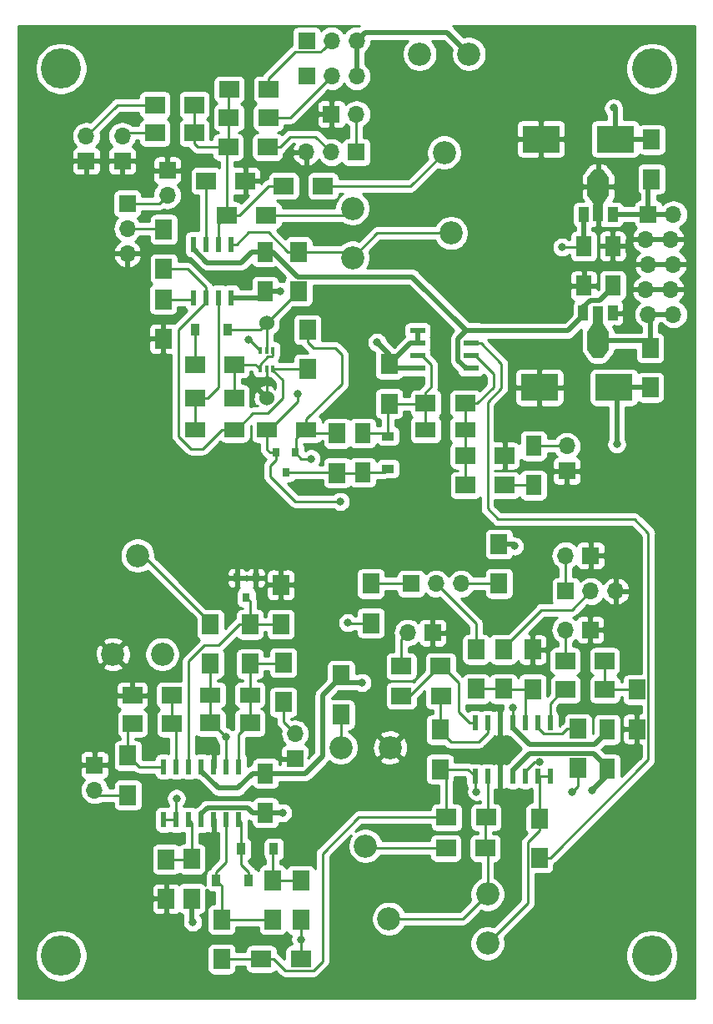
<source format=gtl>
G04 #@! TF.GenerationSoftware,KiCad,Pcbnew,(5.1.0)-1*
G04 #@! TF.CreationDate,2019-05-07T09:31:36-04:00*
G04 #@! TF.ProjectId,VCO_2,56434f5f-322e-46b6-9963-61645f706362,A*
G04 #@! TF.SameCoordinates,Original*
G04 #@! TF.FileFunction,Copper,L1,Top*
G04 #@! TF.FilePolarity,Positive*
%FSLAX46Y46*%
G04 Gerber Fmt 4.6, Leading zero omitted, Abs format (unit mm)*
G04 Created by KiCad (PCBNEW (5.1.0)-1) date 2019-05-07 09:31:36*
%MOMM*%
%LPD*%
G04 APERTURE LIST*
%ADD10C,4.064000*%
%ADD11R,1.600000X2.000000*%
%ADD12R,2.000000X1.600000*%
%ADD13R,3.750000X2.700000*%
%ADD14R,0.800000X0.900000*%
%ADD15O,1.700000X1.700000*%
%ADD16R,1.700000X1.700000*%
%ADD17R,0.400000X0.650000*%
%ADD18R,2.000000X1.700000*%
%ADD19R,1.700000X2.000000*%
%ADD20C,1.524000*%
%ADD21C,2.340000*%
%ADD22R,0.600000X1.500000*%
%ADD23R,0.600000X1.550000*%
%ADD24R,1.550000X0.600000*%
%ADD25C,1.000000*%
%ADD26C,0.100000*%
%ADD27R,2.200000X1.840000*%
%ADD28R,1.000000X1.500000*%
%ADD29R,1.000000X1.800000*%
%ADD30C,0.850000*%
%ADD31R,0.900000X1.200000*%
%ADD32R,1.200000X0.900000*%
%ADD33C,0.800000*%
%ADD34C,0.250000*%
%ADD35C,0.500000*%
%ADD36C,0.254000*%
G04 APERTURE END LIST*
D10*
X55000000Y-145000000D03*
X115000000Y-145000000D03*
X115000000Y-55000000D03*
X55000000Y-55000000D03*
D11*
X75768200Y-130505200D03*
X75768200Y-126505200D03*
X110439200Y-122072400D03*
X110439200Y-126072400D03*
X75717400Y-77597000D03*
X75717400Y-73597000D03*
D12*
X72618600Y-91617800D03*
X68618600Y-91617800D03*
X75920600Y-91643200D03*
X79920600Y-91643200D03*
D11*
X85623400Y-95986600D03*
X85623400Y-91986600D03*
D13*
X103727400Y-62153800D03*
X111277400Y-62153800D03*
X103581200Y-87350600D03*
X111131200Y-87350600D03*
D12*
X96024200Y-91668600D03*
X92024200Y-91668600D03*
D11*
X108077000Y-77038200D03*
X108077000Y-73038200D03*
X110998000Y-73012800D03*
X110998000Y-77012800D03*
X102971600Y-93282000D03*
X102971600Y-97282000D03*
D12*
X74180200Y-118541800D03*
X70180200Y-118541800D03*
D14*
X74777600Y-106680000D03*
X72877600Y-106680000D03*
X73827600Y-108680000D03*
D15*
X117170200Y-79959200D03*
X114630200Y-79959200D03*
X116916200Y-77419200D03*
X114376200Y-77419200D03*
X117170200Y-74879200D03*
X114630200Y-74879200D03*
X116916200Y-72339200D03*
X114376200Y-72339200D03*
X117170200Y-69799200D03*
D16*
X114630200Y-69799200D03*
D17*
X76519800Y-83581200D03*
X75219800Y-83581200D03*
X75869800Y-85481200D03*
X75869800Y-83581200D03*
X75219800Y-85481200D03*
X76519800Y-85481200D03*
D14*
X77815400Y-95980000D03*
X76865400Y-93980000D03*
X78765400Y-93980000D03*
D18*
X71971400Y-62966600D03*
X75971400Y-62966600D03*
X64529200Y-61544200D03*
X68529200Y-61544200D03*
X68529200Y-58699400D03*
X64529200Y-58699400D03*
X72047600Y-59994800D03*
X76047600Y-59994800D03*
X76073000Y-57124600D03*
X72073000Y-57124600D03*
X77610200Y-66929000D03*
X81610200Y-66929000D03*
D19*
X68275200Y-135204200D03*
X68275200Y-139204200D03*
X65684400Y-135229600D03*
X65684400Y-139229600D03*
D18*
X69710800Y-66421000D03*
X73710800Y-66421000D03*
X71844400Y-69900800D03*
X75844400Y-69900800D03*
D19*
X65430400Y-75323200D03*
X65430400Y-71323200D03*
X65379600Y-82423000D03*
X65379600Y-78423000D03*
X79121000Y-73597000D03*
X79121000Y-77597000D03*
D20*
X75895200Y-88442800D03*
X75895200Y-80822800D03*
D18*
X68605400Y-85013800D03*
X72605400Y-85013800D03*
D19*
X80010000Y-85496400D03*
X80010000Y-81496400D03*
D18*
X72605400Y-88442800D03*
X68605400Y-88442800D03*
D19*
X83032600Y-92024200D03*
X83032600Y-96024200D03*
X88315800Y-89001600D03*
X88315800Y-85001600D03*
D18*
X92024200Y-88976200D03*
X96024200Y-88976200D03*
D19*
X86461600Y-111264200D03*
X86461600Y-107264200D03*
X99466400Y-103251000D03*
X99466400Y-107251000D03*
X114960400Y-66217800D03*
X114960400Y-62217800D03*
X114833400Y-87362800D03*
X114833400Y-83362800D03*
X103581200Y-135089400D03*
X103581200Y-131089400D03*
X83439000Y-116560600D03*
X83439000Y-120560600D03*
D18*
X100037400Y-94284800D03*
X96037400Y-94284800D03*
X98069400Y-134086600D03*
X94069400Y-134086600D03*
X100062800Y-97282000D03*
X96062800Y-97282000D03*
D19*
X99923600Y-117944400D03*
X99923600Y-113944400D03*
X97155000Y-113944400D03*
X97155000Y-117944400D03*
D18*
X98145600Y-130962400D03*
X94145600Y-130962400D03*
D19*
X71323200Y-141351000D03*
X71323200Y-145351000D03*
D18*
X75349600Y-145338800D03*
X79349600Y-145338800D03*
D19*
X107492800Y-125970800D03*
X107492800Y-121970800D03*
X76504800Y-141351000D03*
X76504800Y-137351000D03*
X102870000Y-117957600D03*
X102870000Y-113957600D03*
X93472000Y-122085600D03*
X93472000Y-126085600D03*
X79349600Y-137376400D03*
X79349600Y-141376400D03*
X70154800Y-115379000D03*
X70154800Y-111379000D03*
D18*
X89560400Y-118643400D03*
X93560400Y-118643400D03*
X110222800Y-118008400D03*
X106222800Y-118008400D03*
X74168000Y-121412000D03*
X70168000Y-121412000D03*
D19*
X113461800Y-122021600D03*
X113461800Y-118021600D03*
D18*
X93548200Y-115646200D03*
X89548200Y-115646200D03*
X110185200Y-115112800D03*
X106185200Y-115112800D03*
D19*
X74193400Y-111404400D03*
X74193400Y-115404400D03*
D18*
X62230000Y-118592600D03*
X66230000Y-118592600D03*
D19*
X77317600Y-111391200D03*
X77317600Y-107391200D03*
D18*
X62268600Y-121462800D03*
X66268600Y-121462800D03*
D19*
X77571600Y-119290600D03*
X77571600Y-115290600D03*
X61798200Y-124714000D03*
X61798200Y-128714000D03*
D21*
X96403800Y-53525400D03*
X93903800Y-63525400D03*
X91403800Y-53525400D03*
X84607400Y-74189600D03*
X94607400Y-71689600D03*
X84607400Y-69189600D03*
X98298000Y-138760200D03*
X88298000Y-141260200D03*
X98298000Y-143760200D03*
X88413600Y-123883400D03*
X85913600Y-133883400D03*
X83413600Y-123883400D03*
X60278000Y-114427000D03*
X62778000Y-104427000D03*
X65278000Y-114427000D03*
D22*
X65430400Y-131224000D03*
X66700400Y-131224000D03*
X67970400Y-131224000D03*
X69240400Y-131224000D03*
X70510400Y-131224000D03*
X71780400Y-131224000D03*
X73050400Y-131224000D03*
X73050400Y-125824000D03*
X71780400Y-125824000D03*
X70510400Y-125824000D03*
X69240400Y-125824000D03*
X67970400Y-125824000D03*
X66700400Y-125824000D03*
X65430400Y-125824000D03*
X97028000Y-121404400D03*
X98298000Y-121404400D03*
X99568000Y-121404400D03*
X100838000Y-121404400D03*
X102108000Y-121404400D03*
X103378000Y-121404400D03*
X104648000Y-121404400D03*
X104648000Y-126804400D03*
X103378000Y-126804400D03*
X102108000Y-126804400D03*
X100838000Y-126804400D03*
X99568000Y-126804400D03*
X98298000Y-126804400D03*
X97028000Y-126804400D03*
D23*
X72263000Y-72839600D03*
X70993000Y-72839600D03*
X69723000Y-72839600D03*
X68453000Y-72839600D03*
X68453000Y-78239600D03*
X69723000Y-78239600D03*
X70993000Y-78239600D03*
X72263000Y-78239600D03*
D24*
X91203800Y-85420200D03*
X91203800Y-84150200D03*
X91203800Y-82880200D03*
X91203800Y-81610200D03*
X96603800Y-81610200D03*
X96603800Y-82880200D03*
X96603800Y-84150200D03*
X96603800Y-85420200D03*
D25*
X109550200Y-68402200D03*
D26*
G36*
X110650200Y-67902200D02*
G01*
X109950200Y-68902200D01*
X109150200Y-68902200D01*
X108450200Y-67902200D01*
X110650200Y-67902200D01*
X110650200Y-67902200D01*
G37*
D27*
X109550200Y-66992500D03*
D28*
X111050200Y-69806000D03*
D29*
X109550200Y-69659500D03*
D28*
X108050200Y-69806000D03*
D30*
X109550200Y-65659000D03*
D26*
G36*
X108450200Y-66084000D02*
G01*
X109050200Y-65234000D01*
X110050200Y-65234000D01*
X110650200Y-66084000D01*
X108450200Y-66084000D01*
X108450200Y-66084000D01*
G37*
D30*
X109523400Y-83953800D03*
D26*
G36*
X110623400Y-83528800D02*
G01*
X110023400Y-84378800D01*
X109023400Y-84378800D01*
X108423400Y-83528800D01*
X110623400Y-83528800D01*
X110623400Y-83528800D01*
G37*
D28*
X111023400Y-79806800D03*
D29*
X109523400Y-79953300D03*
D28*
X108023400Y-79806800D03*
D27*
X109523400Y-82620300D03*
D25*
X109523400Y-81210600D03*
D26*
G36*
X108423400Y-81710600D02*
G01*
X109123400Y-80710600D01*
X109923400Y-80710600D01*
X110623400Y-81710600D01*
X108423400Y-81710600D01*
X108423400Y-81710600D01*
G37*
D31*
X71906400Y-81483200D03*
X68606400Y-81483200D03*
D32*
X88188800Y-92305600D03*
X88188800Y-95605600D03*
D31*
X74064400Y-137363200D03*
X70764400Y-137363200D03*
X73304400Y-134188200D03*
X76604400Y-134188200D03*
D15*
X61214000Y-61849000D03*
D16*
X61214000Y-64389000D03*
X57556400Y-64389000D03*
D15*
X57556400Y-61849000D03*
X106349800Y-93294200D03*
D16*
X106349800Y-95834200D03*
X108762800Y-104419400D03*
D15*
X106222800Y-104419400D03*
X84988400Y-59639200D03*
D16*
X82448400Y-59639200D03*
X65786000Y-65328800D03*
D15*
X65786000Y-67868800D03*
D16*
X58394600Y-125679200D03*
D15*
X58394600Y-128219200D03*
X78765400Y-122478800D03*
D16*
X78765400Y-125018800D03*
X92735400Y-112242600D03*
D15*
X90195400Y-112242600D03*
X106197400Y-111937800D03*
D16*
X108737400Y-111937800D03*
D15*
X95631000Y-107264200D03*
X93091000Y-107264200D03*
D16*
X90551000Y-107264200D03*
D15*
X85013800Y-52171600D03*
X82473800Y-52171600D03*
D16*
X79933800Y-52171600D03*
X79933800Y-55778400D03*
D15*
X82473800Y-55778400D03*
X85013800Y-55778400D03*
D16*
X106248200Y-108026200D03*
D15*
X108788200Y-108026200D03*
X111328200Y-108026200D03*
D16*
X84988400Y-63500000D03*
D15*
X82448400Y-63500000D03*
X79908400Y-63500000D03*
X61747400Y-73787000D03*
X61747400Y-71247000D03*
D16*
X61747400Y-68707000D03*
D33*
X111099600Y-59004200D03*
X84124800Y-111226600D03*
X108889800Y-128219200D03*
X77495400Y-130505200D03*
X100863400Y-119862600D03*
X85572600Y-117297200D03*
X101041200Y-103454200D03*
X111429800Y-93116400D03*
X77292200Y-77597000D03*
X87096600Y-82778600D03*
X105867200Y-73126600D03*
X68376800Y-141605000D03*
X83362800Y-98933000D03*
X103606600Y-125370799D03*
X79000000Y-88000000D03*
X74000000Y-82500000D03*
X66725800Y-129057400D03*
X80391000Y-94589600D03*
X65405000Y-84404200D03*
X70535800Y-132918200D03*
X62052200Y-132918200D03*
X70129400Y-123850400D03*
X71722300Y-122816300D03*
X79349600Y-143357600D03*
X97180400Y-128371600D03*
X106908600Y-128371600D03*
D34*
X86461600Y-111264200D02*
X84162400Y-111264200D01*
X84162400Y-111264200D02*
X84124800Y-111226600D01*
D35*
X111341400Y-62217800D02*
X111277400Y-62153800D01*
X114960400Y-62217800D02*
X111341400Y-62217800D01*
X111277400Y-59182000D02*
X111099600Y-59004200D01*
X111277400Y-62153800D02*
X111277400Y-59182000D01*
X110439200Y-125872400D02*
X110439200Y-126072400D01*
X109087599Y-124520799D02*
X110439200Y-125872400D01*
X102531599Y-124520799D02*
X109087599Y-124520799D01*
X100838000Y-126214398D02*
X102531599Y-124520799D01*
X100838000Y-126804400D02*
X100838000Y-126214398D01*
X110439200Y-126669800D02*
X108889800Y-128219200D01*
X110439200Y-126072400D02*
X110439200Y-126669800D01*
X74468200Y-130505200D02*
X75768200Y-130505200D01*
X73986999Y-130023999D02*
X74468200Y-130505200D01*
X69850399Y-130023999D02*
X73986999Y-130023999D01*
X69240400Y-130633998D02*
X69850399Y-130023999D01*
X69240400Y-131224000D02*
X69240400Y-130633998D01*
X75768200Y-130505200D02*
X77495400Y-130505200D01*
X111143400Y-87362800D02*
X111131200Y-87350600D01*
X114833400Y-87362800D02*
X111143400Y-87362800D01*
D34*
X100838000Y-121404400D02*
X100838000Y-119888000D01*
X100838000Y-119888000D02*
X100863400Y-119862600D01*
D35*
X85013800Y-55778400D02*
X85013800Y-52171600D01*
X85863799Y-51321601D02*
X85013800Y-52171600D01*
X94200001Y-51321601D02*
X85863799Y-51321601D01*
X96403800Y-53525400D02*
X94200001Y-51321601D01*
X111429800Y-87649200D02*
X111131200Y-87350600D01*
X111429800Y-93116400D02*
X111429800Y-87649200D01*
X100838000Y-103251000D02*
X101041200Y-103454200D01*
X99466400Y-103251000D02*
X100838000Y-103251000D01*
X110439200Y-122272400D02*
X110439200Y-122072400D01*
X109139200Y-123572400D02*
X110439200Y-122272400D01*
X102556000Y-123572400D02*
X109139200Y-123572400D01*
X100838000Y-121854400D02*
X102556000Y-123572400D01*
X100838000Y-121404400D02*
X100838000Y-121854400D01*
X84175600Y-117297200D02*
X83439000Y-116560600D01*
X85572600Y-117297200D02*
X84175600Y-117297200D01*
X74468200Y-126505200D02*
X75768200Y-126505200D01*
X72968200Y-128005200D02*
X74468200Y-126505200D01*
X70971600Y-128005200D02*
X72968200Y-128005200D01*
X69240400Y-126274000D02*
X70971600Y-128005200D01*
X69240400Y-125824000D02*
X69240400Y-126274000D01*
X83439000Y-116710600D02*
X83439000Y-116560600D01*
X75768200Y-126505200D02*
X79789002Y-126505200D01*
X79789002Y-126505200D02*
X81559400Y-124734802D01*
X81559400Y-124734802D02*
X81559400Y-118590200D01*
X81559400Y-118590200D02*
X83439000Y-116710600D01*
X108077000Y-69832800D02*
X108050200Y-69806000D01*
X108077000Y-73038200D02*
X108077000Y-69832800D01*
D34*
X107988600Y-73126600D02*
X108077000Y-73038200D01*
X105867200Y-73126600D02*
X107988600Y-73126600D01*
D35*
X91203800Y-81610200D02*
X91203800Y-82880200D01*
X90437200Y-82880200D02*
X88315800Y-85001600D01*
X91203800Y-82880200D02*
X90437200Y-82880200D01*
X88734400Y-85420200D02*
X88315800Y-85001600D01*
X91203800Y-85420200D02*
X88734400Y-85420200D01*
X88315800Y-83997800D02*
X87096600Y-82778600D01*
X88315800Y-85001600D02*
X88315800Y-83997800D01*
X75074800Y-78239600D02*
X75717400Y-77597000D01*
X72263000Y-78239600D02*
X75074800Y-78239600D01*
X75717400Y-77597000D02*
X77292200Y-77597000D01*
X68275200Y-139204200D02*
X68275200Y-141503400D01*
X68275200Y-141503400D02*
X68376800Y-141605000D01*
X110998000Y-77212800D02*
X110998000Y-77012800D01*
X109698000Y-78512800D02*
X110998000Y-77212800D01*
X108753898Y-78512800D02*
X109698000Y-78512800D01*
X108023400Y-79243298D02*
X108753898Y-78512800D01*
X108023400Y-79806800D02*
X108023400Y-79243298D01*
X108023400Y-80056800D02*
X108023400Y-79806800D01*
X106470000Y-81610200D02*
X108023400Y-80056800D01*
X96603800Y-81610200D02*
X106470000Y-81610200D01*
X79010997Y-76146999D02*
X90370999Y-76146999D01*
X75717400Y-73597000D02*
X76460998Y-73597000D01*
X76460998Y-73597000D02*
X79010997Y-76146999D01*
X90665599Y-76146999D02*
X96128800Y-81610200D01*
X90370999Y-76146999D02*
X90665599Y-76146999D01*
X96128800Y-81610200D02*
X96603800Y-81610200D01*
X95328800Y-82410200D02*
X96128800Y-81610200D01*
X95328800Y-84620200D02*
X95328800Y-82410200D01*
X96128800Y-85420200D02*
X95328800Y-84620200D01*
X96603800Y-85420200D02*
X96128800Y-85420200D01*
X68453000Y-73314600D02*
X69839800Y-74701400D01*
X68453000Y-72839600D02*
X68453000Y-73314600D01*
X74417400Y-73597000D02*
X75717400Y-73597000D01*
X73313000Y-74701400D02*
X74417400Y-73597000D01*
X69839800Y-74701400D02*
X73313000Y-74701400D01*
D34*
X66530400Y-75323200D02*
X65430400Y-75323200D01*
X67831600Y-75323200D02*
X66530400Y-75323200D01*
X69723000Y-77214600D02*
X67831600Y-75323200D01*
X69723000Y-78239600D02*
X69723000Y-77214600D01*
X76535000Y-85496400D02*
X76519800Y-85481200D01*
X80010000Y-85496400D02*
X76535000Y-85496400D01*
X71368600Y-91617800D02*
X72618600Y-91617800D01*
X69412800Y-93573600D02*
X71368600Y-91617800D01*
X68189398Y-93573600D02*
X69412800Y-93573600D01*
X69723000Y-78239600D02*
X69723000Y-78714600D01*
X69723000Y-78714600D02*
X66954400Y-81483200D01*
X66954400Y-81483200D02*
X66954400Y-87757000D01*
X66954400Y-87757000D02*
X66929000Y-87782400D01*
X66929000Y-87782400D02*
X66929000Y-92313202D01*
X66929000Y-92313202D02*
X68189398Y-93573600D01*
X76519800Y-85606200D02*
X77500000Y-86586400D01*
X76519800Y-85481200D02*
X76519800Y-85606200D01*
X77500000Y-88446762D02*
X75946762Y-90000000D01*
X77500000Y-86586400D02*
X77500000Y-88446762D01*
X72818600Y-91617800D02*
X72618600Y-91617800D01*
X74436400Y-90000000D02*
X72818600Y-91617800D01*
X75946762Y-90000000D02*
X74436400Y-90000000D01*
X70993000Y-87305200D02*
X70993000Y-78239600D01*
X68605400Y-88442800D02*
X69855400Y-88442800D01*
X69855400Y-88442800D02*
X70993000Y-87305200D01*
X68618600Y-88456000D02*
X68605400Y-88442800D01*
X68618600Y-91617800D02*
X68618600Y-88456000D01*
X76215400Y-93980000D02*
X76865400Y-93980000D01*
X75920600Y-93685200D02*
X76215400Y-93980000D01*
X75920600Y-91643200D02*
X75920600Y-93685200D01*
X76865400Y-94680000D02*
X76250800Y-95294600D01*
X76865400Y-93980000D02*
X76865400Y-94680000D01*
X76250800Y-95294600D02*
X76250800Y-96393000D01*
X76250800Y-96393000D02*
X78790800Y-98933000D01*
X78790800Y-98933000D02*
X83362800Y-98933000D01*
X102108000Y-126303714D02*
X102108000Y-126804400D01*
X103040915Y-125370799D02*
X102108000Y-126303714D01*
X103606600Y-125370799D02*
X103040915Y-125370799D01*
X79000000Y-88763800D02*
X79000000Y-88000000D01*
X75920600Y-91643200D02*
X76120600Y-91643200D01*
X76120600Y-91643200D02*
X79000000Y-88763800D01*
X74138600Y-82500000D02*
X75219800Y-83581200D01*
X74000000Y-82500000D02*
X74138600Y-82500000D01*
X80301600Y-92024200D02*
X79920600Y-91643200D01*
X83032600Y-92024200D02*
X80301600Y-92024200D01*
X66700400Y-131224000D02*
X65430400Y-131224000D01*
X66700400Y-131224000D02*
X66700400Y-129082800D01*
X66700400Y-129082800D02*
X66725800Y-129057400D01*
X79375000Y-94589600D02*
X78765400Y-93980000D01*
X80391000Y-94589600D02*
X79375000Y-94589600D01*
X79720600Y-91643200D02*
X79920600Y-91643200D01*
X78836600Y-93858800D02*
X78836600Y-92527200D01*
X78765400Y-93930000D02*
X78836600Y-93858800D01*
X78765400Y-93980000D02*
X78765400Y-93930000D01*
X78836600Y-92527200D02*
X79720600Y-91643200D01*
X79920600Y-90593200D02*
X79920600Y-91643200D01*
X80010000Y-82746400D02*
X80631800Y-83368200D01*
X80010000Y-81496400D02*
X80010000Y-82746400D01*
X80631800Y-83368200D02*
X82868200Y-83368200D01*
X82868200Y-83368200D02*
X83500000Y-84000000D01*
X83500000Y-84000000D02*
X83500000Y-87013800D01*
X83500000Y-87013800D02*
X79920600Y-90593200D01*
X85585800Y-96024200D02*
X85623400Y-95986600D01*
X83032600Y-96024200D02*
X85585800Y-96024200D01*
X87807800Y-95986600D02*
X88188800Y-95605600D01*
X85623400Y-95986600D02*
X87807800Y-95986600D01*
X82988400Y-95980000D02*
X83032600Y-96024200D01*
X77815400Y-95980000D02*
X82988400Y-95980000D01*
X87869800Y-91986600D02*
X88188800Y-92305600D01*
X85623400Y-91986600D02*
X87869800Y-91986600D01*
X88188800Y-89128600D02*
X88315800Y-89001600D01*
X88188800Y-92305600D02*
X88188800Y-89128600D01*
X91998800Y-89001600D02*
X92024200Y-88976200D01*
X88315800Y-89001600D02*
X91998800Y-89001600D01*
X92024200Y-91668600D02*
X92024200Y-88976200D01*
X92024200Y-87876200D02*
X92557600Y-87342800D01*
X92024200Y-88976200D02*
X92024200Y-87876200D01*
X91678800Y-84150200D02*
X91203800Y-84150200D01*
X92557600Y-85029000D02*
X91678800Y-84150200D01*
X92557600Y-87342800D02*
X92557600Y-85029000D01*
X65379600Y-83673000D02*
X65405000Y-83698400D01*
X65379600Y-82423000D02*
X65379600Y-83673000D01*
X65405000Y-83698400D02*
X65405000Y-84404200D01*
X75869800Y-88417400D02*
X75895200Y-88442800D01*
X75869800Y-85481200D02*
X75869800Y-88417400D01*
X70510400Y-131224000D02*
X70510400Y-132892800D01*
X70510400Y-132892800D02*
X70535800Y-132918200D01*
X70510400Y-125824000D02*
X70510400Y-124231400D01*
X70510400Y-124231400D02*
X70129400Y-123850400D01*
X96024200Y-90618600D02*
X96024200Y-88976200D01*
X96024200Y-91668600D02*
X96024200Y-90618600D01*
X96062800Y-94310200D02*
X96037400Y-94284800D01*
X96062800Y-97282000D02*
X96062800Y-94310200D01*
X96037400Y-91681800D02*
X96024200Y-91668600D01*
X96037400Y-94284800D02*
X96037400Y-91681800D01*
X97274200Y-88976200D02*
X98933000Y-87317400D01*
X96024200Y-88976200D02*
X97274200Y-88976200D01*
X97078800Y-84150200D02*
X96603800Y-84150200D01*
X98933000Y-86004400D02*
X97078800Y-84150200D01*
X98933000Y-87317400D02*
X98933000Y-86004400D01*
X106337600Y-93282000D02*
X106349800Y-93294200D01*
X102971600Y-93282000D02*
X106337600Y-93282000D01*
X100062800Y-97282000D02*
X102971600Y-97282000D01*
X73050400Y-122529600D02*
X74168000Y-121412000D01*
X73050400Y-125824000D02*
X73050400Y-122529600D01*
X74168000Y-118554000D02*
X74180200Y-118541800D01*
X74168000Y-121412000D02*
X74168000Y-118554000D01*
X74180200Y-115417600D02*
X74193400Y-115404400D01*
X74180200Y-118541800D02*
X74180200Y-115417600D01*
X77457800Y-115404400D02*
X77571600Y-115290600D01*
X74193400Y-115404400D02*
X77457800Y-115404400D01*
X70318000Y-121412000D02*
X70168000Y-121412000D01*
X71780400Y-122874400D02*
X71722300Y-122816300D01*
X71780400Y-125824000D02*
X71780400Y-122874400D01*
X70168000Y-118554000D02*
X70180200Y-118541800D01*
X70168000Y-121412000D02*
X70168000Y-118554000D01*
X70180200Y-115404400D02*
X70154800Y-115379000D01*
X70180200Y-118541800D02*
X70180200Y-115404400D01*
X79349600Y-145338800D02*
X79349600Y-144238800D01*
X71722300Y-122816300D02*
X70318000Y-121412000D01*
X79349600Y-144238800D02*
X79349600Y-143357600D01*
X79349600Y-143357600D02*
X79349600Y-141376400D01*
X68605400Y-81484200D02*
X68606400Y-81483200D01*
X68605400Y-85013800D02*
X68605400Y-81484200D01*
X75234800Y-81483200D02*
X75895200Y-80822800D01*
X71906400Y-81483200D02*
X75234800Y-81483200D01*
X76657199Y-80060801D02*
X79121000Y-77597000D01*
X75895200Y-80822800D02*
X76657199Y-80060801D01*
X75869800Y-80848200D02*
X75895200Y-80822800D01*
X75869800Y-83581200D02*
X75869800Y-80848200D01*
X71780400Y-132224000D02*
X71780400Y-131224000D01*
X71780400Y-135497200D02*
X71780400Y-132224000D01*
X70764400Y-136513200D02*
X71780400Y-135497200D01*
X70764400Y-137363200D02*
X70764400Y-136513200D01*
X71323200Y-137922000D02*
X70764400Y-137363200D01*
X71323200Y-141351000D02*
X71323200Y-137922000D01*
X76504800Y-141351000D02*
X71323200Y-141351000D01*
X74064400Y-136513200D02*
X74064400Y-137363200D01*
X73304400Y-135753200D02*
X74064400Y-136513200D01*
X73304400Y-134188200D02*
X73304400Y-135753200D01*
X73304400Y-131478000D02*
X73050400Y-131224000D01*
X73304400Y-134188200D02*
X73304400Y-131478000D01*
X76504800Y-134287800D02*
X76604400Y-134188200D01*
X76504800Y-137351000D02*
X76504800Y-134287800D01*
X76530200Y-137376400D02*
X76504800Y-137351000D01*
X79349600Y-137376400D02*
X76530200Y-137376400D01*
X74206600Y-111391200D02*
X74193400Y-111404400D01*
X77317600Y-111391200D02*
X74206600Y-111391200D01*
X74193400Y-109045800D02*
X73827600Y-108680000D01*
X74193400Y-111404400D02*
X74193400Y-109045800D01*
X67970400Y-115128398D02*
X69586198Y-113512600D01*
X67970400Y-125824000D02*
X67970400Y-115128398D01*
X73093400Y-111404400D02*
X74193400Y-111404400D01*
X70985200Y-113512600D02*
X73093400Y-111404400D01*
X69586198Y-113512600D02*
X70985200Y-113512600D01*
X61518800Y-61544200D02*
X61214000Y-61849000D01*
X64529200Y-61544200D02*
X61518800Y-61544200D01*
X60706000Y-58699400D02*
X64529200Y-58699400D01*
X57556400Y-61849000D02*
X60706000Y-58699400D01*
X106248200Y-104444800D02*
X106222800Y-104419400D01*
X106248200Y-108026200D02*
X106248200Y-104444800D01*
X84988400Y-62400000D02*
X84988400Y-59639200D01*
X84988400Y-63500000D02*
X84988400Y-62400000D01*
X64947800Y-68707000D02*
X65786000Y-67868800D01*
X61747400Y-68707000D02*
X64947800Y-68707000D01*
X58889400Y-128714000D02*
X58394600Y-128219200D01*
X61798200Y-128714000D02*
X58889400Y-128714000D01*
X77571600Y-121285000D02*
X77571600Y-119290600D01*
X78765400Y-122478800D02*
X77571600Y-121285000D01*
X89548200Y-112889800D02*
X90195400Y-112242600D01*
X89548200Y-115646200D02*
X89548200Y-112889800D01*
X106185200Y-111950000D02*
X106197400Y-111937800D01*
X106185200Y-115112800D02*
X106185200Y-111950000D01*
X72605400Y-85013800D02*
X72755400Y-85013800D01*
X72605400Y-87342800D02*
X72605400Y-85013800D01*
X72605400Y-88442800D02*
X72605400Y-87342800D01*
X74752400Y-85013800D02*
X75219800Y-85481200D01*
X72605400Y-85013800D02*
X74752400Y-85013800D01*
X76519800Y-84156200D02*
X76519800Y-83581200D01*
X76444799Y-84231201D02*
X76519800Y-84156200D01*
X76009797Y-84231201D02*
X76444799Y-84231201D01*
X75219800Y-85021198D02*
X76009797Y-84231201D01*
X75219800Y-85481200D02*
X75219800Y-85021198D01*
X70993000Y-70752200D02*
X71844400Y-69900800D01*
X70993000Y-72839600D02*
X70993000Y-70752200D01*
X76360200Y-66929000D02*
X77610200Y-66929000D01*
X76066200Y-66929000D02*
X76360200Y-66929000D01*
X73094400Y-69900800D02*
X76066200Y-66929000D01*
X71844400Y-69900800D02*
X73094400Y-69900800D01*
X71844400Y-63093600D02*
X71971400Y-62966600D01*
X71844400Y-69900800D02*
X71844400Y-63093600D01*
X71971400Y-60071000D02*
X72047600Y-59994800D01*
X71971400Y-62966600D02*
X71971400Y-60071000D01*
X72047600Y-57150000D02*
X72073000Y-57124600D01*
X72047600Y-59994800D02*
X72047600Y-57150000D01*
X68529200Y-62644200D02*
X68529200Y-61544200D01*
X68851600Y-62966600D02*
X68529200Y-62644200D01*
X71971400Y-62966600D02*
X68851600Y-62966600D01*
X68529200Y-60444200D02*
X68529200Y-58699400D01*
X68529200Y-61544200D02*
X68529200Y-60444200D01*
X77221400Y-62966600D02*
X75971400Y-62966600D01*
X78288200Y-61899800D02*
X77221400Y-62966600D01*
X80848200Y-61899800D02*
X78288200Y-61899800D01*
X82448400Y-63500000D02*
X80848200Y-61899800D01*
X78257400Y-59994800D02*
X82473800Y-55778400D01*
X76047600Y-59994800D02*
X78257400Y-59994800D01*
X81623801Y-53021599D02*
X82473800Y-52171600D01*
X81298799Y-53346601D02*
X81623801Y-53021599D01*
X78750999Y-53346601D02*
X81298799Y-53346601D01*
X76073000Y-56024600D02*
X78750999Y-53346601D01*
X76073000Y-57124600D02*
X76073000Y-56024600D01*
X90500200Y-66929000D02*
X93903800Y-63525400D01*
X81610200Y-66929000D02*
X90500200Y-66929000D01*
X68249800Y-135229600D02*
X68275200Y-135204200D01*
X65684400Y-135229600D02*
X68249800Y-135229600D01*
X68275200Y-131528800D02*
X67970400Y-131224000D01*
X68275200Y-135204200D02*
X68275200Y-131528800D01*
X69723000Y-66433200D02*
X69710800Y-66421000D01*
X69723000Y-72839600D02*
X69723000Y-66433200D01*
X83896200Y-69900800D02*
X84607400Y-69189600D01*
X75844400Y-69900800D02*
X83896200Y-69900800D01*
X65354200Y-71247000D02*
X65430400Y-71323200D01*
X61747400Y-71247000D02*
X65354200Y-71247000D01*
X68269600Y-78423000D02*
X68453000Y-78239600D01*
X65379600Y-78423000D02*
X68269600Y-78423000D01*
X72813000Y-72839600D02*
X74041000Y-71611600D01*
X72263000Y-72839600D02*
X72813000Y-72839600D01*
X76035600Y-71611600D02*
X76044600Y-71602600D01*
X74041000Y-71611600D02*
X76035600Y-71611600D01*
X78021000Y-73597000D02*
X79121000Y-73597000D01*
X76044600Y-71620600D02*
X78021000Y-73597000D01*
X76044600Y-71602600D02*
X76044600Y-71620600D01*
X84014800Y-73597000D02*
X84607400Y-74189600D01*
X79121000Y-73597000D02*
X84014800Y-73597000D01*
X87107400Y-71689600D02*
X94607400Y-71689600D01*
X84607400Y-74189600D02*
X87107400Y-71689600D01*
X89451000Y-107264200D02*
X86461600Y-107264200D01*
X90551000Y-107264200D02*
X89451000Y-107264200D01*
X95644200Y-107251000D02*
X95631000Y-107264200D01*
X99466400Y-107251000D02*
X95644200Y-107251000D01*
D35*
X117170200Y-69799200D02*
X114630200Y-69799200D01*
X114630200Y-66548000D02*
X114960400Y-66217800D01*
X114630200Y-69799200D02*
X114630200Y-66548000D01*
X111057000Y-69799200D02*
X111050200Y-69806000D01*
X114630200Y-69799200D02*
X111057000Y-69799200D01*
X117170200Y-79959200D02*
X114630200Y-79959200D01*
X114833400Y-80162400D02*
X114630200Y-79959200D01*
X114833400Y-83362800D02*
X114833400Y-80162400D01*
X114090900Y-82620300D02*
X114833400Y-83362800D01*
X109523400Y-82620300D02*
X114090900Y-82620300D01*
X109523400Y-82620300D02*
X109523400Y-79953300D01*
D34*
X109523400Y-83953800D02*
X109523400Y-82620300D01*
X97628800Y-82880200D02*
X96603800Y-82880200D01*
X99720400Y-87426800D02*
X99720400Y-84971800D01*
X98298000Y-99647598D02*
X98298000Y-88849200D01*
X104681200Y-135089400D02*
X114636801Y-125133799D01*
X98298000Y-88849200D02*
X99720400Y-87426800D01*
X103581200Y-135089400D02*
X104681200Y-135089400D01*
X114636801Y-125133799D02*
X114636801Y-102165401D01*
X114636801Y-102165401D02*
X113207800Y-100736400D01*
X99720400Y-84971800D02*
X97628800Y-82880200D01*
X113207800Y-100736400D02*
X99386802Y-100736400D01*
X99386802Y-100736400D02*
X98298000Y-99647598D01*
X103581200Y-127007600D02*
X103378000Y-126804400D01*
X103581200Y-131089400D02*
X103581200Y-127007600D01*
X103378000Y-126804400D02*
X104648000Y-126804400D01*
X103581200Y-132339400D02*
X103581200Y-131089400D01*
X102406199Y-133514401D02*
X103581200Y-132339400D01*
X102406199Y-139652001D02*
X102406199Y-133514401D01*
X98298000Y-143760200D02*
X102406199Y-139652001D01*
X83413600Y-120586000D02*
X83439000Y-120560600D01*
X83413600Y-123883400D02*
X83413600Y-120586000D01*
X98298000Y-130810000D02*
X98145600Y-130962400D01*
X98298000Y-126804400D02*
X98298000Y-130810000D01*
X98069400Y-131038600D02*
X98145600Y-130962400D01*
X98069400Y-134086600D02*
X98069400Y-131038600D01*
X98298000Y-134315200D02*
X98069400Y-134086600D01*
X98298000Y-138760200D02*
X98298000Y-134315200D01*
X95798000Y-141260200D02*
X98298000Y-138760200D01*
X88298000Y-141260200D02*
X95798000Y-141260200D01*
X86116800Y-134086600D02*
X85913600Y-133883400D01*
X94069400Y-134086600D02*
X86116800Y-134086600D01*
X102108000Y-118719600D02*
X102870000Y-117957600D01*
X102108000Y-121404400D02*
X102108000Y-118719600D01*
X99936800Y-117957600D02*
X99923600Y-117944400D01*
X102870000Y-117957600D02*
X99936800Y-117957600D01*
X99923600Y-117944400D02*
X97155000Y-117944400D01*
X99923600Y-113794400D02*
X103786800Y-109931200D01*
X99923600Y-113944400D02*
X99923600Y-113794400D01*
X106883200Y-109931200D02*
X108788200Y-108026200D01*
X103786800Y-109931200D02*
X106883200Y-109931200D01*
X97155000Y-111328200D02*
X93091000Y-107264200D01*
X97155000Y-113944400D02*
X97155000Y-111328200D01*
X75337400Y-145351000D02*
X75349600Y-145338800D01*
X71323200Y-145351000D02*
X75337400Y-145351000D01*
X94145600Y-126759200D02*
X93472000Y-126085600D01*
X94145600Y-130962400D02*
X94145600Y-126759200D01*
X96309200Y-126085600D02*
X97028000Y-126804400D01*
X93472000Y-126085600D02*
X96309200Y-126085600D01*
X80609601Y-146513801D02*
X81559400Y-145564002D01*
X77774601Y-146513801D02*
X80609601Y-146513801D01*
X75349600Y-145338800D02*
X76599600Y-145338800D01*
X76599600Y-145338800D02*
X77774601Y-146513801D01*
X81559400Y-145564002D02*
X81559400Y-134645400D01*
X85242400Y-130962400D02*
X94145600Y-130962400D01*
X81559400Y-134645400D02*
X85242400Y-130962400D01*
X97028000Y-126804400D02*
X97028000Y-128219200D01*
X97028000Y-128219200D02*
X97180400Y-128371600D01*
X107492800Y-127787400D02*
X107492800Y-125970800D01*
X106908600Y-128371600D02*
X107492800Y-127787400D01*
X103378000Y-121854400D02*
X103378000Y-121404400D01*
X104003001Y-122479401D02*
X103378000Y-121854400D01*
X105884199Y-122479401D02*
X104003001Y-122479401D01*
X106392800Y-121970800D02*
X105884199Y-122479401D01*
X107492800Y-121970800D02*
X106392800Y-121970800D01*
X93472000Y-122235600D02*
X93472000Y-122085600D01*
X94572000Y-123335600D02*
X93472000Y-122235600D01*
X97366800Y-123335600D02*
X94572000Y-123335600D01*
X98298000Y-122404400D02*
X97366800Y-123335600D01*
X98298000Y-121404400D02*
X98298000Y-122404400D01*
X93472000Y-118731800D02*
X93560400Y-118643400D01*
X93472000Y-122085600D02*
X93472000Y-118731800D01*
X63352800Y-104427000D02*
X62778000Y-104427000D01*
X70154800Y-111229000D02*
X63352800Y-104427000D01*
X70154800Y-111379000D02*
X70154800Y-111229000D01*
X90401000Y-118643400D02*
X89560400Y-118643400D01*
X93398200Y-115646200D02*
X90401000Y-118643400D01*
X93548200Y-115646200D02*
X93398200Y-115646200D01*
X96478000Y-121404400D02*
X95377000Y-120303400D01*
X97028000Y-121404400D02*
X96478000Y-121404400D01*
X93698200Y-115646200D02*
X93548200Y-115646200D01*
X95377000Y-117325000D02*
X93698200Y-115646200D01*
X95377000Y-120303400D02*
X95377000Y-117325000D01*
X110236000Y-118021600D02*
X110222800Y-118008400D01*
X113461800Y-118021600D02*
X110236000Y-118021600D01*
X110222800Y-115150400D02*
X110185200Y-115112800D01*
X110222800Y-118008400D02*
X110222800Y-115150400D01*
X106072800Y-118008400D02*
X106222800Y-118008400D01*
X104648000Y-119433200D02*
X106072800Y-118008400D01*
X104648000Y-121404400D02*
X104648000Y-119433200D01*
X66230000Y-121424200D02*
X66268600Y-121462800D01*
X66230000Y-118592600D02*
X66230000Y-121424200D01*
X66700400Y-121894600D02*
X66268600Y-121462800D01*
X66700400Y-125824000D02*
X66700400Y-121894600D01*
X61798200Y-121933200D02*
X62268600Y-121462800D01*
X61798200Y-124714000D02*
X61798200Y-121933200D01*
X62908200Y-125824000D02*
X61798200Y-124714000D01*
X65430400Y-125824000D02*
X62908200Y-125824000D01*
D36*
G36*
X85268752Y-50665069D02*
G01*
X85268750Y-50665071D01*
X85234982Y-50692784D01*
X85228592Y-50700570D01*
X85086750Y-50686600D01*
X84940850Y-50686600D01*
X84722689Y-50708087D01*
X84442766Y-50793001D01*
X84184786Y-50930894D01*
X83958666Y-51116466D01*
X83773094Y-51342586D01*
X83743800Y-51397391D01*
X83714506Y-51342586D01*
X83528934Y-51116466D01*
X83302814Y-50930894D01*
X83044834Y-50793001D01*
X82764911Y-50708087D01*
X82546750Y-50686600D01*
X82400850Y-50686600D01*
X82182689Y-50708087D01*
X81902766Y-50793001D01*
X81644786Y-50930894D01*
X81418666Y-51116466D01*
X81394193Y-51146287D01*
X81373302Y-51077420D01*
X81314337Y-50967106D01*
X81234985Y-50870415D01*
X81138294Y-50791063D01*
X81027980Y-50732098D01*
X80908282Y-50695788D01*
X80783800Y-50683528D01*
X79083800Y-50683528D01*
X78959318Y-50695788D01*
X78839620Y-50732098D01*
X78729306Y-50791063D01*
X78632615Y-50870415D01*
X78553263Y-50967106D01*
X78494298Y-51077420D01*
X78457988Y-51197118D01*
X78445728Y-51321600D01*
X78445728Y-52648017D01*
X78326723Y-52711627D01*
X78210998Y-52806600D01*
X78187200Y-52835598D01*
X75561998Y-55460801D01*
X75533000Y-55484599D01*
X75509202Y-55513597D01*
X75509201Y-55513598D01*
X75438026Y-55600324D01*
X75418674Y-55636528D01*
X75073000Y-55636528D01*
X74948518Y-55648788D01*
X74828820Y-55685098D01*
X74718506Y-55744063D01*
X74621815Y-55823415D01*
X74542463Y-55920106D01*
X74483498Y-56030420D01*
X74447188Y-56150118D01*
X74434928Y-56274600D01*
X74434928Y-57974600D01*
X74447188Y-58099082D01*
X74483498Y-58218780D01*
X74542463Y-58329094D01*
X74621815Y-58425785D01*
X74718506Y-58505137D01*
X74809116Y-58553570D01*
X74803420Y-58555298D01*
X74693106Y-58614263D01*
X74596415Y-58693615D01*
X74517063Y-58790306D01*
X74458098Y-58900620D01*
X74421788Y-59020318D01*
X74409528Y-59144800D01*
X74409528Y-60844800D01*
X74421788Y-60969282D01*
X74458098Y-61088980D01*
X74517063Y-61199294D01*
X74596415Y-61295985D01*
X74693106Y-61375337D01*
X74803420Y-61434302D01*
X74923118Y-61470612D01*
X75003493Y-61478528D01*
X74971400Y-61478528D01*
X74846918Y-61490788D01*
X74727220Y-61527098D01*
X74616906Y-61586063D01*
X74520215Y-61665415D01*
X74440863Y-61762106D01*
X74381898Y-61872420D01*
X74345588Y-61992118D01*
X74333328Y-62116600D01*
X74333328Y-63816600D01*
X74345588Y-63941082D01*
X74381898Y-64060780D01*
X74440863Y-64171094D01*
X74520215Y-64267785D01*
X74616906Y-64347137D01*
X74727220Y-64406102D01*
X74846918Y-64442412D01*
X74971400Y-64454672D01*
X76971400Y-64454672D01*
X77095882Y-64442412D01*
X77215580Y-64406102D01*
X77325894Y-64347137D01*
X77422585Y-64267785D01*
X77501937Y-64171094D01*
X77560902Y-64060780D01*
X77597212Y-63941082D01*
X77605503Y-63856891D01*
X78466919Y-63856891D01*
X78564243Y-64131252D01*
X78713222Y-64381355D01*
X78908131Y-64597588D01*
X79141480Y-64771641D01*
X79404301Y-64896825D01*
X79551510Y-64941476D01*
X79781400Y-64820155D01*
X79781400Y-63627000D01*
X78587586Y-63627000D01*
X78466919Y-63856891D01*
X77605503Y-63856891D01*
X77609472Y-63816600D01*
X77609472Y-63620926D01*
X77645676Y-63601574D01*
X77761401Y-63506601D01*
X77785204Y-63477598D01*
X78603002Y-62659800D01*
X78688707Y-62659800D01*
X78564243Y-62868748D01*
X78466919Y-63143109D01*
X78587586Y-63373000D01*
X79781400Y-63373000D01*
X79781400Y-63353000D01*
X80035400Y-63353000D01*
X80035400Y-63373000D01*
X80055400Y-63373000D01*
X80055400Y-63627000D01*
X80035400Y-63627000D01*
X80035400Y-64820155D01*
X80265290Y-64941476D01*
X80412499Y-64896825D01*
X80675320Y-64771641D01*
X80908669Y-64597588D01*
X81103578Y-64381355D01*
X81173199Y-64264477D01*
X81207694Y-64329014D01*
X81393266Y-64555134D01*
X81619386Y-64740706D01*
X81877366Y-64878599D01*
X82157289Y-64963513D01*
X82375450Y-64985000D01*
X82521350Y-64985000D01*
X82739511Y-64963513D01*
X83019434Y-64878599D01*
X83277414Y-64740706D01*
X83503534Y-64555134D01*
X83528007Y-64525313D01*
X83548898Y-64594180D01*
X83607863Y-64704494D01*
X83687215Y-64801185D01*
X83783906Y-64880537D01*
X83894220Y-64939502D01*
X84013918Y-64975812D01*
X84138400Y-64988072D01*
X85838400Y-64988072D01*
X85962882Y-64975812D01*
X86082580Y-64939502D01*
X86192894Y-64880537D01*
X86289585Y-64801185D01*
X86368937Y-64704494D01*
X86427902Y-64594180D01*
X86464212Y-64474482D01*
X86476472Y-64350000D01*
X86476472Y-62650000D01*
X86464212Y-62525518D01*
X86427902Y-62405820D01*
X86368937Y-62295506D01*
X86289585Y-62198815D01*
X86192894Y-62119463D01*
X86082580Y-62060498D01*
X85962882Y-62024188D01*
X85838400Y-62011928D01*
X85748400Y-62011928D01*
X85748400Y-60916795D01*
X85817414Y-60879906D01*
X85910149Y-60803800D01*
X101214328Y-60803800D01*
X101217400Y-61868050D01*
X101376150Y-62026800D01*
X103600400Y-62026800D01*
X103600400Y-60327550D01*
X103854400Y-60327550D01*
X103854400Y-62026800D01*
X106078650Y-62026800D01*
X106237400Y-61868050D01*
X106240472Y-60803800D01*
X108764328Y-60803800D01*
X108764328Y-63503800D01*
X108776588Y-63628282D01*
X108812898Y-63747980D01*
X108871863Y-63858294D01*
X108951215Y-63954985D01*
X109047906Y-64034337D01*
X109158220Y-64093302D01*
X109277918Y-64129612D01*
X109402400Y-64141872D01*
X113152400Y-64141872D01*
X113276882Y-64129612D01*
X113396580Y-64093302D01*
X113506894Y-64034337D01*
X113603585Y-63954985D01*
X113682937Y-63858294D01*
X113741902Y-63747980D01*
X113744607Y-63739064D01*
X113755906Y-63748337D01*
X113866220Y-63807302D01*
X113985918Y-63843612D01*
X114110400Y-63855872D01*
X115810400Y-63855872D01*
X115934882Y-63843612D01*
X116054580Y-63807302D01*
X116164894Y-63748337D01*
X116261585Y-63668985D01*
X116340937Y-63572294D01*
X116399902Y-63461980D01*
X116436212Y-63342282D01*
X116448472Y-63217800D01*
X116448472Y-61217800D01*
X116436212Y-61093318D01*
X116399902Y-60973620D01*
X116340937Y-60863306D01*
X116261585Y-60766615D01*
X116164894Y-60687263D01*
X116054580Y-60628298D01*
X115934882Y-60591988D01*
X115810400Y-60579728D01*
X114110400Y-60579728D01*
X113985918Y-60591988D01*
X113866220Y-60628298D01*
X113777174Y-60675895D01*
X113741902Y-60559620D01*
X113682937Y-60449306D01*
X113603585Y-60352615D01*
X113506894Y-60273263D01*
X113396580Y-60214298D01*
X113276882Y-60177988D01*
X113152400Y-60165728D01*
X112162400Y-60165728D01*
X112162400Y-59225465D01*
X112166681Y-59181999D01*
X112162400Y-59138533D01*
X112162400Y-59138523D01*
X112149595Y-59008510D01*
X112134600Y-58959079D01*
X112134600Y-58902261D01*
X112094826Y-58702302D01*
X112016805Y-58513944D01*
X111903537Y-58344426D01*
X111759374Y-58200263D01*
X111589856Y-58086995D01*
X111401498Y-58008974D01*
X111201539Y-57969200D01*
X110997661Y-57969200D01*
X110797702Y-58008974D01*
X110609344Y-58086995D01*
X110439826Y-58200263D01*
X110295663Y-58344426D01*
X110182395Y-58513944D01*
X110104374Y-58702302D01*
X110064600Y-58902261D01*
X110064600Y-59106139D01*
X110104374Y-59306098D01*
X110182395Y-59494456D01*
X110295663Y-59663974D01*
X110392401Y-59760712D01*
X110392401Y-60165728D01*
X109402400Y-60165728D01*
X109277918Y-60177988D01*
X109158220Y-60214298D01*
X109047906Y-60273263D01*
X108951215Y-60352615D01*
X108871863Y-60449306D01*
X108812898Y-60559620D01*
X108776588Y-60679318D01*
X108764328Y-60803800D01*
X106240472Y-60803800D01*
X106228212Y-60679318D01*
X106191902Y-60559620D01*
X106132937Y-60449306D01*
X106053585Y-60352615D01*
X105956894Y-60273263D01*
X105846580Y-60214298D01*
X105726882Y-60177988D01*
X105602400Y-60165728D01*
X104013150Y-60168800D01*
X103854400Y-60327550D01*
X103600400Y-60327550D01*
X103441650Y-60168800D01*
X101852400Y-60165728D01*
X101727918Y-60177988D01*
X101608220Y-60214298D01*
X101497906Y-60273263D01*
X101401215Y-60352615D01*
X101321863Y-60449306D01*
X101262898Y-60559620D01*
X101226588Y-60679318D01*
X101214328Y-60803800D01*
X85910149Y-60803800D01*
X86043534Y-60694334D01*
X86229106Y-60468214D01*
X86366999Y-60210234D01*
X86451913Y-59930311D01*
X86480585Y-59639200D01*
X86451913Y-59348089D01*
X86366999Y-59068166D01*
X86229106Y-58810186D01*
X86043534Y-58584066D01*
X85817414Y-58398494D01*
X85559434Y-58260601D01*
X85279511Y-58175687D01*
X85061350Y-58154200D01*
X84915450Y-58154200D01*
X84697289Y-58175687D01*
X84417366Y-58260601D01*
X84159386Y-58398494D01*
X83933266Y-58584066D01*
X83908793Y-58613887D01*
X83887902Y-58545020D01*
X83828937Y-58434706D01*
X83749585Y-58338015D01*
X83652894Y-58258663D01*
X83542580Y-58199698D01*
X83422882Y-58163388D01*
X83298400Y-58151128D01*
X82734150Y-58154200D01*
X82575400Y-58312950D01*
X82575400Y-59512200D01*
X82595400Y-59512200D01*
X82595400Y-59766200D01*
X82575400Y-59766200D01*
X82575400Y-60965450D01*
X82734150Y-61124200D01*
X83298400Y-61127272D01*
X83422882Y-61115012D01*
X83542580Y-61078702D01*
X83652894Y-61019737D01*
X83749585Y-60940385D01*
X83828937Y-60843694D01*
X83887902Y-60733380D01*
X83908793Y-60664513D01*
X83933266Y-60694334D01*
X84159386Y-60879906D01*
X84228401Y-60916795D01*
X84228400Y-62011928D01*
X84138400Y-62011928D01*
X84013918Y-62024188D01*
X83894220Y-62060498D01*
X83783906Y-62119463D01*
X83687215Y-62198815D01*
X83607863Y-62295506D01*
X83548898Y-62405820D01*
X83528007Y-62474687D01*
X83503534Y-62444866D01*
X83277414Y-62259294D01*
X83019434Y-62121401D01*
X82739511Y-62036487D01*
X82521350Y-62015000D01*
X82375450Y-62015000D01*
X82157289Y-62036487D01*
X82082404Y-62059203D01*
X81412004Y-61388803D01*
X81388201Y-61359799D01*
X81272476Y-61264826D01*
X81140447Y-61194254D01*
X80997186Y-61150797D01*
X80885533Y-61139800D01*
X80885522Y-61139800D01*
X80848200Y-61136124D01*
X80810878Y-61139800D01*
X78325522Y-61139800D01*
X78288199Y-61136124D01*
X78250876Y-61139800D01*
X78250867Y-61139800D01*
X78139214Y-61150797D01*
X77999418Y-61193203D01*
X77995953Y-61194254D01*
X77863923Y-61264826D01*
X77781814Y-61332212D01*
X77748199Y-61359799D01*
X77724401Y-61388797D01*
X77433943Y-61679255D01*
X77422585Y-61665415D01*
X77325894Y-61586063D01*
X77215580Y-61527098D01*
X77095882Y-61490788D01*
X77015507Y-61482872D01*
X77047600Y-61482872D01*
X77172082Y-61470612D01*
X77291780Y-61434302D01*
X77402094Y-61375337D01*
X77498785Y-61295985D01*
X77578137Y-61199294D01*
X77637102Y-61088980D01*
X77673412Y-60969282D01*
X77685672Y-60844800D01*
X77685672Y-60754800D01*
X78220078Y-60754800D01*
X78257400Y-60758476D01*
X78294722Y-60754800D01*
X78294733Y-60754800D01*
X78406386Y-60743803D01*
X78549647Y-60700346D01*
X78681676Y-60629774D01*
X78797401Y-60534801D01*
X78821204Y-60505797D01*
X78837801Y-60489200D01*
X80960328Y-60489200D01*
X80972588Y-60613682D01*
X81008898Y-60733380D01*
X81067863Y-60843694D01*
X81147215Y-60940385D01*
X81243906Y-61019737D01*
X81354220Y-61078702D01*
X81473918Y-61115012D01*
X81598400Y-61127272D01*
X82162650Y-61124200D01*
X82321400Y-60965450D01*
X82321400Y-59766200D01*
X81122150Y-59766200D01*
X80963400Y-59924950D01*
X80960328Y-60489200D01*
X78837801Y-60489200D01*
X80537801Y-58789200D01*
X80960328Y-58789200D01*
X80963400Y-59353450D01*
X81122150Y-59512200D01*
X82321400Y-59512200D01*
X82321400Y-58312950D01*
X82162650Y-58154200D01*
X81598400Y-58151128D01*
X81473918Y-58163388D01*
X81354220Y-58199698D01*
X81243906Y-58258663D01*
X81147215Y-58338015D01*
X81067863Y-58434706D01*
X81008898Y-58545020D01*
X80972588Y-58664718D01*
X80960328Y-58789200D01*
X80537801Y-58789200D01*
X82107805Y-57219197D01*
X82182689Y-57241913D01*
X82400850Y-57263400D01*
X82546750Y-57263400D01*
X82764911Y-57241913D01*
X83044834Y-57156999D01*
X83302814Y-57019106D01*
X83528934Y-56833534D01*
X83714506Y-56607414D01*
X83743800Y-56552609D01*
X83773094Y-56607414D01*
X83958666Y-56833534D01*
X84184786Y-57019106D01*
X84442766Y-57156999D01*
X84722689Y-57241913D01*
X84940850Y-57263400D01*
X85086750Y-57263400D01*
X85304911Y-57241913D01*
X85584834Y-57156999D01*
X85842814Y-57019106D01*
X86068934Y-56833534D01*
X86254506Y-56607414D01*
X86392399Y-56349434D01*
X86477313Y-56069511D01*
X86505985Y-55778400D01*
X86477313Y-55487289D01*
X86392399Y-55207366D01*
X86254506Y-54949386D01*
X86068934Y-54723266D01*
X85898800Y-54583641D01*
X85898800Y-53366359D01*
X86068934Y-53226734D01*
X86254506Y-53000614D01*
X86392399Y-52742634D01*
X86477313Y-52462711D01*
X86502538Y-52206601D01*
X90169943Y-52206601D01*
X90001765Y-52374779D01*
X89804229Y-52670412D01*
X89668165Y-52998901D01*
X89598800Y-53347623D01*
X89598800Y-53703177D01*
X89668165Y-54051899D01*
X89804229Y-54380388D01*
X90001765Y-54676021D01*
X90253179Y-54927435D01*
X90548812Y-55124971D01*
X90877301Y-55261035D01*
X91226023Y-55330400D01*
X91581577Y-55330400D01*
X91930299Y-55261035D01*
X92258788Y-55124971D01*
X92554421Y-54927435D01*
X92805835Y-54676021D01*
X93003371Y-54380388D01*
X93139435Y-54051899D01*
X93208800Y-53703177D01*
X93208800Y-53347623D01*
X93139435Y-52998901D01*
X93003371Y-52670412D01*
X92805835Y-52374779D01*
X92637657Y-52206601D01*
X93833423Y-52206601D01*
X94661123Y-53034302D01*
X94598800Y-53347623D01*
X94598800Y-53703177D01*
X94668165Y-54051899D01*
X94804229Y-54380388D01*
X95001765Y-54676021D01*
X95253179Y-54927435D01*
X95548812Y-55124971D01*
X95877301Y-55261035D01*
X96226023Y-55330400D01*
X96581577Y-55330400D01*
X96930299Y-55261035D01*
X97258788Y-55124971D01*
X97554421Y-54927435D01*
X97744533Y-54737323D01*
X112333000Y-54737323D01*
X112333000Y-55262677D01*
X112435492Y-55777935D01*
X112636536Y-56263298D01*
X112928406Y-56700113D01*
X113299887Y-57071594D01*
X113736702Y-57363464D01*
X114222065Y-57564508D01*
X114737323Y-57667000D01*
X115262677Y-57667000D01*
X115777935Y-57564508D01*
X116263298Y-57363464D01*
X116700113Y-57071594D01*
X117071594Y-56700113D01*
X117363464Y-56263298D01*
X117564508Y-55777935D01*
X117667000Y-55262677D01*
X117667000Y-54737323D01*
X117564508Y-54222065D01*
X117363464Y-53736702D01*
X117071594Y-53299887D01*
X116700113Y-52928406D01*
X116263298Y-52636536D01*
X115777935Y-52435492D01*
X115262677Y-52333000D01*
X114737323Y-52333000D01*
X114222065Y-52435492D01*
X113736702Y-52636536D01*
X113299887Y-52928406D01*
X112928406Y-53299887D01*
X112636536Y-53736702D01*
X112435492Y-54222065D01*
X112333000Y-54737323D01*
X97744533Y-54737323D01*
X97805835Y-54676021D01*
X98003371Y-54380388D01*
X98139435Y-54051899D01*
X98208800Y-53703177D01*
X98208800Y-53347623D01*
X98139435Y-52998901D01*
X98003371Y-52670412D01*
X97805835Y-52374779D01*
X97554421Y-52123365D01*
X97258788Y-51925829D01*
X96930299Y-51789765D01*
X96581577Y-51720400D01*
X96226023Y-51720400D01*
X95912702Y-51782723D01*
X94856535Y-50726557D01*
X94828818Y-50692784D01*
X94788871Y-50660000D01*
X119340000Y-50660000D01*
X119340001Y-149340000D01*
X50660000Y-149340000D01*
X50660000Y-144737323D01*
X52333000Y-144737323D01*
X52333000Y-145262677D01*
X52435492Y-145777935D01*
X52636536Y-146263298D01*
X52928406Y-146700113D01*
X53299887Y-147071594D01*
X53736702Y-147363464D01*
X54222065Y-147564508D01*
X54737323Y-147667000D01*
X55262677Y-147667000D01*
X55777935Y-147564508D01*
X56263298Y-147363464D01*
X56700113Y-147071594D01*
X57071594Y-146700113D01*
X57363464Y-146263298D01*
X57564508Y-145777935D01*
X57667000Y-145262677D01*
X57667000Y-144737323D01*
X57564508Y-144222065D01*
X57363464Y-143736702D01*
X57071594Y-143299887D01*
X56700113Y-142928406D01*
X56263298Y-142636536D01*
X55777935Y-142435492D01*
X55262677Y-142333000D01*
X54737323Y-142333000D01*
X54222065Y-142435492D01*
X53736702Y-142636536D01*
X53299887Y-142928406D01*
X52928406Y-143299887D01*
X52636536Y-143736702D01*
X52435492Y-144222065D01*
X52333000Y-144737323D01*
X50660000Y-144737323D01*
X50660000Y-140229600D01*
X64196328Y-140229600D01*
X64208588Y-140354082D01*
X64244898Y-140473780D01*
X64303863Y-140584094D01*
X64383215Y-140680785D01*
X64479906Y-140760137D01*
X64590220Y-140819102D01*
X64709918Y-140855412D01*
X64834400Y-140867672D01*
X65398650Y-140864600D01*
X65557400Y-140705850D01*
X65557400Y-139356600D01*
X64358150Y-139356600D01*
X64199400Y-139515350D01*
X64196328Y-140229600D01*
X50660000Y-140229600D01*
X50660000Y-138229600D01*
X64196328Y-138229600D01*
X64199400Y-138943850D01*
X64358150Y-139102600D01*
X65557400Y-139102600D01*
X65557400Y-137753350D01*
X65398650Y-137594600D01*
X64834400Y-137591528D01*
X64709918Y-137603788D01*
X64590220Y-137640098D01*
X64479906Y-137699063D01*
X64383215Y-137778415D01*
X64303863Y-137875106D01*
X64244898Y-137985420D01*
X64208588Y-138105118D01*
X64196328Y-138229600D01*
X50660000Y-138229600D01*
X50660000Y-134229600D01*
X64196328Y-134229600D01*
X64196328Y-136229600D01*
X64208588Y-136354082D01*
X64244898Y-136473780D01*
X64303863Y-136584094D01*
X64383215Y-136680785D01*
X64479906Y-136760137D01*
X64590220Y-136819102D01*
X64709918Y-136855412D01*
X64834400Y-136867672D01*
X66534400Y-136867672D01*
X66658882Y-136855412D01*
X66778580Y-136819102D01*
X66888894Y-136760137D01*
X66985585Y-136680785D01*
X66993385Y-136671281D01*
X67070706Y-136734737D01*
X67181020Y-136793702D01*
X67300718Y-136830012D01*
X67425200Y-136842272D01*
X69125200Y-136842272D01*
X69249682Y-136830012D01*
X69369380Y-136793702D01*
X69479694Y-136734737D01*
X69576385Y-136655385D01*
X69655737Y-136558694D01*
X69714702Y-136448380D01*
X69751012Y-136328682D01*
X69763272Y-136204200D01*
X69763272Y-134204200D01*
X69751012Y-134079718D01*
X69714702Y-133960020D01*
X69655737Y-133849706D01*
X69576385Y-133753015D01*
X69479694Y-133673663D01*
X69369380Y-133614698D01*
X69249682Y-133578388D01*
X69125200Y-133566128D01*
X69035200Y-133566128D01*
X69035200Y-132612072D01*
X69540400Y-132612072D01*
X69664882Y-132599812D01*
X69784580Y-132563502D01*
X69875400Y-132514957D01*
X69966220Y-132563502D01*
X70085918Y-132599812D01*
X70210400Y-132612072D01*
X70224650Y-132609000D01*
X70383400Y-132450250D01*
X70383400Y-131351000D01*
X70363400Y-131351000D01*
X70363400Y-131097000D01*
X70383400Y-131097000D01*
X70383400Y-131077000D01*
X70637400Y-131077000D01*
X70637400Y-131097000D01*
X70657400Y-131097000D01*
X70657400Y-131351000D01*
X70637400Y-131351000D01*
X70637400Y-132450250D01*
X70796150Y-132609000D01*
X70810400Y-132612072D01*
X70934882Y-132599812D01*
X71020401Y-132573870D01*
X71020400Y-135182398D01*
X70253398Y-135949401D01*
X70224400Y-135973199D01*
X70200602Y-136002197D01*
X70200601Y-136002198D01*
X70129426Y-136088924D01*
X70086802Y-136168668D01*
X70070220Y-136173698D01*
X69959906Y-136232663D01*
X69863215Y-136312015D01*
X69783863Y-136408706D01*
X69724898Y-136519020D01*
X69688588Y-136638718D01*
X69676328Y-136763200D01*
X69676328Y-137888228D01*
X69655737Y-137849706D01*
X69576385Y-137753015D01*
X69479694Y-137673663D01*
X69369380Y-137614698D01*
X69249682Y-137578388D01*
X69125200Y-137566128D01*
X67425200Y-137566128D01*
X67300718Y-137578388D01*
X67181020Y-137614698D01*
X67070706Y-137673663D01*
X66974015Y-137753015D01*
X66966215Y-137762519D01*
X66888894Y-137699063D01*
X66778580Y-137640098D01*
X66658882Y-137603788D01*
X66534400Y-137591528D01*
X65970150Y-137594600D01*
X65811400Y-137753350D01*
X65811400Y-139102600D01*
X65831400Y-139102600D01*
X65831400Y-139356600D01*
X65811400Y-139356600D01*
X65811400Y-140705850D01*
X65970150Y-140864600D01*
X66534400Y-140867672D01*
X66658882Y-140855412D01*
X66778580Y-140819102D01*
X66888894Y-140760137D01*
X66985585Y-140680785D01*
X66993385Y-140671281D01*
X67070706Y-140734737D01*
X67181020Y-140793702D01*
X67300718Y-140830012D01*
X67390201Y-140838825D01*
X67390201Y-141282275D01*
X67381574Y-141303102D01*
X67341800Y-141503061D01*
X67341800Y-141706939D01*
X67381574Y-141906898D01*
X67459595Y-142095256D01*
X67572863Y-142264774D01*
X67717026Y-142408937D01*
X67886544Y-142522205D01*
X68074902Y-142600226D01*
X68274861Y-142640000D01*
X68478739Y-142640000D01*
X68678698Y-142600226D01*
X68867056Y-142522205D01*
X69036574Y-142408937D01*
X69180737Y-142264774D01*
X69294005Y-142095256D01*
X69372026Y-141906898D01*
X69411800Y-141706939D01*
X69411800Y-141503061D01*
X69372026Y-141303102D01*
X69294005Y-141114744D01*
X69180737Y-140945226D01*
X69160200Y-140924689D01*
X69160200Y-140838825D01*
X69249682Y-140830012D01*
X69369380Y-140793702D01*
X69479694Y-140734737D01*
X69576385Y-140655385D01*
X69655737Y-140558694D01*
X69714702Y-140448380D01*
X69751012Y-140328682D01*
X69763272Y-140204200D01*
X69763272Y-138279172D01*
X69783863Y-138317694D01*
X69863215Y-138414385D01*
X69959906Y-138493737D01*
X70070220Y-138552702D01*
X70189918Y-138589012D01*
X70314400Y-138601272D01*
X70563201Y-138601272D01*
X70563200Y-139712928D01*
X70473200Y-139712928D01*
X70348718Y-139725188D01*
X70229020Y-139761498D01*
X70118706Y-139820463D01*
X70022015Y-139899815D01*
X69942663Y-139996506D01*
X69883698Y-140106820D01*
X69847388Y-140226518D01*
X69835128Y-140351000D01*
X69835128Y-142351000D01*
X69847388Y-142475482D01*
X69883698Y-142595180D01*
X69942663Y-142705494D01*
X70022015Y-142802185D01*
X70118706Y-142881537D01*
X70229020Y-142940502D01*
X70348718Y-142976812D01*
X70473200Y-142989072D01*
X72173200Y-142989072D01*
X72297682Y-142976812D01*
X72417380Y-142940502D01*
X72527694Y-142881537D01*
X72624385Y-142802185D01*
X72703737Y-142705494D01*
X72762702Y-142595180D01*
X72799012Y-142475482D01*
X72811272Y-142351000D01*
X72811272Y-142111000D01*
X75016728Y-142111000D01*
X75016728Y-142351000D01*
X75028988Y-142475482D01*
X75065298Y-142595180D01*
X75124263Y-142705494D01*
X75203615Y-142802185D01*
X75300306Y-142881537D01*
X75410620Y-142940502D01*
X75530318Y-142976812D01*
X75654800Y-142989072D01*
X77354800Y-142989072D01*
X77479282Y-142976812D01*
X77598980Y-142940502D01*
X77709294Y-142881537D01*
X77805985Y-142802185D01*
X77885337Y-142705494D01*
X77920412Y-142639875D01*
X77969063Y-142730894D01*
X78048415Y-142827585D01*
X78145106Y-142906937D01*
X78255420Y-142965902D01*
X78375118Y-143002212D01*
X78376475Y-143002346D01*
X78354374Y-143055702D01*
X78314600Y-143255661D01*
X78314600Y-143459539D01*
X78354374Y-143659498D01*
X78432395Y-143847856D01*
X78434314Y-143850728D01*
X78349600Y-143850728D01*
X78225118Y-143862988D01*
X78105420Y-143899298D01*
X77995106Y-143958263D01*
X77898415Y-144037615D01*
X77819063Y-144134306D01*
X77760098Y-144244620D01*
X77723788Y-144364318D01*
X77711528Y-144488800D01*
X77711528Y-145375927D01*
X77163404Y-144827803D01*
X77139601Y-144798799D01*
X77023876Y-144703826D01*
X76987672Y-144684474D01*
X76987672Y-144488800D01*
X76975412Y-144364318D01*
X76939102Y-144244620D01*
X76880137Y-144134306D01*
X76800785Y-144037615D01*
X76704094Y-143958263D01*
X76593780Y-143899298D01*
X76474082Y-143862988D01*
X76349600Y-143850728D01*
X74349600Y-143850728D01*
X74225118Y-143862988D01*
X74105420Y-143899298D01*
X73995106Y-143958263D01*
X73898415Y-144037615D01*
X73819063Y-144134306D01*
X73760098Y-144244620D01*
X73723788Y-144364318D01*
X73711528Y-144488800D01*
X73711528Y-144591000D01*
X72811272Y-144591000D01*
X72811272Y-144351000D01*
X72799012Y-144226518D01*
X72762702Y-144106820D01*
X72703737Y-143996506D01*
X72624385Y-143899815D01*
X72527694Y-143820463D01*
X72417380Y-143761498D01*
X72297682Y-143725188D01*
X72173200Y-143712928D01*
X70473200Y-143712928D01*
X70348718Y-143725188D01*
X70229020Y-143761498D01*
X70118706Y-143820463D01*
X70022015Y-143899815D01*
X69942663Y-143996506D01*
X69883698Y-144106820D01*
X69847388Y-144226518D01*
X69835128Y-144351000D01*
X69835128Y-146351000D01*
X69847388Y-146475482D01*
X69883698Y-146595180D01*
X69942663Y-146705494D01*
X70022015Y-146802185D01*
X70118706Y-146881537D01*
X70229020Y-146940502D01*
X70348718Y-146976812D01*
X70473200Y-146989072D01*
X72173200Y-146989072D01*
X72297682Y-146976812D01*
X72417380Y-146940502D01*
X72527694Y-146881537D01*
X72624385Y-146802185D01*
X72703737Y-146705494D01*
X72762702Y-146595180D01*
X72799012Y-146475482D01*
X72811272Y-146351000D01*
X72811272Y-146111000D01*
X73711528Y-146111000D01*
X73711528Y-146188800D01*
X73723788Y-146313282D01*
X73760098Y-146432980D01*
X73819063Y-146543294D01*
X73898415Y-146639985D01*
X73995106Y-146719337D01*
X74105420Y-146778302D01*
X74225118Y-146814612D01*
X74349600Y-146826872D01*
X76349600Y-146826872D01*
X76474082Y-146814612D01*
X76593780Y-146778302D01*
X76704094Y-146719337D01*
X76800785Y-146639985D01*
X76812143Y-146626145D01*
X77210802Y-147024804D01*
X77234600Y-147053802D01*
X77350325Y-147148775D01*
X77482354Y-147219347D01*
X77625615Y-147262804D01*
X77737268Y-147273801D01*
X77737277Y-147273801D01*
X77774600Y-147277477D01*
X77811923Y-147273801D01*
X80572279Y-147273801D01*
X80609601Y-147277477D01*
X80646923Y-147273801D01*
X80646934Y-147273801D01*
X80758587Y-147262804D01*
X80901848Y-147219347D01*
X81033877Y-147148775D01*
X81149602Y-147053802D01*
X81173405Y-147024799D01*
X82070404Y-146127800D01*
X82099401Y-146104003D01*
X82194374Y-145988278D01*
X82264946Y-145856249D01*
X82308403Y-145712988D01*
X82319400Y-145601335D01*
X82319400Y-145601334D01*
X82323077Y-145564002D01*
X82319400Y-145526669D01*
X82319400Y-134960201D01*
X84440567Y-132839034D01*
X84314029Y-133028412D01*
X84177965Y-133356901D01*
X84108600Y-133705623D01*
X84108600Y-134061177D01*
X84177965Y-134409899D01*
X84314029Y-134738388D01*
X84511565Y-135034021D01*
X84762979Y-135285435D01*
X85058612Y-135482971D01*
X85387101Y-135619035D01*
X85735823Y-135688400D01*
X86091377Y-135688400D01*
X86440099Y-135619035D01*
X86768588Y-135482971D01*
X87064221Y-135285435D01*
X87315635Y-135034021D01*
X87440866Y-134846600D01*
X92431328Y-134846600D01*
X92431328Y-134936600D01*
X92443588Y-135061082D01*
X92479898Y-135180780D01*
X92538863Y-135291094D01*
X92618215Y-135387785D01*
X92714906Y-135467137D01*
X92825220Y-135526102D01*
X92944918Y-135562412D01*
X93069400Y-135574672D01*
X95069400Y-135574672D01*
X95193882Y-135562412D01*
X95313580Y-135526102D01*
X95423894Y-135467137D01*
X95520585Y-135387785D01*
X95599937Y-135291094D01*
X95658902Y-135180780D01*
X95695212Y-135061082D01*
X95707472Y-134936600D01*
X95707472Y-133236600D01*
X95695212Y-133112118D01*
X95658902Y-132992420D01*
X95599937Y-132882106D01*
X95520585Y-132785415D01*
X95423894Y-132706063D01*
X95313580Y-132647098D01*
X95193882Y-132610788D01*
X95069400Y-132598528D01*
X93069400Y-132598528D01*
X92944918Y-132610788D01*
X92825220Y-132647098D01*
X92714906Y-132706063D01*
X92618215Y-132785415D01*
X92538863Y-132882106D01*
X92479898Y-132992420D01*
X92443588Y-133112118D01*
X92431328Y-133236600D01*
X92431328Y-133326600D01*
X87636684Y-133326600D01*
X87513171Y-133028412D01*
X87315635Y-132732779D01*
X87064221Y-132481365D01*
X86768588Y-132283829D01*
X86440099Y-132147765D01*
X86091377Y-132078400D01*
X85735823Y-132078400D01*
X85387101Y-132147765D01*
X85058612Y-132283829D01*
X84869235Y-132410367D01*
X85557202Y-131722400D01*
X92507528Y-131722400D01*
X92507528Y-131812400D01*
X92519788Y-131936882D01*
X92556098Y-132056580D01*
X92615063Y-132166894D01*
X92694415Y-132263585D01*
X92791106Y-132342937D01*
X92901420Y-132401902D01*
X93021118Y-132438212D01*
X93145600Y-132450472D01*
X95145600Y-132450472D01*
X95270082Y-132438212D01*
X95389780Y-132401902D01*
X95500094Y-132342937D01*
X95596785Y-132263585D01*
X95676137Y-132166894D01*
X95735102Y-132056580D01*
X95771412Y-131936882D01*
X95783672Y-131812400D01*
X95783672Y-130112400D01*
X95771412Y-129987918D01*
X95735102Y-129868220D01*
X95676137Y-129757906D01*
X95596785Y-129661215D01*
X95500094Y-129581863D01*
X95389780Y-129522898D01*
X95270082Y-129486588D01*
X95145600Y-129474328D01*
X94905600Y-129474328D01*
X94905600Y-127340822D01*
X94911502Y-127329780D01*
X94947812Y-127210082D01*
X94960072Y-127085600D01*
X94960072Y-126845600D01*
X95994399Y-126845600D01*
X96089928Y-126941129D01*
X96089928Y-127554400D01*
X96102188Y-127678882D01*
X96138498Y-127798580D01*
X96197463Y-127908894D01*
X96233563Y-127952882D01*
X96185174Y-128069702D01*
X96145400Y-128269661D01*
X96145400Y-128473539D01*
X96185174Y-128673498D01*
X96263195Y-128861856D01*
X96376463Y-129031374D01*
X96520626Y-129175537D01*
X96690144Y-129288805D01*
X96878502Y-129366826D01*
X97078461Y-129406600D01*
X97282339Y-129406600D01*
X97482298Y-129366826D01*
X97538001Y-129343753D01*
X97538001Y-129474328D01*
X97145600Y-129474328D01*
X97021118Y-129486588D01*
X96901420Y-129522898D01*
X96791106Y-129581863D01*
X96694415Y-129661215D01*
X96615063Y-129757906D01*
X96556098Y-129868220D01*
X96519788Y-129987918D01*
X96507528Y-130112400D01*
X96507528Y-131812400D01*
X96519788Y-131936882D01*
X96556098Y-132056580D01*
X96615063Y-132166894D01*
X96694415Y-132263585D01*
X96791106Y-132342937D01*
X96901420Y-132401902D01*
X97021118Y-132438212D01*
X97145600Y-132450472D01*
X97309401Y-132450472D01*
X97309400Y-132598528D01*
X97069400Y-132598528D01*
X96944918Y-132610788D01*
X96825220Y-132647098D01*
X96714906Y-132706063D01*
X96618215Y-132785415D01*
X96538863Y-132882106D01*
X96479898Y-132992420D01*
X96443588Y-133112118D01*
X96431328Y-133236600D01*
X96431328Y-134936600D01*
X96443588Y-135061082D01*
X96479898Y-135180780D01*
X96538863Y-135291094D01*
X96618215Y-135387785D01*
X96714906Y-135467137D01*
X96825220Y-135526102D01*
X96944918Y-135562412D01*
X97069400Y-135574672D01*
X97538001Y-135574672D01*
X97538000Y-137121284D01*
X97443012Y-137160629D01*
X97147379Y-137358165D01*
X96895965Y-137609579D01*
X96698429Y-137905212D01*
X96562365Y-138233701D01*
X96493000Y-138582423D01*
X96493000Y-138937977D01*
X96562365Y-139286699D01*
X96601711Y-139381688D01*
X95483199Y-140500200D01*
X89936916Y-140500200D01*
X89897571Y-140405212D01*
X89700035Y-140109579D01*
X89448621Y-139858165D01*
X89152988Y-139660629D01*
X88824499Y-139524565D01*
X88475777Y-139455200D01*
X88120223Y-139455200D01*
X87771501Y-139524565D01*
X87443012Y-139660629D01*
X87147379Y-139858165D01*
X86895965Y-140109579D01*
X86698429Y-140405212D01*
X86562365Y-140733701D01*
X86493000Y-141082423D01*
X86493000Y-141437977D01*
X86562365Y-141786699D01*
X86698429Y-142115188D01*
X86895965Y-142410821D01*
X87147379Y-142662235D01*
X87443012Y-142859771D01*
X87771501Y-142995835D01*
X88120223Y-143065200D01*
X88475777Y-143065200D01*
X88824499Y-142995835D01*
X89152988Y-142859771D01*
X89448621Y-142662235D01*
X89700035Y-142410821D01*
X89897571Y-142115188D01*
X89936916Y-142020200D01*
X95760678Y-142020200D01*
X95798000Y-142023876D01*
X95835322Y-142020200D01*
X95835333Y-142020200D01*
X95946986Y-142009203D01*
X96090247Y-141965746D01*
X96222276Y-141895174D01*
X96338001Y-141800201D01*
X96361804Y-141771197D01*
X97676512Y-140456489D01*
X97771501Y-140495835D01*
X98120223Y-140565200D01*
X98475777Y-140565200D01*
X98824499Y-140495835D01*
X99152988Y-140359771D01*
X99448621Y-140162235D01*
X99700035Y-139910821D01*
X99897571Y-139615188D01*
X100033635Y-139286699D01*
X100103000Y-138937977D01*
X100103000Y-138582423D01*
X100033635Y-138233701D01*
X99897571Y-137905212D01*
X99700035Y-137609579D01*
X99448621Y-137358165D01*
X99152988Y-137160629D01*
X99058000Y-137121284D01*
X99058000Y-135574672D01*
X99069400Y-135574672D01*
X99193882Y-135562412D01*
X99313580Y-135526102D01*
X99423894Y-135467137D01*
X99520585Y-135387785D01*
X99599937Y-135291094D01*
X99658902Y-135180780D01*
X99695212Y-135061082D01*
X99707472Y-134936600D01*
X99707472Y-133236600D01*
X99695212Y-133112118D01*
X99658902Y-132992420D01*
X99599937Y-132882106D01*
X99520585Y-132785415D01*
X99423894Y-132706063D01*
X99313580Y-132647098D01*
X99193882Y-132610788D01*
X99069400Y-132598528D01*
X98829400Y-132598528D01*
X98829400Y-132450472D01*
X99145600Y-132450472D01*
X99270082Y-132438212D01*
X99389780Y-132401902D01*
X99500094Y-132342937D01*
X99596785Y-132263585D01*
X99676137Y-132166894D01*
X99735102Y-132056580D01*
X99771412Y-131936882D01*
X99783672Y-131812400D01*
X99783672Y-130112400D01*
X99771412Y-129987918D01*
X99735102Y-129868220D01*
X99676137Y-129757906D01*
X99596785Y-129661215D01*
X99500094Y-129581863D01*
X99389780Y-129522898D01*
X99270082Y-129486588D01*
X99145600Y-129474328D01*
X99058000Y-129474328D01*
X99058000Y-128154270D01*
X99143518Y-128180212D01*
X99268000Y-128192472D01*
X99282250Y-128189400D01*
X99441000Y-128030650D01*
X99441000Y-126931400D01*
X99421000Y-126931400D01*
X99421000Y-126677400D01*
X99441000Y-126677400D01*
X99441000Y-125578150D01*
X99282250Y-125419400D01*
X99268000Y-125416328D01*
X99143518Y-125428588D01*
X99023820Y-125464898D01*
X98933000Y-125513443D01*
X98842180Y-125464898D01*
X98722482Y-125428588D01*
X98598000Y-125416328D01*
X97998000Y-125416328D01*
X97873518Y-125428588D01*
X97753820Y-125464898D01*
X97663000Y-125513443D01*
X97572180Y-125464898D01*
X97452482Y-125428588D01*
X97328000Y-125416328D01*
X96728000Y-125416328D01*
X96678441Y-125421209D01*
X96601447Y-125380054D01*
X96458186Y-125336597D01*
X96346533Y-125325600D01*
X96346522Y-125325600D01*
X96309200Y-125321924D01*
X96271878Y-125325600D01*
X94960072Y-125325600D01*
X94960072Y-125085600D01*
X94947812Y-124961118D01*
X94911502Y-124841420D01*
X94852537Y-124731106D01*
X94773185Y-124634415D01*
X94676494Y-124555063D01*
X94566180Y-124496098D01*
X94446482Y-124459788D01*
X94322000Y-124447528D01*
X92622000Y-124447528D01*
X92497518Y-124459788D01*
X92377820Y-124496098D01*
X92267506Y-124555063D01*
X92170815Y-124634415D01*
X92091463Y-124731106D01*
X92032498Y-124841420D01*
X91996188Y-124961118D01*
X91983928Y-125085600D01*
X91983928Y-127085600D01*
X91996188Y-127210082D01*
X92032498Y-127329780D01*
X92091463Y-127440094D01*
X92170815Y-127536785D01*
X92267506Y-127616137D01*
X92377820Y-127675102D01*
X92497518Y-127711412D01*
X92622000Y-127723672D01*
X93385601Y-127723672D01*
X93385600Y-129474328D01*
X93145600Y-129474328D01*
X93021118Y-129486588D01*
X92901420Y-129522898D01*
X92791106Y-129581863D01*
X92694415Y-129661215D01*
X92615063Y-129757906D01*
X92556098Y-129868220D01*
X92519788Y-129987918D01*
X92507528Y-130112400D01*
X92507528Y-130202400D01*
X85279733Y-130202400D01*
X85242400Y-130198723D01*
X85205067Y-130202400D01*
X85093414Y-130213397D01*
X84950153Y-130256854D01*
X84818124Y-130327426D01*
X84702399Y-130422399D01*
X84678601Y-130451397D01*
X81048398Y-134081601D01*
X81019400Y-134105399D01*
X80995602Y-134134397D01*
X80995601Y-134134398D01*
X80924426Y-134221124D01*
X80853854Y-134353154D01*
X80828486Y-134436785D01*
X80815242Y-134480447D01*
X80810398Y-134496415D01*
X80795724Y-134645400D01*
X80799401Y-134682732D01*
X80799401Y-136166171D01*
X80789102Y-136132220D01*
X80730137Y-136021906D01*
X80650785Y-135925215D01*
X80554094Y-135845863D01*
X80443780Y-135786898D01*
X80324082Y-135750588D01*
X80199600Y-135738328D01*
X78499600Y-135738328D01*
X78375118Y-135750588D01*
X78255420Y-135786898D01*
X78145106Y-135845863D01*
X78048415Y-135925215D01*
X77969063Y-136021906D01*
X77933988Y-136087525D01*
X77885337Y-135996506D01*
X77805985Y-135899815D01*
X77709294Y-135820463D01*
X77598980Y-135761498D01*
X77479282Y-135725188D01*
X77354800Y-135712928D01*
X77264800Y-135712928D01*
X77264800Y-135387949D01*
X77298580Y-135377702D01*
X77408894Y-135318737D01*
X77505585Y-135239385D01*
X77584937Y-135142694D01*
X77643902Y-135032380D01*
X77680212Y-134912682D01*
X77692472Y-134788200D01*
X77692472Y-133588200D01*
X77680212Y-133463718D01*
X77643902Y-133344020D01*
X77584937Y-133233706D01*
X77505585Y-133137015D01*
X77408894Y-133057663D01*
X77298580Y-132998698D01*
X77178882Y-132962388D01*
X77054400Y-132950128D01*
X76154400Y-132950128D01*
X76029918Y-132962388D01*
X75910220Y-132998698D01*
X75799906Y-133057663D01*
X75703215Y-133137015D01*
X75623863Y-133233706D01*
X75564898Y-133344020D01*
X75528588Y-133463718D01*
X75516328Y-133588200D01*
X75516328Y-134788200D01*
X75528588Y-134912682D01*
X75564898Y-135032380D01*
X75623863Y-135142694D01*
X75703215Y-135239385D01*
X75744801Y-135273513D01*
X75744801Y-135712928D01*
X75654800Y-135712928D01*
X75530318Y-135725188D01*
X75410620Y-135761498D01*
X75300306Y-135820463D01*
X75203615Y-135899815D01*
X75124263Y-135996506D01*
X75065298Y-136106820D01*
X75028988Y-136226518D01*
X75016728Y-136351000D01*
X75016728Y-136374333D01*
X74965585Y-136312015D01*
X74868894Y-136232663D01*
X74758580Y-136173698D01*
X74741999Y-136168668D01*
X74699374Y-136088924D01*
X74604401Y-135973199D01*
X74575404Y-135949402D01*
X74064400Y-135438399D01*
X74064400Y-135342520D01*
X74108894Y-135318737D01*
X74205585Y-135239385D01*
X74284937Y-135142694D01*
X74343902Y-135032380D01*
X74380212Y-134912682D01*
X74392472Y-134788200D01*
X74392472Y-133588200D01*
X74380212Y-133463718D01*
X74343902Y-133344020D01*
X74284937Y-133233706D01*
X74205585Y-133137015D01*
X74108894Y-133057663D01*
X74064400Y-133033880D01*
X74064400Y-131515322D01*
X74068076Y-131477999D01*
X74064400Y-131440676D01*
X74064400Y-131440667D01*
X74053403Y-131329014D01*
X74038184Y-131278842D01*
X74127887Y-131326789D01*
X74204406Y-131350001D01*
X74294709Y-131377395D01*
X74309506Y-131378852D01*
X74330128Y-131380883D01*
X74330128Y-131505200D01*
X74342388Y-131629682D01*
X74378698Y-131749380D01*
X74437663Y-131859694D01*
X74517015Y-131956385D01*
X74613706Y-132035737D01*
X74724020Y-132094702D01*
X74843718Y-132131012D01*
X74968200Y-132143272D01*
X76568200Y-132143272D01*
X76692682Y-132131012D01*
X76812380Y-132094702D01*
X76922694Y-132035737D01*
X77019385Y-131956385D01*
X77098737Y-131859694D01*
X77157702Y-131749380D01*
X77194012Y-131629682D01*
X77206272Y-131505200D01*
X77206272Y-131502966D01*
X77393461Y-131540200D01*
X77597339Y-131540200D01*
X77797298Y-131500426D01*
X77985656Y-131422405D01*
X78155174Y-131309137D01*
X78299337Y-131164974D01*
X78412605Y-130995456D01*
X78490626Y-130807098D01*
X78530400Y-130607139D01*
X78530400Y-130403261D01*
X78490626Y-130203302D01*
X78412605Y-130014944D01*
X78299337Y-129845426D01*
X78155174Y-129701263D01*
X77985656Y-129587995D01*
X77797298Y-129509974D01*
X77597339Y-129470200D01*
X77393461Y-129470200D01*
X77206272Y-129507434D01*
X77206272Y-129505200D01*
X77194012Y-129380718D01*
X77157702Y-129261020D01*
X77098737Y-129150706D01*
X77019385Y-129054015D01*
X76922694Y-128974663D01*
X76812380Y-128915698D01*
X76692682Y-128879388D01*
X76568200Y-128867128D01*
X74968200Y-128867128D01*
X74843718Y-128879388D01*
X74724020Y-128915698D01*
X74613706Y-128974663D01*
X74517015Y-129054015D01*
X74437663Y-129150706D01*
X74391646Y-129236797D01*
X74327312Y-129202410D01*
X74160489Y-129151804D01*
X74030476Y-129138999D01*
X74030468Y-129138999D01*
X73986999Y-129134718D01*
X73943530Y-129138999D01*
X69893868Y-129138999D01*
X69850399Y-129134718D01*
X69806930Y-129138999D01*
X69806922Y-129138999D01*
X69676909Y-129151804D01*
X69510086Y-129202410D01*
X69356340Y-129284588D01*
X69255352Y-129367467D01*
X69255350Y-129367469D01*
X69221582Y-129395182D01*
X69193869Y-129428950D01*
X68756654Y-129866165D01*
X68696220Y-129884498D01*
X68605400Y-129933043D01*
X68514580Y-129884498D01*
X68394882Y-129848188D01*
X68270400Y-129835928D01*
X67670400Y-129835928D01*
X67545918Y-129848188D01*
X67460400Y-129874130D01*
X67460400Y-129786511D01*
X67529737Y-129717174D01*
X67643005Y-129547656D01*
X67721026Y-129359298D01*
X67760800Y-129159339D01*
X67760800Y-128955461D01*
X67721026Y-128755502D01*
X67643005Y-128567144D01*
X67529737Y-128397626D01*
X67385574Y-128253463D01*
X67216056Y-128140195D01*
X67027698Y-128062174D01*
X66827739Y-128022400D01*
X66623861Y-128022400D01*
X66423902Y-128062174D01*
X66235544Y-128140195D01*
X66066026Y-128253463D01*
X65921863Y-128397626D01*
X65808595Y-128567144D01*
X65730574Y-128755502D01*
X65690800Y-128955461D01*
X65690800Y-129159339D01*
X65730574Y-129359298D01*
X65808595Y-129547656D01*
X65921863Y-129717174D01*
X65940401Y-129735712D01*
X65940401Y-129874130D01*
X65854882Y-129848188D01*
X65730400Y-129835928D01*
X65130400Y-129835928D01*
X65005918Y-129848188D01*
X64886220Y-129884498D01*
X64775906Y-129943463D01*
X64679215Y-130022815D01*
X64599863Y-130119506D01*
X64540898Y-130229820D01*
X64504588Y-130349518D01*
X64492328Y-130474000D01*
X64492328Y-131974000D01*
X64504588Y-132098482D01*
X64540898Y-132218180D01*
X64599863Y-132328494D01*
X64679215Y-132425185D01*
X64775906Y-132504537D01*
X64886220Y-132563502D01*
X65005918Y-132599812D01*
X65130400Y-132612072D01*
X65730400Y-132612072D01*
X65854882Y-132599812D01*
X65974580Y-132563502D01*
X66065400Y-132514957D01*
X66156220Y-132563502D01*
X66275918Y-132599812D01*
X66400400Y-132612072D01*
X67000400Y-132612072D01*
X67124882Y-132599812D01*
X67244580Y-132563502D01*
X67335400Y-132514957D01*
X67426220Y-132563502D01*
X67515201Y-132590494D01*
X67515200Y-133566128D01*
X67425200Y-133566128D01*
X67300718Y-133578388D01*
X67181020Y-133614698D01*
X67070706Y-133673663D01*
X66974015Y-133753015D01*
X66966215Y-133762519D01*
X66888894Y-133699063D01*
X66778580Y-133640098D01*
X66658882Y-133603788D01*
X66534400Y-133591528D01*
X64834400Y-133591528D01*
X64709918Y-133603788D01*
X64590220Y-133640098D01*
X64479906Y-133699063D01*
X64383215Y-133778415D01*
X64303863Y-133875106D01*
X64244898Y-133985420D01*
X64208588Y-134105118D01*
X64196328Y-134229600D01*
X50660000Y-134229600D01*
X50660000Y-128219200D01*
X56902415Y-128219200D01*
X56931087Y-128510311D01*
X57016001Y-128790234D01*
X57153894Y-129048214D01*
X57339466Y-129274334D01*
X57565586Y-129459906D01*
X57823566Y-129597799D01*
X58103489Y-129682713D01*
X58321650Y-129704200D01*
X58467550Y-129704200D01*
X58685711Y-129682713D01*
X58965634Y-129597799D01*
X59197246Y-129474000D01*
X60310128Y-129474000D01*
X60310128Y-129714000D01*
X60322388Y-129838482D01*
X60358698Y-129958180D01*
X60417663Y-130068494D01*
X60497015Y-130165185D01*
X60593706Y-130244537D01*
X60704020Y-130303502D01*
X60823718Y-130339812D01*
X60948200Y-130352072D01*
X62648200Y-130352072D01*
X62772682Y-130339812D01*
X62892380Y-130303502D01*
X63002694Y-130244537D01*
X63099385Y-130165185D01*
X63178737Y-130068494D01*
X63237702Y-129958180D01*
X63274012Y-129838482D01*
X63286272Y-129714000D01*
X63286272Y-127714000D01*
X63274012Y-127589518D01*
X63237702Y-127469820D01*
X63178737Y-127359506D01*
X63099385Y-127262815D01*
X63002694Y-127183463D01*
X62892380Y-127124498D01*
X62772682Y-127088188D01*
X62648200Y-127075928D01*
X60948200Y-127075928D01*
X60823718Y-127088188D01*
X60704020Y-127124498D01*
X60593706Y-127183463D01*
X60497015Y-127262815D01*
X60417663Y-127359506D01*
X60358698Y-127469820D01*
X60322388Y-127589518D01*
X60310128Y-127714000D01*
X60310128Y-127954000D01*
X59860665Y-127954000D01*
X59858113Y-127928089D01*
X59773199Y-127648166D01*
X59635306Y-127390186D01*
X59449734Y-127164066D01*
X59419913Y-127139593D01*
X59488780Y-127118702D01*
X59599094Y-127059737D01*
X59695785Y-126980385D01*
X59775137Y-126883694D01*
X59834102Y-126773380D01*
X59870412Y-126653682D01*
X59882672Y-126529200D01*
X59879600Y-125964950D01*
X59720850Y-125806200D01*
X58521600Y-125806200D01*
X58521600Y-125826200D01*
X58267600Y-125826200D01*
X58267600Y-125806200D01*
X57068350Y-125806200D01*
X56909600Y-125964950D01*
X56906528Y-126529200D01*
X56918788Y-126653682D01*
X56955098Y-126773380D01*
X57014063Y-126883694D01*
X57093415Y-126980385D01*
X57190106Y-127059737D01*
X57300420Y-127118702D01*
X57369287Y-127139593D01*
X57339466Y-127164066D01*
X57153894Y-127390186D01*
X57016001Y-127648166D01*
X56931087Y-127928089D01*
X56902415Y-128219200D01*
X50660000Y-128219200D01*
X50660000Y-124829200D01*
X56906528Y-124829200D01*
X56909600Y-125393450D01*
X57068350Y-125552200D01*
X58267600Y-125552200D01*
X58267600Y-124352950D01*
X58521600Y-124352950D01*
X58521600Y-125552200D01*
X59720850Y-125552200D01*
X59879600Y-125393450D01*
X59882672Y-124829200D01*
X59870412Y-124704718D01*
X59834102Y-124585020D01*
X59775137Y-124474706D01*
X59695785Y-124378015D01*
X59599094Y-124298663D01*
X59488780Y-124239698D01*
X59369082Y-124203388D01*
X59244600Y-124191128D01*
X58680350Y-124194200D01*
X58521600Y-124352950D01*
X58267600Y-124352950D01*
X58108850Y-124194200D01*
X57544600Y-124191128D01*
X57420118Y-124203388D01*
X57300420Y-124239698D01*
X57190106Y-124298663D01*
X57093415Y-124378015D01*
X57014063Y-124474706D01*
X56955098Y-124585020D01*
X56918788Y-124704718D01*
X56906528Y-124829200D01*
X50660000Y-124829200D01*
X50660000Y-123714000D01*
X60310128Y-123714000D01*
X60310128Y-125714000D01*
X60322388Y-125838482D01*
X60358698Y-125958180D01*
X60417663Y-126068494D01*
X60497015Y-126165185D01*
X60593706Y-126244537D01*
X60704020Y-126303502D01*
X60823718Y-126339812D01*
X60948200Y-126352072D01*
X62358409Y-126352072D01*
X62368199Y-126364001D01*
X62397197Y-126387799D01*
X62483923Y-126458974D01*
X62583413Y-126512153D01*
X62615953Y-126529546D01*
X62759214Y-126573003D01*
X62870867Y-126584000D01*
X62870876Y-126584000D01*
X62908199Y-126587676D01*
X62945522Y-126584000D01*
X64493313Y-126584000D01*
X64504588Y-126698482D01*
X64540898Y-126818180D01*
X64599863Y-126928494D01*
X64679215Y-127025185D01*
X64775906Y-127104537D01*
X64886220Y-127163502D01*
X65005918Y-127199812D01*
X65130400Y-127212072D01*
X65730400Y-127212072D01*
X65854882Y-127199812D01*
X65974580Y-127163502D01*
X66065400Y-127114957D01*
X66156220Y-127163502D01*
X66275918Y-127199812D01*
X66400400Y-127212072D01*
X67000400Y-127212072D01*
X67124882Y-127199812D01*
X67244580Y-127163502D01*
X67335400Y-127114957D01*
X67426220Y-127163502D01*
X67545918Y-127199812D01*
X67670400Y-127212072D01*
X68270400Y-127212072D01*
X68394882Y-127199812D01*
X68514580Y-127163502D01*
X68605400Y-127114957D01*
X68696220Y-127163502D01*
X68815918Y-127199812D01*
X68925418Y-127210596D01*
X70315070Y-128600249D01*
X70342783Y-128634017D01*
X70376551Y-128661730D01*
X70376553Y-128661732D01*
X70477541Y-128744611D01*
X70631286Y-128826789D01*
X70764265Y-128867128D01*
X70798110Y-128877395D01*
X70928123Y-128890200D01*
X70928131Y-128890200D01*
X70971600Y-128894481D01*
X71015069Y-128890200D01*
X72924731Y-128890200D01*
X72968200Y-128894481D01*
X73011669Y-128890200D01*
X73011677Y-128890200D01*
X73141690Y-128877395D01*
X73308513Y-128826789D01*
X73462259Y-128744611D01*
X73597017Y-128634017D01*
X73624734Y-128600244D01*
X74412451Y-127812527D01*
X74437663Y-127859694D01*
X74517015Y-127956385D01*
X74613706Y-128035737D01*
X74724020Y-128094702D01*
X74843718Y-128131012D01*
X74968200Y-128143272D01*
X76568200Y-128143272D01*
X76692682Y-128131012D01*
X76812380Y-128094702D01*
X76922694Y-128035737D01*
X77019385Y-127956385D01*
X77098737Y-127859694D01*
X77157702Y-127749380D01*
X77194012Y-127629682D01*
X77206272Y-127505200D01*
X77206272Y-127390200D01*
X79745533Y-127390200D01*
X79789002Y-127394481D01*
X79832471Y-127390200D01*
X79832479Y-127390200D01*
X79962492Y-127377395D01*
X80129315Y-127326789D01*
X80283061Y-127244611D01*
X80417819Y-127134017D01*
X80445536Y-127100244D01*
X82154450Y-125391331D01*
X82188217Y-125363619D01*
X82254557Y-125282785D01*
X82257159Y-125279615D01*
X82262979Y-125285435D01*
X82558612Y-125482971D01*
X82887101Y-125619035D01*
X83235823Y-125688400D01*
X83591377Y-125688400D01*
X83940099Y-125619035D01*
X84268588Y-125482971D01*
X84564221Y-125285435D01*
X84709654Y-125140002D01*
X87336603Y-125140002D01*
X87452875Y-125421789D01*
X87771460Y-125579657D01*
X88114722Y-125672338D01*
X88469469Y-125696273D01*
X88822070Y-125650539D01*
X89158973Y-125536895D01*
X89374325Y-125421789D01*
X89490597Y-125140002D01*
X88413600Y-124063005D01*
X87336603Y-125140002D01*
X84709654Y-125140002D01*
X84815635Y-125034021D01*
X85013171Y-124738388D01*
X85149235Y-124409899D01*
X85218600Y-124061177D01*
X85218600Y-123939269D01*
X86600727Y-123939269D01*
X86646461Y-124291870D01*
X86760105Y-124628773D01*
X86875211Y-124844125D01*
X87156998Y-124960397D01*
X88233995Y-123883400D01*
X88593205Y-123883400D01*
X89670202Y-124960397D01*
X89951989Y-124844125D01*
X90109857Y-124525540D01*
X90202538Y-124182278D01*
X90226473Y-123827531D01*
X90180739Y-123474930D01*
X90067095Y-123138027D01*
X89951989Y-122922675D01*
X89670202Y-122806403D01*
X88593205Y-123883400D01*
X88233995Y-123883400D01*
X87156998Y-122806403D01*
X86875211Y-122922675D01*
X86717343Y-123241260D01*
X86624662Y-123584522D01*
X86600727Y-123939269D01*
X85218600Y-123939269D01*
X85218600Y-123705623D01*
X85149235Y-123356901D01*
X85013171Y-123028412D01*
X84815635Y-122732779D01*
X84709654Y-122626798D01*
X87336603Y-122626798D01*
X88413600Y-123703795D01*
X89490597Y-122626798D01*
X89374325Y-122345011D01*
X89055740Y-122187143D01*
X88712478Y-122094462D01*
X88357731Y-122070527D01*
X88005130Y-122116261D01*
X87668227Y-122229905D01*
X87452875Y-122345011D01*
X87336603Y-122626798D01*
X84709654Y-122626798D01*
X84564221Y-122481365D01*
X84268588Y-122283829D01*
X84173600Y-122244484D01*
X84173600Y-122198672D01*
X84289000Y-122198672D01*
X84413482Y-122186412D01*
X84533180Y-122150102D01*
X84643494Y-122091137D01*
X84740185Y-122011785D01*
X84819537Y-121915094D01*
X84878502Y-121804780D01*
X84914812Y-121685082D01*
X84927072Y-121560600D01*
X84927072Y-119560600D01*
X84914812Y-119436118D01*
X84878502Y-119316420D01*
X84819537Y-119206106D01*
X84740185Y-119109415D01*
X84643494Y-119030063D01*
X84533180Y-118971098D01*
X84413482Y-118934788D01*
X84289000Y-118922528D01*
X82589000Y-118922528D01*
X82466595Y-118934583D01*
X83202507Y-118198672D01*
X84289000Y-118198672D01*
X84413482Y-118186412D01*
X84427367Y-118182200D01*
X85034146Y-118182200D01*
X85082344Y-118214405D01*
X85270702Y-118292426D01*
X85470661Y-118332200D01*
X85674539Y-118332200D01*
X85874498Y-118292426D01*
X86062856Y-118214405D01*
X86232374Y-118101137D01*
X86376537Y-117956974D01*
X86489805Y-117787456D01*
X86567826Y-117599098D01*
X86607600Y-117399139D01*
X86607600Y-117195261D01*
X86567826Y-116995302D01*
X86489805Y-116806944D01*
X86376537Y-116637426D01*
X86232374Y-116493263D01*
X86062856Y-116379995D01*
X85874498Y-116301974D01*
X85674539Y-116262200D01*
X85470661Y-116262200D01*
X85270702Y-116301974D01*
X85082344Y-116379995D01*
X85034146Y-116412200D01*
X84927072Y-116412200D01*
X84927072Y-115560600D01*
X84914812Y-115436118D01*
X84878502Y-115316420D01*
X84819537Y-115206106D01*
X84740185Y-115109415D01*
X84643494Y-115030063D01*
X84533180Y-114971098D01*
X84413482Y-114934788D01*
X84289000Y-114922528D01*
X82589000Y-114922528D01*
X82464518Y-114934788D01*
X82344820Y-114971098D01*
X82234506Y-115030063D01*
X82137815Y-115109415D01*
X82058463Y-115206106D01*
X81999498Y-115316420D01*
X81963188Y-115436118D01*
X81950928Y-115560600D01*
X81950928Y-116947093D01*
X80964351Y-117933671D01*
X80930584Y-117961383D01*
X80902871Y-117995151D01*
X80902868Y-117995154D01*
X80819990Y-118096141D01*
X80737812Y-118249887D01*
X80687205Y-118416710D01*
X80670119Y-118590200D01*
X80674401Y-118633679D01*
X80674400Y-124368223D01*
X80150826Y-124891798D01*
X80091652Y-124891798D01*
X80250400Y-124733050D01*
X80253472Y-124168800D01*
X80241212Y-124044318D01*
X80204902Y-123924620D01*
X80145937Y-123814306D01*
X80066585Y-123717615D01*
X79969894Y-123638263D01*
X79859580Y-123579298D01*
X79790713Y-123558407D01*
X79820534Y-123533934D01*
X80006106Y-123307814D01*
X80143999Y-123049834D01*
X80228913Y-122769911D01*
X80257585Y-122478800D01*
X80228913Y-122187689D01*
X80143999Y-121907766D01*
X80006106Y-121649786D01*
X79820534Y-121423666D01*
X79594414Y-121238094D01*
X79336434Y-121100201D01*
X79056511Y-121015287D01*
X78838350Y-120993800D01*
X78692450Y-120993800D01*
X78474289Y-121015287D01*
X78399404Y-121038003D01*
X78331600Y-120970199D01*
X78331600Y-120928672D01*
X78421600Y-120928672D01*
X78546082Y-120916412D01*
X78665780Y-120880102D01*
X78776094Y-120821137D01*
X78872785Y-120741785D01*
X78952137Y-120645094D01*
X79011102Y-120534780D01*
X79047412Y-120415082D01*
X79059672Y-120290600D01*
X79059672Y-118290600D01*
X79047412Y-118166118D01*
X79011102Y-118046420D01*
X78952137Y-117936106D01*
X78872785Y-117839415D01*
X78776094Y-117760063D01*
X78665780Y-117701098D01*
X78546082Y-117664788D01*
X78421600Y-117652528D01*
X76721600Y-117652528D01*
X76597118Y-117664788D01*
X76477420Y-117701098D01*
X76367106Y-117760063D01*
X76270415Y-117839415D01*
X76191063Y-117936106D01*
X76132098Y-118046420D01*
X76095788Y-118166118D01*
X76083528Y-118290600D01*
X76083528Y-120290600D01*
X76095788Y-120415082D01*
X76132098Y-120534780D01*
X76191063Y-120645094D01*
X76270415Y-120741785D01*
X76367106Y-120821137D01*
X76477420Y-120880102D01*
X76597118Y-120916412D01*
X76721600Y-120928672D01*
X76811600Y-120928672D01*
X76811600Y-121247677D01*
X76807924Y-121285000D01*
X76811600Y-121322322D01*
X76811600Y-121322332D01*
X76822597Y-121433985D01*
X76851739Y-121530054D01*
X76866054Y-121577246D01*
X76936626Y-121709276D01*
X76966448Y-121745614D01*
X77031599Y-121825001D01*
X77060603Y-121848804D01*
X77324603Y-122112804D01*
X77301887Y-122187689D01*
X77273215Y-122478800D01*
X77301887Y-122769911D01*
X77386801Y-123049834D01*
X77524694Y-123307814D01*
X77710266Y-123533934D01*
X77740087Y-123558407D01*
X77671220Y-123579298D01*
X77560906Y-123638263D01*
X77464215Y-123717615D01*
X77384863Y-123814306D01*
X77325898Y-123924620D01*
X77289588Y-124044318D01*
X77277328Y-124168800D01*
X77280400Y-124733050D01*
X77439150Y-124891800D01*
X78638400Y-124891800D01*
X78638400Y-124871800D01*
X78892400Y-124871800D01*
X78892400Y-124891800D01*
X78912400Y-124891800D01*
X78912400Y-125145800D01*
X78892400Y-125145800D01*
X78892400Y-125165800D01*
X78638400Y-125165800D01*
X78638400Y-125145800D01*
X77439150Y-125145800D01*
X77280400Y-125304550D01*
X77278681Y-125620200D01*
X77206272Y-125620200D01*
X77206272Y-125505200D01*
X77194012Y-125380718D01*
X77157702Y-125261020D01*
X77098737Y-125150706D01*
X77019385Y-125054015D01*
X76922694Y-124974663D01*
X76812380Y-124915698D01*
X76692682Y-124879388D01*
X76568200Y-124867128D01*
X74968200Y-124867128D01*
X74843718Y-124879388D01*
X74724020Y-124915698D01*
X74613706Y-124974663D01*
X74517015Y-125054015D01*
X74437663Y-125150706D01*
X74378698Y-125261020D01*
X74342388Y-125380718D01*
X74330128Y-125505200D01*
X74330128Y-125629517D01*
X74294710Y-125633005D01*
X74127887Y-125683611D01*
X73988472Y-125758129D01*
X73988472Y-125074000D01*
X73976212Y-124949518D01*
X73939902Y-124829820D01*
X73880937Y-124719506D01*
X73810400Y-124633556D01*
X73810400Y-122900072D01*
X75168000Y-122900072D01*
X75292482Y-122887812D01*
X75412180Y-122851502D01*
X75522494Y-122792537D01*
X75619185Y-122713185D01*
X75698537Y-122616494D01*
X75757502Y-122506180D01*
X75793812Y-122386482D01*
X75806072Y-122262000D01*
X75806072Y-120562000D01*
X75793812Y-120437518D01*
X75757502Y-120317820D01*
X75698537Y-120207506D01*
X75619185Y-120110815D01*
X75522494Y-120031463D01*
X75412180Y-119972498D01*
X75350378Y-119953750D01*
X75424380Y-119931302D01*
X75534694Y-119872337D01*
X75631385Y-119792985D01*
X75710737Y-119696294D01*
X75769702Y-119585980D01*
X75806012Y-119466282D01*
X75818272Y-119341800D01*
X75818272Y-117741800D01*
X75806012Y-117617318D01*
X75769702Y-117497620D01*
X75710737Y-117387306D01*
X75631385Y-117290615D01*
X75534694Y-117211263D01*
X75424380Y-117152298D01*
X75304682Y-117115988D01*
X75180200Y-117103728D01*
X74940200Y-117103728D01*
X74940200Y-117042472D01*
X75043400Y-117042472D01*
X75167882Y-117030212D01*
X75287580Y-116993902D01*
X75397894Y-116934937D01*
X75494585Y-116855585D01*
X75573937Y-116758894D01*
X75632902Y-116648580D01*
X75669212Y-116528882D01*
X75681472Y-116404400D01*
X75681472Y-116164400D01*
X76083528Y-116164400D01*
X76083528Y-116290600D01*
X76095788Y-116415082D01*
X76132098Y-116534780D01*
X76191063Y-116645094D01*
X76270415Y-116741785D01*
X76367106Y-116821137D01*
X76477420Y-116880102D01*
X76597118Y-116916412D01*
X76721600Y-116928672D01*
X78421600Y-116928672D01*
X78546082Y-116916412D01*
X78665780Y-116880102D01*
X78776094Y-116821137D01*
X78872785Y-116741785D01*
X78952137Y-116645094D01*
X79011102Y-116534780D01*
X79047412Y-116415082D01*
X79059672Y-116290600D01*
X79059672Y-114796200D01*
X87910128Y-114796200D01*
X87910128Y-116496200D01*
X87922388Y-116620682D01*
X87958698Y-116740380D01*
X88017663Y-116850694D01*
X88097015Y-116947385D01*
X88193706Y-117026737D01*
X88304020Y-117085702D01*
X88423718Y-117122012D01*
X88548200Y-117134272D01*
X90548200Y-117134272D01*
X90672682Y-117122012D01*
X90792380Y-117085702D01*
X90902694Y-117026737D01*
X90999385Y-116947385D01*
X91078737Y-116850694D01*
X91137702Y-116740380D01*
X91174012Y-116620682D01*
X91186272Y-116496200D01*
X91186272Y-114796200D01*
X91174012Y-114671718D01*
X91137702Y-114552020D01*
X91078737Y-114441706D01*
X90999385Y-114345015D01*
X90902694Y-114265663D01*
X90792380Y-114206698D01*
X90672682Y-114170388D01*
X90548200Y-114158128D01*
X90308200Y-114158128D01*
X90308200Y-113723675D01*
X90486511Y-113706113D01*
X90766434Y-113621199D01*
X91024414Y-113483306D01*
X91250534Y-113297734D01*
X91275007Y-113267913D01*
X91295898Y-113336780D01*
X91354863Y-113447094D01*
X91434215Y-113543785D01*
X91530906Y-113623137D01*
X91641220Y-113682102D01*
X91760918Y-113718412D01*
X91885400Y-113730672D01*
X92449650Y-113727600D01*
X92608400Y-113568850D01*
X92608400Y-112369600D01*
X92862400Y-112369600D01*
X92862400Y-113568850D01*
X93021150Y-113727600D01*
X93585400Y-113730672D01*
X93709882Y-113718412D01*
X93829580Y-113682102D01*
X93939894Y-113623137D01*
X94036585Y-113543785D01*
X94115937Y-113447094D01*
X94174902Y-113336780D01*
X94211212Y-113217082D01*
X94223472Y-113092600D01*
X94220400Y-112528350D01*
X94061650Y-112369600D01*
X92862400Y-112369600D01*
X92608400Y-112369600D01*
X92588400Y-112369600D01*
X92588400Y-112115600D01*
X92608400Y-112115600D01*
X92608400Y-110916350D01*
X92862400Y-110916350D01*
X92862400Y-112115600D01*
X94061650Y-112115600D01*
X94220400Y-111956850D01*
X94223472Y-111392600D01*
X94211212Y-111268118D01*
X94174902Y-111148420D01*
X94115937Y-111038106D01*
X94036585Y-110941415D01*
X93939894Y-110862063D01*
X93829580Y-110803098D01*
X93709882Y-110766788D01*
X93585400Y-110754528D01*
X93021150Y-110757600D01*
X92862400Y-110916350D01*
X92608400Y-110916350D01*
X92449650Y-110757600D01*
X91885400Y-110754528D01*
X91760918Y-110766788D01*
X91641220Y-110803098D01*
X91530906Y-110862063D01*
X91434215Y-110941415D01*
X91354863Y-111038106D01*
X91295898Y-111148420D01*
X91275007Y-111217287D01*
X91250534Y-111187466D01*
X91024414Y-111001894D01*
X90766434Y-110864001D01*
X90486511Y-110779087D01*
X90268350Y-110757600D01*
X90122450Y-110757600D01*
X89904289Y-110779087D01*
X89624366Y-110864001D01*
X89366386Y-111001894D01*
X89140266Y-111187466D01*
X88954694Y-111413586D01*
X88816801Y-111671566D01*
X88731887Y-111951489D01*
X88703215Y-112242600D01*
X88731887Y-112533711D01*
X88798098Y-112751980D01*
X88784524Y-112889800D01*
X88788201Y-112927132D01*
X88788201Y-114158128D01*
X88548200Y-114158128D01*
X88423718Y-114170388D01*
X88304020Y-114206698D01*
X88193706Y-114265663D01*
X88097015Y-114345015D01*
X88017663Y-114441706D01*
X87958698Y-114552020D01*
X87922388Y-114671718D01*
X87910128Y-114796200D01*
X79059672Y-114796200D01*
X79059672Y-114290600D01*
X79047412Y-114166118D01*
X79011102Y-114046420D01*
X78952137Y-113936106D01*
X78872785Y-113839415D01*
X78776094Y-113760063D01*
X78665780Y-113701098D01*
X78546082Y-113664788D01*
X78421600Y-113652528D01*
X76721600Y-113652528D01*
X76597118Y-113664788D01*
X76477420Y-113701098D01*
X76367106Y-113760063D01*
X76270415Y-113839415D01*
X76191063Y-113936106D01*
X76132098Y-114046420D01*
X76095788Y-114166118D01*
X76083528Y-114290600D01*
X76083528Y-114644400D01*
X75681472Y-114644400D01*
X75681472Y-114404400D01*
X75669212Y-114279918D01*
X75632902Y-114160220D01*
X75573937Y-114049906D01*
X75494585Y-113953215D01*
X75397894Y-113873863D01*
X75287580Y-113814898D01*
X75167882Y-113778588D01*
X75043400Y-113766328D01*
X73343400Y-113766328D01*
X73218918Y-113778588D01*
X73099220Y-113814898D01*
X72988906Y-113873863D01*
X72892215Y-113953215D01*
X72812863Y-114049906D01*
X72753898Y-114160220D01*
X72717588Y-114279918D01*
X72705328Y-114404400D01*
X72705328Y-116404400D01*
X72717588Y-116528882D01*
X72753898Y-116648580D01*
X72812863Y-116758894D01*
X72892215Y-116855585D01*
X72988906Y-116934937D01*
X73099220Y-116993902D01*
X73218918Y-117030212D01*
X73343400Y-117042472D01*
X73420200Y-117042472D01*
X73420200Y-117103728D01*
X73180200Y-117103728D01*
X73055718Y-117115988D01*
X72936020Y-117152298D01*
X72825706Y-117211263D01*
X72729015Y-117290615D01*
X72649663Y-117387306D01*
X72590698Y-117497620D01*
X72554388Y-117617318D01*
X72542128Y-117741800D01*
X72542128Y-119341800D01*
X72554388Y-119466282D01*
X72590698Y-119585980D01*
X72649663Y-119696294D01*
X72729015Y-119792985D01*
X72825706Y-119872337D01*
X72936020Y-119931302D01*
X72997822Y-119950050D01*
X72923820Y-119972498D01*
X72813506Y-120031463D01*
X72716815Y-120110815D01*
X72637463Y-120207506D01*
X72578498Y-120317820D01*
X72542188Y-120437518D01*
X72529928Y-120562000D01*
X72529928Y-121973573D01*
X72510400Y-121989599D01*
X72486602Y-122018597D01*
X72486601Y-122018598D01*
X72442295Y-122072584D01*
X72382074Y-122012363D01*
X72212556Y-121899095D01*
X72024198Y-121821074D01*
X71824239Y-121781300D01*
X71806072Y-121781300D01*
X71806072Y-120562000D01*
X71793812Y-120437518D01*
X71757502Y-120317820D01*
X71698537Y-120207506D01*
X71619185Y-120110815D01*
X71522494Y-120031463D01*
X71412180Y-119972498D01*
X71350378Y-119953750D01*
X71424380Y-119931302D01*
X71534694Y-119872337D01*
X71631385Y-119792985D01*
X71710737Y-119696294D01*
X71769702Y-119585980D01*
X71806012Y-119466282D01*
X71818272Y-119341800D01*
X71818272Y-117741800D01*
X71806012Y-117617318D01*
X71769702Y-117497620D01*
X71710737Y-117387306D01*
X71631385Y-117290615D01*
X71534694Y-117211263D01*
X71424380Y-117152298D01*
X71304682Y-117115988D01*
X71180200Y-117103728D01*
X70940200Y-117103728D01*
X70940200Y-117017072D01*
X71004800Y-117017072D01*
X71129282Y-117004812D01*
X71248980Y-116968502D01*
X71359294Y-116909537D01*
X71455985Y-116830185D01*
X71535337Y-116733494D01*
X71594302Y-116623180D01*
X71630612Y-116503482D01*
X71642872Y-116379000D01*
X71642872Y-114379000D01*
X71630612Y-114254518D01*
X71594302Y-114134820D01*
X71540433Y-114034040D01*
X71549004Y-114023597D01*
X72813244Y-112759358D01*
X72892215Y-112855585D01*
X72988906Y-112934937D01*
X73099220Y-112993902D01*
X73218918Y-113030212D01*
X73343400Y-113042472D01*
X75043400Y-113042472D01*
X75167882Y-113030212D01*
X75287580Y-112993902D01*
X75397894Y-112934937D01*
X75494585Y-112855585D01*
X75573937Y-112758894D01*
X75632902Y-112648580D01*
X75669212Y-112528882D01*
X75681472Y-112404400D01*
X75681472Y-112151200D01*
X75829528Y-112151200D01*
X75829528Y-112391200D01*
X75841788Y-112515682D01*
X75878098Y-112635380D01*
X75937063Y-112745694D01*
X76016415Y-112842385D01*
X76113106Y-112921737D01*
X76223420Y-112980702D01*
X76343118Y-113017012D01*
X76467600Y-113029272D01*
X78167600Y-113029272D01*
X78292082Y-113017012D01*
X78411780Y-112980702D01*
X78522094Y-112921737D01*
X78618785Y-112842385D01*
X78698137Y-112745694D01*
X78757102Y-112635380D01*
X78793412Y-112515682D01*
X78805672Y-112391200D01*
X78805672Y-111124661D01*
X83089800Y-111124661D01*
X83089800Y-111328539D01*
X83129574Y-111528498D01*
X83207595Y-111716856D01*
X83320863Y-111886374D01*
X83465026Y-112030537D01*
X83634544Y-112143805D01*
X83822902Y-112221826D01*
X84022861Y-112261600D01*
X84226739Y-112261600D01*
X84426698Y-112221826D01*
X84615056Y-112143805D01*
X84784574Y-112030537D01*
X84790911Y-112024200D01*
X84973528Y-112024200D01*
X84973528Y-112264200D01*
X84985788Y-112388682D01*
X85022098Y-112508380D01*
X85081063Y-112618694D01*
X85160415Y-112715385D01*
X85257106Y-112794737D01*
X85367420Y-112853702D01*
X85487118Y-112890012D01*
X85611600Y-112902272D01*
X87311600Y-112902272D01*
X87436082Y-112890012D01*
X87555780Y-112853702D01*
X87666094Y-112794737D01*
X87762785Y-112715385D01*
X87842137Y-112618694D01*
X87901102Y-112508380D01*
X87937412Y-112388682D01*
X87949672Y-112264200D01*
X87949672Y-110264200D01*
X87937412Y-110139718D01*
X87901102Y-110020020D01*
X87842137Y-109909706D01*
X87762785Y-109813015D01*
X87666094Y-109733663D01*
X87555780Y-109674698D01*
X87436082Y-109638388D01*
X87311600Y-109626128D01*
X85611600Y-109626128D01*
X85487118Y-109638388D01*
X85367420Y-109674698D01*
X85257106Y-109733663D01*
X85160415Y-109813015D01*
X85081063Y-109909706D01*
X85022098Y-110020020D01*
X84985788Y-110139718D01*
X84973528Y-110264200D01*
X84973528Y-110504200D01*
X84866111Y-110504200D01*
X84784574Y-110422663D01*
X84615056Y-110309395D01*
X84426698Y-110231374D01*
X84226739Y-110191600D01*
X84022861Y-110191600D01*
X83822902Y-110231374D01*
X83634544Y-110309395D01*
X83465026Y-110422663D01*
X83320863Y-110566826D01*
X83207595Y-110736344D01*
X83129574Y-110924702D01*
X83089800Y-111124661D01*
X78805672Y-111124661D01*
X78805672Y-110391200D01*
X78793412Y-110266718D01*
X78757102Y-110147020D01*
X78698137Y-110036706D01*
X78618785Y-109940015D01*
X78522094Y-109860663D01*
X78411780Y-109801698D01*
X78292082Y-109765388D01*
X78167600Y-109753128D01*
X76467600Y-109753128D01*
X76343118Y-109765388D01*
X76223420Y-109801698D01*
X76113106Y-109860663D01*
X76016415Y-109940015D01*
X75937063Y-110036706D01*
X75878098Y-110147020D01*
X75841788Y-110266718D01*
X75829528Y-110391200D01*
X75829528Y-110631200D01*
X75681472Y-110631200D01*
X75681472Y-110404400D01*
X75669212Y-110279918D01*
X75632902Y-110160220D01*
X75573937Y-110049906D01*
X75494585Y-109953215D01*
X75397894Y-109873863D01*
X75287580Y-109814898D01*
X75167882Y-109778588D01*
X75043400Y-109766328D01*
X74953400Y-109766328D01*
X74953400Y-109083122D01*
X74957076Y-109045799D01*
X74953400Y-109008476D01*
X74953400Y-109008467D01*
X74942403Y-108896814D01*
X74898946Y-108753553D01*
X74865672Y-108691303D01*
X74865672Y-108391200D01*
X75829528Y-108391200D01*
X75841788Y-108515682D01*
X75878098Y-108635380D01*
X75937063Y-108745694D01*
X76016415Y-108842385D01*
X76113106Y-108921737D01*
X76223420Y-108980702D01*
X76343118Y-109017012D01*
X76467600Y-109029272D01*
X77031850Y-109026200D01*
X77190600Y-108867450D01*
X77190600Y-107518200D01*
X77444600Y-107518200D01*
X77444600Y-108867450D01*
X77603350Y-109026200D01*
X78167600Y-109029272D01*
X78292082Y-109017012D01*
X78411780Y-108980702D01*
X78522094Y-108921737D01*
X78618785Y-108842385D01*
X78698137Y-108745694D01*
X78757102Y-108635380D01*
X78793412Y-108515682D01*
X78805672Y-108391200D01*
X78802600Y-107676950D01*
X78643850Y-107518200D01*
X77444600Y-107518200D01*
X77190600Y-107518200D01*
X75991350Y-107518200D01*
X75832600Y-107676950D01*
X75829528Y-108391200D01*
X74865672Y-108391200D01*
X74865672Y-108230000D01*
X74853412Y-108105518D01*
X74817102Y-107985820D01*
X74758137Y-107875506D01*
X74678785Y-107778815D01*
X74582094Y-107699463D01*
X74565993Y-107690857D01*
X74650600Y-107606250D01*
X74650600Y-106807000D01*
X74904600Y-106807000D01*
X74904600Y-107606250D01*
X75063350Y-107765000D01*
X75177600Y-107768072D01*
X75302082Y-107755812D01*
X75421780Y-107719502D01*
X75532094Y-107660537D01*
X75628785Y-107581185D01*
X75708137Y-107484494D01*
X75767102Y-107374180D01*
X75803412Y-107254482D01*
X75815672Y-107130000D01*
X75812600Y-106965750D01*
X75653850Y-106807000D01*
X74904600Y-106807000D01*
X74650600Y-106807000D01*
X73901350Y-106807000D01*
X73827600Y-106880750D01*
X73753850Y-106807000D01*
X73004600Y-106807000D01*
X73004600Y-107606250D01*
X73089207Y-107690857D01*
X73073106Y-107699463D01*
X72976415Y-107778815D01*
X72897063Y-107875506D01*
X72838098Y-107985820D01*
X72801788Y-108105518D01*
X72789528Y-108230000D01*
X72789528Y-109130000D01*
X72801788Y-109254482D01*
X72838098Y-109374180D01*
X72897063Y-109484494D01*
X72976415Y-109581185D01*
X73073106Y-109660537D01*
X73183420Y-109719502D01*
X73303118Y-109755812D01*
X73409892Y-109766328D01*
X73343400Y-109766328D01*
X73218918Y-109778588D01*
X73099220Y-109814898D01*
X72988906Y-109873863D01*
X72892215Y-109953215D01*
X72812863Y-110049906D01*
X72753898Y-110160220D01*
X72717588Y-110279918D01*
X72705328Y-110404400D01*
X72705328Y-110750074D01*
X72669123Y-110769426D01*
X72626113Y-110804724D01*
X72553399Y-110864399D01*
X72529601Y-110893397D01*
X71642872Y-111780126D01*
X71642872Y-110379000D01*
X71630612Y-110254518D01*
X71594302Y-110134820D01*
X71535337Y-110024506D01*
X71455985Y-109927815D01*
X71359294Y-109848463D01*
X71248980Y-109789498D01*
X71129282Y-109753188D01*
X71004800Y-109740928D01*
X69741530Y-109740928D01*
X67130602Y-107130000D01*
X71839528Y-107130000D01*
X71851788Y-107254482D01*
X71888098Y-107374180D01*
X71947063Y-107484494D01*
X72026415Y-107581185D01*
X72123106Y-107660537D01*
X72233420Y-107719502D01*
X72353118Y-107755812D01*
X72477600Y-107768072D01*
X72591850Y-107765000D01*
X72750600Y-107606250D01*
X72750600Y-106807000D01*
X72001350Y-106807000D01*
X71842600Y-106965750D01*
X71839528Y-107130000D01*
X67130602Y-107130000D01*
X66230602Y-106230000D01*
X71839528Y-106230000D01*
X71842600Y-106394250D01*
X72001350Y-106553000D01*
X72750600Y-106553000D01*
X72750600Y-105753750D01*
X73004600Y-105753750D01*
X73004600Y-106553000D01*
X73753850Y-106553000D01*
X73827600Y-106479250D01*
X73901350Y-106553000D01*
X74650600Y-106553000D01*
X74650600Y-105753750D01*
X74904600Y-105753750D01*
X74904600Y-106553000D01*
X75653850Y-106553000D01*
X75812600Y-106394250D01*
X75812657Y-106391200D01*
X75829528Y-106391200D01*
X75832600Y-107105450D01*
X75991350Y-107264200D01*
X77190600Y-107264200D01*
X77190600Y-105914950D01*
X77444600Y-105914950D01*
X77444600Y-107264200D01*
X78643850Y-107264200D01*
X78802600Y-107105450D01*
X78805672Y-106391200D01*
X78793412Y-106266718D01*
X78757102Y-106147020D01*
X78698137Y-106036706D01*
X78618785Y-105940015D01*
X78522094Y-105860663D01*
X78411780Y-105801698D01*
X78292082Y-105765388D01*
X78167600Y-105753128D01*
X77603350Y-105756200D01*
X77444600Y-105914950D01*
X77190600Y-105914950D01*
X77031850Y-105756200D01*
X76467600Y-105753128D01*
X76343118Y-105765388D01*
X76223420Y-105801698D01*
X76113106Y-105860663D01*
X76016415Y-105940015D01*
X75937063Y-106036706D01*
X75878098Y-106147020D01*
X75841788Y-106266718D01*
X75829528Y-106391200D01*
X75812657Y-106391200D01*
X75815672Y-106230000D01*
X75803412Y-106105518D01*
X75767102Y-105985820D01*
X75708137Y-105875506D01*
X75628785Y-105778815D01*
X75532094Y-105699463D01*
X75421780Y-105640498D01*
X75302082Y-105604188D01*
X75177600Y-105591928D01*
X75063350Y-105595000D01*
X74904600Y-105753750D01*
X74650600Y-105753750D01*
X74491850Y-105595000D01*
X74377600Y-105591928D01*
X74253118Y-105604188D01*
X74133420Y-105640498D01*
X74023106Y-105699463D01*
X73926415Y-105778815D01*
X73847063Y-105875506D01*
X73827600Y-105911918D01*
X73808137Y-105875506D01*
X73728785Y-105778815D01*
X73632094Y-105699463D01*
X73521780Y-105640498D01*
X73402082Y-105604188D01*
X73277600Y-105591928D01*
X73163350Y-105595000D01*
X73004600Y-105753750D01*
X72750600Y-105753750D01*
X72591850Y-105595000D01*
X72477600Y-105591928D01*
X72353118Y-105604188D01*
X72233420Y-105640498D01*
X72123106Y-105699463D01*
X72026415Y-105778815D01*
X71947063Y-105875506D01*
X71888098Y-105985820D01*
X71851788Y-106105518D01*
X71839528Y-106230000D01*
X66230602Y-106230000D01*
X64583000Y-104582399D01*
X64583000Y-104249223D01*
X64513635Y-103900501D01*
X64377571Y-103572012D01*
X64180035Y-103276379D01*
X63928621Y-103024965D01*
X63632988Y-102827429D01*
X63304499Y-102691365D01*
X62955777Y-102622000D01*
X62600223Y-102622000D01*
X62251501Y-102691365D01*
X61923012Y-102827429D01*
X61627379Y-103024965D01*
X61375965Y-103276379D01*
X61178429Y-103572012D01*
X61042365Y-103900501D01*
X60973000Y-104249223D01*
X60973000Y-104604777D01*
X61042365Y-104953499D01*
X61178429Y-105281988D01*
X61375965Y-105577621D01*
X61627379Y-105829035D01*
X61923012Y-106026571D01*
X62251501Y-106162635D01*
X62600223Y-106232000D01*
X62955777Y-106232000D01*
X63304499Y-106162635D01*
X63632988Y-106026571D01*
X63779604Y-105928605D01*
X68666728Y-110815730D01*
X68666728Y-112379000D01*
X68678988Y-112503482D01*
X68715298Y-112623180D01*
X68774263Y-112733494D01*
X68853615Y-112830185D01*
X68950306Y-112909537D01*
X69054909Y-112965449D01*
X69046197Y-112972599D01*
X69022403Y-113001592D01*
X67459398Y-114564599D01*
X67430400Y-114588397D01*
X67406602Y-114617395D01*
X67406601Y-114617396D01*
X67335426Y-114704122D01*
X67264854Y-114836152D01*
X67238653Y-114922528D01*
X67221398Y-114979412D01*
X67211286Y-115082082D01*
X67206724Y-115128398D01*
X67210401Y-115165730D01*
X67210401Y-117104528D01*
X65230000Y-117104528D01*
X65105518Y-117116788D01*
X64985820Y-117153098D01*
X64875506Y-117212063D01*
X64778815Y-117291415D01*
X64699463Y-117388106D01*
X64640498Y-117498420D01*
X64604188Y-117618118D01*
X64591928Y-117742600D01*
X64591928Y-119442600D01*
X64604188Y-119567082D01*
X64640498Y-119686780D01*
X64699463Y-119797094D01*
X64778815Y-119893785D01*
X64875506Y-119973137D01*
X64985820Y-120032102D01*
X64999937Y-120036384D01*
X64914106Y-120082263D01*
X64817415Y-120161615D01*
X64738063Y-120258306D01*
X64679098Y-120368620D01*
X64642788Y-120488318D01*
X64630528Y-120612800D01*
X64630528Y-122312800D01*
X64642788Y-122437282D01*
X64679098Y-122556980D01*
X64738063Y-122667294D01*
X64817415Y-122763985D01*
X64914106Y-122843337D01*
X65024420Y-122902302D01*
X65144118Y-122938612D01*
X65268600Y-122950872D01*
X65940401Y-122950872D01*
X65940400Y-124474130D01*
X65854882Y-124448188D01*
X65730400Y-124435928D01*
X65130400Y-124435928D01*
X65005918Y-124448188D01*
X64886220Y-124484498D01*
X64775906Y-124543463D01*
X64679215Y-124622815D01*
X64599863Y-124719506D01*
X64540898Y-124829820D01*
X64504588Y-124949518D01*
X64493313Y-125064000D01*
X63286272Y-125064000D01*
X63286272Y-123714000D01*
X63274012Y-123589518D01*
X63237702Y-123469820D01*
X63178737Y-123359506D01*
X63099385Y-123262815D01*
X63002694Y-123183463D01*
X62892380Y-123124498D01*
X62772682Y-123088188D01*
X62648200Y-123075928D01*
X62558200Y-123075928D01*
X62558200Y-122950872D01*
X63268600Y-122950872D01*
X63393082Y-122938612D01*
X63512780Y-122902302D01*
X63623094Y-122843337D01*
X63719785Y-122763985D01*
X63799137Y-122667294D01*
X63858102Y-122556980D01*
X63894412Y-122437282D01*
X63906672Y-122312800D01*
X63906672Y-120612800D01*
X63894412Y-120488318D01*
X63858102Y-120368620D01*
X63799137Y-120258306D01*
X63719785Y-120161615D01*
X63623094Y-120082263D01*
X63512780Y-120023298D01*
X63498663Y-120019016D01*
X63584494Y-119973137D01*
X63681185Y-119893785D01*
X63760537Y-119797094D01*
X63819502Y-119686780D01*
X63855812Y-119567082D01*
X63868072Y-119442600D01*
X63865000Y-118878350D01*
X63706250Y-118719600D01*
X62357000Y-118719600D01*
X62357000Y-118739600D01*
X62103000Y-118739600D01*
X62103000Y-118719600D01*
X60753750Y-118719600D01*
X60595000Y-118878350D01*
X60591928Y-119442600D01*
X60604188Y-119567082D01*
X60640498Y-119686780D01*
X60699463Y-119797094D01*
X60778815Y-119893785D01*
X60875506Y-119973137D01*
X60985820Y-120032102D01*
X60999937Y-120036384D01*
X60914106Y-120082263D01*
X60817415Y-120161615D01*
X60738063Y-120258306D01*
X60679098Y-120368620D01*
X60642788Y-120488318D01*
X60630528Y-120612800D01*
X60630528Y-122312800D01*
X60642788Y-122437282D01*
X60679098Y-122556980D01*
X60738063Y-122667294D01*
X60817415Y-122763985D01*
X60914106Y-122843337D01*
X61024420Y-122902302D01*
X61038201Y-122906482D01*
X61038201Y-123075928D01*
X60948200Y-123075928D01*
X60823718Y-123088188D01*
X60704020Y-123124498D01*
X60593706Y-123183463D01*
X60497015Y-123262815D01*
X60417663Y-123359506D01*
X60358698Y-123469820D01*
X60322388Y-123589518D01*
X60310128Y-123714000D01*
X50660000Y-123714000D01*
X50660000Y-117742600D01*
X60591928Y-117742600D01*
X60595000Y-118306850D01*
X60753750Y-118465600D01*
X62103000Y-118465600D01*
X62103000Y-117266350D01*
X62357000Y-117266350D01*
X62357000Y-118465600D01*
X63706250Y-118465600D01*
X63865000Y-118306850D01*
X63868072Y-117742600D01*
X63855812Y-117618118D01*
X63819502Y-117498420D01*
X63760537Y-117388106D01*
X63681185Y-117291415D01*
X63584494Y-117212063D01*
X63474180Y-117153098D01*
X63354482Y-117116788D01*
X63230000Y-117104528D01*
X62515750Y-117107600D01*
X62357000Y-117266350D01*
X62103000Y-117266350D01*
X61944250Y-117107600D01*
X61230000Y-117104528D01*
X61105518Y-117116788D01*
X60985820Y-117153098D01*
X60875506Y-117212063D01*
X60778815Y-117291415D01*
X60699463Y-117388106D01*
X60640498Y-117498420D01*
X60604188Y-117618118D01*
X60591928Y-117742600D01*
X50660000Y-117742600D01*
X50660000Y-115683602D01*
X59201003Y-115683602D01*
X59317275Y-115965389D01*
X59635860Y-116123257D01*
X59979122Y-116215938D01*
X60333869Y-116239873D01*
X60686470Y-116194139D01*
X61023373Y-116080495D01*
X61238725Y-115965389D01*
X61354997Y-115683602D01*
X60278000Y-114606605D01*
X59201003Y-115683602D01*
X50660000Y-115683602D01*
X50660000Y-114482869D01*
X58465127Y-114482869D01*
X58510861Y-114835470D01*
X58624505Y-115172373D01*
X58739611Y-115387725D01*
X59021398Y-115503997D01*
X60098395Y-114427000D01*
X60457605Y-114427000D01*
X61534602Y-115503997D01*
X61816389Y-115387725D01*
X61974257Y-115069140D01*
X62066938Y-114725878D01*
X62090873Y-114371131D01*
X62075061Y-114249223D01*
X63473000Y-114249223D01*
X63473000Y-114604777D01*
X63542365Y-114953499D01*
X63678429Y-115281988D01*
X63875965Y-115577621D01*
X64127379Y-115829035D01*
X64423012Y-116026571D01*
X64751501Y-116162635D01*
X65100223Y-116232000D01*
X65455777Y-116232000D01*
X65804499Y-116162635D01*
X66132988Y-116026571D01*
X66428621Y-115829035D01*
X66680035Y-115577621D01*
X66877571Y-115281988D01*
X67013635Y-114953499D01*
X67083000Y-114604777D01*
X67083000Y-114249223D01*
X67013635Y-113900501D01*
X66877571Y-113572012D01*
X66680035Y-113276379D01*
X66428621Y-113024965D01*
X66132988Y-112827429D01*
X65804499Y-112691365D01*
X65455777Y-112622000D01*
X65100223Y-112622000D01*
X64751501Y-112691365D01*
X64423012Y-112827429D01*
X64127379Y-113024965D01*
X63875965Y-113276379D01*
X63678429Y-113572012D01*
X63542365Y-113900501D01*
X63473000Y-114249223D01*
X62075061Y-114249223D01*
X62045139Y-114018530D01*
X61931495Y-113681627D01*
X61816389Y-113466275D01*
X61534602Y-113350003D01*
X60457605Y-114427000D01*
X60098395Y-114427000D01*
X59021398Y-113350003D01*
X58739611Y-113466275D01*
X58581743Y-113784860D01*
X58489062Y-114128122D01*
X58465127Y-114482869D01*
X50660000Y-114482869D01*
X50660000Y-113170398D01*
X59201003Y-113170398D01*
X60278000Y-114247395D01*
X61354997Y-113170398D01*
X61238725Y-112888611D01*
X60920140Y-112730743D01*
X60576878Y-112638062D01*
X60222131Y-112614127D01*
X59869530Y-112659861D01*
X59532627Y-112773505D01*
X59317275Y-112888611D01*
X59201003Y-113170398D01*
X50660000Y-113170398D01*
X50660000Y-102251000D01*
X97978328Y-102251000D01*
X97978328Y-104251000D01*
X97990588Y-104375482D01*
X98026898Y-104495180D01*
X98085863Y-104605494D01*
X98165215Y-104702185D01*
X98261906Y-104781537D01*
X98372220Y-104840502D01*
X98491918Y-104876812D01*
X98616400Y-104889072D01*
X100316400Y-104889072D01*
X100440882Y-104876812D01*
X100560580Y-104840502D01*
X100670894Y-104781537D01*
X100767585Y-104702185D01*
X100846937Y-104605494D01*
X100905902Y-104495180D01*
X100909511Y-104483282D01*
X100939261Y-104489200D01*
X101143139Y-104489200D01*
X101343098Y-104449426D01*
X101531456Y-104371405D01*
X101700974Y-104258137D01*
X101845137Y-104113974D01*
X101958405Y-103944456D01*
X102036426Y-103756098D01*
X102076200Y-103556139D01*
X102076200Y-103352261D01*
X102036426Y-103152302D01*
X101958405Y-102963944D01*
X101845137Y-102794426D01*
X101700974Y-102650263D01*
X101531456Y-102536995D01*
X101343098Y-102458974D01*
X101147535Y-102420074D01*
X101011490Y-102378805D01*
X100954472Y-102373189D01*
X100954472Y-102251000D01*
X100942212Y-102126518D01*
X100905902Y-102006820D01*
X100846937Y-101896506D01*
X100767585Y-101799815D01*
X100670894Y-101720463D01*
X100560580Y-101661498D01*
X100440882Y-101625188D01*
X100316400Y-101612928D01*
X98616400Y-101612928D01*
X98491918Y-101625188D01*
X98372220Y-101661498D01*
X98261906Y-101720463D01*
X98165215Y-101799815D01*
X98085863Y-101896506D01*
X98026898Y-102006820D01*
X97990588Y-102126518D01*
X97978328Y-102251000D01*
X50660000Y-102251000D01*
X50660000Y-83423000D01*
X63891528Y-83423000D01*
X63903788Y-83547482D01*
X63940098Y-83667180D01*
X63999063Y-83777494D01*
X64078415Y-83874185D01*
X64175106Y-83953537D01*
X64285420Y-84012502D01*
X64405118Y-84048812D01*
X64529600Y-84061072D01*
X65093850Y-84058000D01*
X65252600Y-83899250D01*
X65252600Y-82550000D01*
X64053350Y-82550000D01*
X63894600Y-82708750D01*
X63891528Y-83423000D01*
X50660000Y-83423000D01*
X50660000Y-81423000D01*
X63891528Y-81423000D01*
X63894600Y-82137250D01*
X64053350Y-82296000D01*
X65252600Y-82296000D01*
X65252600Y-80946750D01*
X65093850Y-80788000D01*
X64529600Y-80784928D01*
X64405118Y-80797188D01*
X64285420Y-80833498D01*
X64175106Y-80892463D01*
X64078415Y-80971815D01*
X63999063Y-81068506D01*
X63940098Y-81178820D01*
X63903788Y-81298518D01*
X63891528Y-81423000D01*
X50660000Y-81423000D01*
X50660000Y-77423000D01*
X63891528Y-77423000D01*
X63891528Y-79423000D01*
X63903788Y-79547482D01*
X63940098Y-79667180D01*
X63999063Y-79777494D01*
X64078415Y-79874185D01*
X64175106Y-79953537D01*
X64285420Y-80012502D01*
X64405118Y-80048812D01*
X64529600Y-80061072D01*
X66229600Y-80061072D01*
X66354082Y-80048812D01*
X66473780Y-80012502D01*
X66584094Y-79953537D01*
X66680785Y-79874185D01*
X66760137Y-79777494D01*
X66819102Y-79667180D01*
X66855412Y-79547482D01*
X66867672Y-79423000D01*
X66867672Y-79183000D01*
X67540510Y-79183000D01*
X67563498Y-79258780D01*
X67622463Y-79369094D01*
X67701815Y-79465785D01*
X67798506Y-79545137D01*
X67810989Y-79551809D01*
X66509961Y-80852838D01*
X66473780Y-80833498D01*
X66354082Y-80797188D01*
X66229600Y-80784928D01*
X65665350Y-80788000D01*
X65506600Y-80946750D01*
X65506600Y-82296000D01*
X65526600Y-82296000D01*
X65526600Y-82550000D01*
X65506600Y-82550000D01*
X65506600Y-83899250D01*
X65665350Y-84058000D01*
X66194400Y-84060880D01*
X66194401Y-87585931D01*
X66179997Y-87633415D01*
X66169000Y-87745068D01*
X66169000Y-87745078D01*
X66165324Y-87782400D01*
X66169000Y-87819723D01*
X66169001Y-92275870D01*
X66165324Y-92313202D01*
X66169001Y-92350535D01*
X66179998Y-92462188D01*
X66181943Y-92468600D01*
X66223454Y-92605448D01*
X66294026Y-92737478D01*
X66357239Y-92814502D01*
X66389000Y-92853203D01*
X66417998Y-92877001D01*
X67625599Y-94084603D01*
X67649397Y-94113601D01*
X67678395Y-94137399D01*
X67765121Y-94208574D01*
X67796228Y-94225201D01*
X67897151Y-94279146D01*
X68040412Y-94322603D01*
X68152065Y-94333600D01*
X68152075Y-94333600D01*
X68189398Y-94337276D01*
X68226721Y-94333600D01*
X69375478Y-94333600D01*
X69412800Y-94337276D01*
X69450122Y-94333600D01*
X69450133Y-94333600D01*
X69561786Y-94322603D01*
X69705047Y-94279146D01*
X69837076Y-94208574D01*
X69952801Y-94113601D01*
X69976604Y-94084597D01*
X71181037Y-92880164D01*
X71264106Y-92948337D01*
X71374420Y-93007302D01*
X71494118Y-93043612D01*
X71618600Y-93055872D01*
X73618600Y-93055872D01*
X73743082Y-93043612D01*
X73862780Y-93007302D01*
X73973094Y-92948337D01*
X74069785Y-92868985D01*
X74149137Y-92772294D01*
X74208102Y-92661980D01*
X74244412Y-92542282D01*
X74256672Y-92417800D01*
X74256672Y-91254530D01*
X74282528Y-91228674D01*
X74282528Y-92443200D01*
X74294788Y-92567682D01*
X74331098Y-92687380D01*
X74390063Y-92797694D01*
X74469415Y-92894385D01*
X74566106Y-92973737D01*
X74676420Y-93032702D01*
X74796118Y-93069012D01*
X74920600Y-93081272D01*
X75160601Y-93081272D01*
X75160601Y-93647868D01*
X75156924Y-93685200D01*
X75160601Y-93722533D01*
X75171598Y-93834186D01*
X75181016Y-93865234D01*
X75215054Y-93977446D01*
X75285626Y-94109476D01*
X75319743Y-94151047D01*
X75380600Y-94225201D01*
X75409598Y-94248999D01*
X75651596Y-94490997D01*
X75675399Y-94520001D01*
X75791124Y-94614974D01*
X75833157Y-94637442D01*
X75739802Y-94730797D01*
X75710799Y-94754599D01*
X75676985Y-94795802D01*
X75615826Y-94870324D01*
X75546799Y-94999463D01*
X75545254Y-95002354D01*
X75501797Y-95145615D01*
X75490800Y-95257268D01*
X75490800Y-95257278D01*
X75487124Y-95294600D01*
X75490800Y-95331923D01*
X75490801Y-96355668D01*
X75487124Y-96393000D01*
X75490801Y-96430333D01*
X75496777Y-96491002D01*
X75501798Y-96541985D01*
X75545254Y-96685246D01*
X75615826Y-96817276D01*
X75687001Y-96904002D01*
X75710800Y-96933001D01*
X75739798Y-96956799D01*
X78227005Y-99444008D01*
X78250799Y-99473001D01*
X78279792Y-99496795D01*
X78279796Y-99496799D01*
X78350485Y-99554811D01*
X78366524Y-99567974D01*
X78498553Y-99638546D01*
X78641814Y-99682003D01*
X78753467Y-99693000D01*
X78753476Y-99693000D01*
X78790799Y-99696676D01*
X78828122Y-99693000D01*
X82659089Y-99693000D01*
X82703026Y-99736937D01*
X82872544Y-99850205D01*
X83060902Y-99928226D01*
X83260861Y-99968000D01*
X83464739Y-99968000D01*
X83664698Y-99928226D01*
X83853056Y-99850205D01*
X84022574Y-99736937D01*
X84166737Y-99592774D01*
X84280005Y-99423256D01*
X84358026Y-99234898D01*
X84397800Y-99034939D01*
X84397800Y-98831061D01*
X84358026Y-98631102D01*
X84280005Y-98442744D01*
X84166737Y-98273226D01*
X84022574Y-98129063D01*
X83853056Y-98015795D01*
X83664698Y-97937774D01*
X83464739Y-97898000D01*
X83260861Y-97898000D01*
X83060902Y-97937774D01*
X82872544Y-98015795D01*
X82703026Y-98129063D01*
X82659089Y-98173000D01*
X79105603Y-98173000D01*
X78000674Y-97068072D01*
X78215400Y-97068072D01*
X78339882Y-97055812D01*
X78459580Y-97019502D01*
X78569894Y-96960537D01*
X78666585Y-96881185D01*
X78745937Y-96784494D01*
X78769720Y-96740000D01*
X81544528Y-96740000D01*
X81544528Y-97024200D01*
X81556788Y-97148682D01*
X81593098Y-97268380D01*
X81652063Y-97378694D01*
X81731415Y-97475385D01*
X81828106Y-97554737D01*
X81938420Y-97613702D01*
X82058118Y-97650012D01*
X82182600Y-97662272D01*
X83882600Y-97662272D01*
X84007082Y-97650012D01*
X84126780Y-97613702D01*
X84237094Y-97554737D01*
X84333785Y-97475385D01*
X84368429Y-97433171D01*
X84372215Y-97437785D01*
X84468906Y-97517137D01*
X84579220Y-97576102D01*
X84698918Y-97612412D01*
X84823400Y-97624672D01*
X86423400Y-97624672D01*
X86547882Y-97612412D01*
X86667580Y-97576102D01*
X86777894Y-97517137D01*
X86874585Y-97437785D01*
X86953937Y-97341094D01*
X87012902Y-97230780D01*
X87049212Y-97111082D01*
X87061472Y-96986600D01*
X87061472Y-96746600D01*
X87770478Y-96746600D01*
X87807800Y-96750276D01*
X87845122Y-96746600D01*
X87845133Y-96746600D01*
X87956786Y-96735603D01*
X88095016Y-96693672D01*
X88788800Y-96693672D01*
X88913282Y-96681412D01*
X89032980Y-96645102D01*
X89143294Y-96586137D01*
X89239985Y-96506785D01*
X89319337Y-96410094D01*
X89378302Y-96299780D01*
X89414612Y-96180082D01*
X89426872Y-96055600D01*
X89426872Y-95155600D01*
X89414612Y-95031118D01*
X89378302Y-94911420D01*
X89319337Y-94801106D01*
X89239985Y-94704415D01*
X89143294Y-94625063D01*
X89032980Y-94566098D01*
X88913282Y-94529788D01*
X88788800Y-94517528D01*
X87588800Y-94517528D01*
X87464318Y-94529788D01*
X87344620Y-94566098D01*
X87234306Y-94625063D01*
X87137615Y-94704415D01*
X87058263Y-94801106D01*
X87040682Y-94833998D01*
X87012902Y-94742420D01*
X86953937Y-94632106D01*
X86874585Y-94535415D01*
X86777894Y-94456063D01*
X86667580Y-94397098D01*
X86547882Y-94360788D01*
X86423400Y-94348528D01*
X84823400Y-94348528D01*
X84698918Y-94360788D01*
X84579220Y-94397098D01*
X84468906Y-94456063D01*
X84372215Y-94535415D01*
X84337571Y-94577629D01*
X84333785Y-94573015D01*
X84237094Y-94493663D01*
X84126780Y-94434698D01*
X84007082Y-94398388D01*
X83882600Y-94386128D01*
X82182600Y-94386128D01*
X82058118Y-94398388D01*
X81938420Y-94434698D01*
X81828106Y-94493663D01*
X81731415Y-94573015D01*
X81652063Y-94669706D01*
X81593098Y-94780020D01*
X81556788Y-94899718D01*
X81544528Y-95024200D01*
X81544528Y-95220000D01*
X81214564Y-95220000D01*
X81308205Y-95079856D01*
X81386226Y-94891498D01*
X81426000Y-94691539D01*
X81426000Y-94487661D01*
X81386226Y-94287702D01*
X81308205Y-94099344D01*
X81194937Y-93929826D01*
X81050774Y-93785663D01*
X80881256Y-93672395D01*
X80692898Y-93594374D01*
X80492939Y-93554600D01*
X80289061Y-93554600D01*
X80089102Y-93594374D01*
X79900744Y-93672395D01*
X79803472Y-93737390D01*
X79803472Y-93530000D01*
X79791212Y-93405518D01*
X79754902Y-93285820D01*
X79695937Y-93175506D01*
X79618601Y-93081272D01*
X80920600Y-93081272D01*
X81045082Y-93069012D01*
X81164780Y-93032702D01*
X81275094Y-92973737D01*
X81371785Y-92894385D01*
X81451137Y-92797694D01*
X81458350Y-92784200D01*
X81544528Y-92784200D01*
X81544528Y-93024200D01*
X81556788Y-93148682D01*
X81593098Y-93268380D01*
X81652063Y-93378694D01*
X81731415Y-93475385D01*
X81828106Y-93554737D01*
X81938420Y-93613702D01*
X82058118Y-93650012D01*
X82182600Y-93662272D01*
X83882600Y-93662272D01*
X84007082Y-93650012D01*
X84126780Y-93613702D01*
X84237094Y-93554737D01*
X84333785Y-93475385D01*
X84368429Y-93433171D01*
X84372215Y-93437785D01*
X84468906Y-93517137D01*
X84579220Y-93576102D01*
X84698918Y-93612412D01*
X84823400Y-93624672D01*
X86423400Y-93624672D01*
X86547882Y-93612412D01*
X86667580Y-93576102D01*
X86777894Y-93517137D01*
X86874585Y-93437785D01*
X86953937Y-93341094D01*
X87012902Y-93230780D01*
X87049212Y-93111082D01*
X87050702Y-93095949D01*
X87058263Y-93110094D01*
X87137615Y-93206785D01*
X87234306Y-93286137D01*
X87344620Y-93345102D01*
X87464318Y-93381412D01*
X87588800Y-93393672D01*
X88788800Y-93393672D01*
X88913282Y-93381412D01*
X89032980Y-93345102D01*
X89143294Y-93286137D01*
X89239985Y-93206785D01*
X89319337Y-93110094D01*
X89378302Y-92999780D01*
X89414612Y-92880082D01*
X89426872Y-92755600D01*
X89426872Y-91855600D01*
X89414612Y-91731118D01*
X89378302Y-91611420D01*
X89319337Y-91501106D01*
X89239985Y-91404415D01*
X89143294Y-91325063D01*
X89032980Y-91266098D01*
X88948800Y-91240562D01*
X88948800Y-90639672D01*
X89165800Y-90639672D01*
X89290282Y-90627412D01*
X89409980Y-90591102D01*
X89520294Y-90532137D01*
X89616985Y-90452785D01*
X89696337Y-90356094D01*
X89755302Y-90245780D01*
X89791612Y-90126082D01*
X89803872Y-90001600D01*
X89803872Y-89761600D01*
X90386128Y-89761600D01*
X90386128Y-89826200D01*
X90398388Y-89950682D01*
X90434698Y-90070380D01*
X90493663Y-90180694D01*
X90573015Y-90277385D01*
X90658329Y-90347400D01*
X90573015Y-90417415D01*
X90493663Y-90514106D01*
X90434698Y-90624420D01*
X90398388Y-90744118D01*
X90386128Y-90868600D01*
X90386128Y-92468600D01*
X90398388Y-92593082D01*
X90434698Y-92712780D01*
X90493663Y-92823094D01*
X90573015Y-92919785D01*
X90669706Y-92999137D01*
X90780020Y-93058102D01*
X90899718Y-93094412D01*
X91024200Y-93106672D01*
X93024200Y-93106672D01*
X93148682Y-93094412D01*
X93268380Y-93058102D01*
X93378694Y-92999137D01*
X93475385Y-92919785D01*
X93554737Y-92823094D01*
X93613702Y-92712780D01*
X93650012Y-92593082D01*
X93662272Y-92468600D01*
X93662272Y-90868600D01*
X93650012Y-90744118D01*
X93613702Y-90624420D01*
X93554737Y-90514106D01*
X93475385Y-90417415D01*
X93390071Y-90347400D01*
X93475385Y-90277385D01*
X93554737Y-90180694D01*
X93613702Y-90070380D01*
X93650012Y-89950682D01*
X93662272Y-89826200D01*
X93662272Y-88126200D01*
X93650012Y-88001718D01*
X93613702Y-87882020D01*
X93554737Y-87771706D01*
X93475385Y-87675015D01*
X93378694Y-87595663D01*
X93289547Y-87548012D01*
X93306603Y-87491786D01*
X93317600Y-87380133D01*
X93317600Y-87380132D01*
X93321277Y-87342800D01*
X93317600Y-87305467D01*
X93317600Y-85066323D01*
X93321276Y-85029000D01*
X93317600Y-84991677D01*
X93317600Y-84991667D01*
X93306603Y-84880014D01*
X93263146Y-84736753D01*
X93246465Y-84705546D01*
X93192574Y-84604723D01*
X93121399Y-84517997D01*
X93097601Y-84488999D01*
X93068603Y-84465201D01*
X92616872Y-84013471D01*
X92616872Y-83850200D01*
X92604612Y-83725718D01*
X92568302Y-83606020D01*
X92519757Y-83515200D01*
X92568302Y-83424380D01*
X92604612Y-83304682D01*
X92616872Y-83180200D01*
X92616872Y-82580200D01*
X92604612Y-82455718D01*
X92568302Y-82336020D01*
X92519757Y-82245200D01*
X92568302Y-82154380D01*
X92604612Y-82034682D01*
X92616872Y-81910200D01*
X92616872Y-81310200D01*
X92604612Y-81185718D01*
X92568302Y-81066020D01*
X92509337Y-80955706D01*
X92429985Y-80859015D01*
X92333294Y-80779663D01*
X92222980Y-80720698D01*
X92103282Y-80684388D01*
X91978800Y-80672128D01*
X90428800Y-80672128D01*
X90304318Y-80684388D01*
X90184620Y-80720698D01*
X90074306Y-80779663D01*
X89977615Y-80859015D01*
X89898263Y-80955706D01*
X89839298Y-81066020D01*
X89802988Y-81185718D01*
X89790728Y-81310200D01*
X89790728Y-81910200D01*
X89802988Y-82034682D01*
X89839298Y-82154380D01*
X89865912Y-82204170D01*
X89842153Y-82223668D01*
X89842151Y-82223670D01*
X89808383Y-82251383D01*
X89780670Y-82285151D01*
X88817700Y-83248121D01*
X88103135Y-82533557D01*
X88091826Y-82476702D01*
X88013805Y-82288344D01*
X87900537Y-82118826D01*
X87756374Y-81974663D01*
X87586856Y-81861395D01*
X87398498Y-81783374D01*
X87198539Y-81743600D01*
X86994661Y-81743600D01*
X86794702Y-81783374D01*
X86606344Y-81861395D01*
X86436826Y-81974663D01*
X86292663Y-82118826D01*
X86179395Y-82288344D01*
X86101374Y-82476702D01*
X86061600Y-82676661D01*
X86061600Y-82880539D01*
X86101374Y-83080498D01*
X86179395Y-83268856D01*
X86292663Y-83438374D01*
X86436826Y-83582537D01*
X86606344Y-83695805D01*
X86794702Y-83773826D01*
X86851557Y-83785135D01*
X86864089Y-83797667D01*
X86839988Y-83877118D01*
X86827728Y-84001600D01*
X86827728Y-86001600D01*
X86839988Y-86126082D01*
X86876298Y-86245780D01*
X86935263Y-86356094D01*
X87014615Y-86452785D01*
X87111306Y-86532137D01*
X87221620Y-86591102D01*
X87341318Y-86627412D01*
X87465800Y-86639672D01*
X89165800Y-86639672D01*
X89290282Y-86627412D01*
X89409980Y-86591102D01*
X89520294Y-86532137D01*
X89616985Y-86452785D01*
X89696337Y-86356094D01*
X89723541Y-86305200D01*
X90176197Y-86305200D01*
X90184620Y-86309702D01*
X90304318Y-86346012D01*
X90428800Y-86358272D01*
X91797600Y-86358272D01*
X91797600Y-87027998D01*
X91513198Y-87312401D01*
X91484200Y-87336199D01*
X91460402Y-87365197D01*
X91460401Y-87365198D01*
X91389226Y-87451924D01*
X91369874Y-87488128D01*
X91024200Y-87488128D01*
X90899718Y-87500388D01*
X90780020Y-87536698D01*
X90669706Y-87595663D01*
X90573015Y-87675015D01*
X90493663Y-87771706D01*
X90434698Y-87882020D01*
X90398388Y-88001718D01*
X90386128Y-88126200D01*
X90386128Y-88241600D01*
X89803872Y-88241600D01*
X89803872Y-88001600D01*
X89791612Y-87877118D01*
X89755302Y-87757420D01*
X89696337Y-87647106D01*
X89616985Y-87550415D01*
X89520294Y-87471063D01*
X89409980Y-87412098D01*
X89290282Y-87375788D01*
X89165800Y-87363528D01*
X87465800Y-87363528D01*
X87341318Y-87375788D01*
X87221620Y-87412098D01*
X87111306Y-87471063D01*
X87014615Y-87550415D01*
X86935263Y-87647106D01*
X86876298Y-87757420D01*
X86839988Y-87877118D01*
X86827728Y-88001600D01*
X86827728Y-90001600D01*
X86839988Y-90126082D01*
X86876298Y-90245780D01*
X86935263Y-90356094D01*
X87014615Y-90452785D01*
X87111306Y-90532137D01*
X87221620Y-90591102D01*
X87341318Y-90627412D01*
X87428801Y-90636028D01*
X87428800Y-91226600D01*
X87061472Y-91226600D01*
X87061472Y-90986600D01*
X87049212Y-90862118D01*
X87012902Y-90742420D01*
X86953937Y-90632106D01*
X86874585Y-90535415D01*
X86777894Y-90456063D01*
X86667580Y-90397098D01*
X86547882Y-90360788D01*
X86423400Y-90348528D01*
X84823400Y-90348528D01*
X84698918Y-90360788D01*
X84579220Y-90397098D01*
X84468906Y-90456063D01*
X84372215Y-90535415D01*
X84337571Y-90577629D01*
X84333785Y-90573015D01*
X84237094Y-90493663D01*
X84126780Y-90434698D01*
X84007082Y-90398388D01*
X83882600Y-90386128D01*
X82182600Y-90386128D01*
X82058118Y-90398388D01*
X81938420Y-90434698D01*
X81828106Y-90493663D01*
X81731415Y-90573015D01*
X81652063Y-90669706D01*
X81593098Y-90780020D01*
X81558672Y-90893507D01*
X81558672Y-90843200D01*
X81546412Y-90718718D01*
X81510102Y-90599020D01*
X81451137Y-90488706D01*
X81371785Y-90392015D01*
X81275558Y-90313044D01*
X84011003Y-87577599D01*
X84040001Y-87553801D01*
X84083836Y-87500388D01*
X84134974Y-87438077D01*
X84205546Y-87306047D01*
X84225209Y-87241226D01*
X84249003Y-87162786D01*
X84260000Y-87051133D01*
X84260000Y-87051124D01*
X84263676Y-87013801D01*
X84260000Y-86976478D01*
X84260000Y-84037322D01*
X84263676Y-83999999D01*
X84260000Y-83962676D01*
X84260000Y-83962667D01*
X84249003Y-83851014D01*
X84205546Y-83707753D01*
X84178678Y-83657487D01*
X84134974Y-83575723D01*
X84063799Y-83488997D01*
X84040001Y-83459999D01*
X84011004Y-83436202D01*
X83432003Y-82857202D01*
X83408201Y-82828199D01*
X83292476Y-82733226D01*
X83160447Y-82662654D01*
X83017186Y-82619197D01*
X82905533Y-82608200D01*
X82905522Y-82608200D01*
X82868200Y-82604524D01*
X82830878Y-82608200D01*
X81487061Y-82608200D01*
X81498072Y-82496400D01*
X81498072Y-80496400D01*
X81485812Y-80371918D01*
X81449502Y-80252220D01*
X81390537Y-80141906D01*
X81311185Y-80045215D01*
X81214494Y-79965863D01*
X81104180Y-79906898D01*
X80984482Y-79870588D01*
X80860000Y-79858328D01*
X79160000Y-79858328D01*
X79035518Y-79870588D01*
X78915820Y-79906898D01*
X78805506Y-79965863D01*
X78708815Y-80045215D01*
X78629463Y-80141906D01*
X78570498Y-80252220D01*
X78534188Y-80371918D01*
X78521928Y-80496400D01*
X78521928Y-82496400D01*
X78534188Y-82620882D01*
X78570498Y-82740580D01*
X78629463Y-82850894D01*
X78708815Y-82947585D01*
X78805506Y-83026937D01*
X78915820Y-83085902D01*
X79035518Y-83122212D01*
X79160000Y-83134472D01*
X79355674Y-83134472D01*
X79375026Y-83170676D01*
X79445215Y-83256200D01*
X79470000Y-83286401D01*
X79498998Y-83310199D01*
X80047126Y-83858328D01*
X79160000Y-83858328D01*
X79035518Y-83870588D01*
X78915820Y-83906898D01*
X78805506Y-83965863D01*
X78708815Y-84045215D01*
X78629463Y-84141906D01*
X78570498Y-84252220D01*
X78534188Y-84371918D01*
X78521928Y-84496400D01*
X78521928Y-84736400D01*
X77196742Y-84736400D01*
X77170985Y-84705015D01*
X77100225Y-84646944D01*
X77154774Y-84580476D01*
X77225346Y-84448447D01*
X77268803Y-84305186D01*
X77278346Y-84208293D01*
X77309302Y-84150380D01*
X77345612Y-84030682D01*
X77357872Y-83906200D01*
X77357872Y-83256200D01*
X77345612Y-83131718D01*
X77309302Y-83012020D01*
X77250337Y-82901706D01*
X77170985Y-82805015D01*
X77074294Y-82725663D01*
X76963980Y-82666698D01*
X76844282Y-82630388D01*
X76719800Y-82618128D01*
X76629800Y-82618128D01*
X76629800Y-82012113D01*
X76785735Y-81907920D01*
X76980320Y-81713335D01*
X77133205Y-81484527D01*
X77238514Y-81230290D01*
X77292200Y-80960392D01*
X77292200Y-80685208D01*
X77261572Y-80531229D01*
X78557730Y-79235072D01*
X79971000Y-79235072D01*
X80095482Y-79222812D01*
X80215180Y-79186502D01*
X80325494Y-79127537D01*
X80422185Y-79048185D01*
X80501537Y-78951494D01*
X80560502Y-78841180D01*
X80596812Y-78721482D01*
X80609072Y-78597000D01*
X80609072Y-77031999D01*
X90299021Y-77031999D01*
X94877221Y-81610200D01*
X94733751Y-81753671D01*
X94699984Y-81781383D01*
X94672271Y-81815151D01*
X94672268Y-81815154D01*
X94589390Y-81916141D01*
X94507212Y-82069887D01*
X94456605Y-82236710D01*
X94439519Y-82410200D01*
X94443801Y-82453679D01*
X94443800Y-84576731D01*
X94439519Y-84620200D01*
X94443800Y-84663669D01*
X94443800Y-84663676D01*
X94452046Y-84747397D01*
X94456605Y-84793690D01*
X94459037Y-84801706D01*
X94507211Y-84960512D01*
X94589389Y-85114258D01*
X94699983Y-85249017D01*
X94733756Y-85276734D01*
X95192204Y-85735182D01*
X95202988Y-85844682D01*
X95239298Y-85964380D01*
X95298263Y-86074694D01*
X95377615Y-86171385D01*
X95474306Y-86250737D01*
X95584620Y-86309702D01*
X95704318Y-86346012D01*
X95828800Y-86358272D01*
X97378800Y-86358272D01*
X97503282Y-86346012D01*
X97622980Y-86309702D01*
X97733294Y-86250737D01*
X97829985Y-86171385D01*
X97909337Y-86074694D01*
X97916009Y-86062211D01*
X98173001Y-86319203D01*
X98173000Y-87002597D01*
X97486743Y-87688855D01*
X97475385Y-87675015D01*
X97378694Y-87595663D01*
X97268380Y-87536698D01*
X97148682Y-87500388D01*
X97024200Y-87488128D01*
X95024200Y-87488128D01*
X94899718Y-87500388D01*
X94780020Y-87536698D01*
X94669706Y-87595663D01*
X94573015Y-87675015D01*
X94493663Y-87771706D01*
X94434698Y-87882020D01*
X94398388Y-88001718D01*
X94386128Y-88126200D01*
X94386128Y-89826200D01*
X94398388Y-89950682D01*
X94434698Y-90070380D01*
X94493663Y-90180694D01*
X94573015Y-90277385D01*
X94658329Y-90347400D01*
X94573015Y-90417415D01*
X94493663Y-90514106D01*
X94434698Y-90624420D01*
X94398388Y-90744118D01*
X94386128Y-90868600D01*
X94386128Y-92468600D01*
X94398388Y-92593082D01*
X94434698Y-92712780D01*
X94493663Y-92823094D01*
X94573015Y-92919785D01*
X94618504Y-92957116D01*
X94586215Y-92983615D01*
X94506863Y-93080306D01*
X94447898Y-93190620D01*
X94411588Y-93310318D01*
X94399328Y-93434800D01*
X94399328Y-95134800D01*
X94411588Y-95259282D01*
X94447898Y-95378980D01*
X94506863Y-95489294D01*
X94586215Y-95585985D01*
X94682906Y-95665337D01*
X94793220Y-95724302D01*
X94912918Y-95760612D01*
X95037400Y-95772872D01*
X95302801Y-95772872D01*
X95302801Y-95793928D01*
X95062800Y-95793928D01*
X94938318Y-95806188D01*
X94818620Y-95842498D01*
X94708306Y-95901463D01*
X94611615Y-95980815D01*
X94532263Y-96077506D01*
X94473298Y-96187820D01*
X94436988Y-96307518D01*
X94424728Y-96432000D01*
X94424728Y-98132000D01*
X94436988Y-98256482D01*
X94473298Y-98376180D01*
X94532263Y-98486494D01*
X94611615Y-98583185D01*
X94708306Y-98662537D01*
X94818620Y-98721502D01*
X94938318Y-98757812D01*
X95062800Y-98770072D01*
X97062800Y-98770072D01*
X97187282Y-98757812D01*
X97306980Y-98721502D01*
X97417294Y-98662537D01*
X97513985Y-98583185D01*
X97538000Y-98553922D01*
X97538000Y-99610276D01*
X97534324Y-99647598D01*
X97538000Y-99684920D01*
X97538000Y-99684930D01*
X97548997Y-99796583D01*
X97565263Y-99850205D01*
X97592454Y-99939844D01*
X97663026Y-100071874D01*
X97687279Y-100101426D01*
X97757999Y-100187599D01*
X97787002Y-100211402D01*
X98823002Y-101247402D01*
X98846801Y-101276401D01*
X98875799Y-101300199D01*
X98962526Y-101371374D01*
X99094555Y-101441946D01*
X99237816Y-101485403D01*
X99386802Y-101500077D01*
X99424135Y-101496400D01*
X112892999Y-101496400D01*
X113876802Y-102480204D01*
X113876801Y-116383528D01*
X112611800Y-116383528D01*
X112487318Y-116395788D01*
X112367620Y-116432098D01*
X112257306Y-116491063D01*
X112160615Y-116570415D01*
X112081263Y-116667106D01*
X112022298Y-116777420D01*
X111985988Y-116897118D01*
X111973728Y-117021600D01*
X111973728Y-117261600D01*
X111860872Y-117261600D01*
X111860872Y-117158400D01*
X111848612Y-117033918D01*
X111812302Y-116914220D01*
X111753337Y-116803906D01*
X111673985Y-116707215D01*
X111577294Y-116627863D01*
X111466980Y-116568898D01*
X111420825Y-116554897D01*
X111429380Y-116552302D01*
X111539694Y-116493337D01*
X111636385Y-116413985D01*
X111715737Y-116317294D01*
X111774702Y-116206980D01*
X111811012Y-116087282D01*
X111823272Y-115962800D01*
X111823272Y-114262800D01*
X111811012Y-114138318D01*
X111774702Y-114018620D01*
X111715737Y-113908306D01*
X111636385Y-113811615D01*
X111539694Y-113732263D01*
X111429380Y-113673298D01*
X111309682Y-113636988D01*
X111185200Y-113624728D01*
X109185200Y-113624728D01*
X109060718Y-113636988D01*
X108941020Y-113673298D01*
X108830706Y-113732263D01*
X108734015Y-113811615D01*
X108654663Y-113908306D01*
X108595698Y-114018620D01*
X108559388Y-114138318D01*
X108547128Y-114262800D01*
X108547128Y-115962800D01*
X108559388Y-116087282D01*
X108595698Y-116206980D01*
X108654663Y-116317294D01*
X108734015Y-116413985D01*
X108830706Y-116493337D01*
X108941020Y-116552302D01*
X108987175Y-116566303D01*
X108978620Y-116568898D01*
X108868306Y-116627863D01*
X108771615Y-116707215D01*
X108692263Y-116803906D01*
X108633298Y-116914220D01*
X108596988Y-117033918D01*
X108584728Y-117158400D01*
X108584728Y-118858400D01*
X108596988Y-118982882D01*
X108633298Y-119102580D01*
X108692263Y-119212894D01*
X108771615Y-119309585D01*
X108868306Y-119388937D01*
X108978620Y-119447902D01*
X109098318Y-119484212D01*
X109222800Y-119496472D01*
X111222800Y-119496472D01*
X111347282Y-119484212D01*
X111466980Y-119447902D01*
X111577294Y-119388937D01*
X111673985Y-119309585D01*
X111753337Y-119212894D01*
X111812302Y-119102580D01*
X111848612Y-118982882D01*
X111860872Y-118858400D01*
X111860872Y-118781600D01*
X111973728Y-118781600D01*
X111973728Y-119021600D01*
X111985988Y-119146082D01*
X112022298Y-119265780D01*
X112081263Y-119376094D01*
X112160615Y-119472785D01*
X112257306Y-119552137D01*
X112367620Y-119611102D01*
X112487318Y-119647412D01*
X112611800Y-119659672D01*
X113876801Y-119659672D01*
X113876801Y-120385896D01*
X113747550Y-120386600D01*
X113588800Y-120545350D01*
X113588800Y-121894600D01*
X113608800Y-121894600D01*
X113608800Y-122148600D01*
X113588800Y-122148600D01*
X113588800Y-123497850D01*
X113747550Y-123656600D01*
X113876801Y-123657304D01*
X113876801Y-124818997D01*
X111877272Y-126818526D01*
X111877272Y-125072400D01*
X111865012Y-124947918D01*
X111828702Y-124828220D01*
X111769737Y-124717906D01*
X111690385Y-124621215D01*
X111593694Y-124541863D01*
X111483380Y-124482898D01*
X111363682Y-124446588D01*
X111239200Y-124434328D01*
X110252706Y-124434328D01*
X109890778Y-124072400D01*
X110252706Y-123710472D01*
X111239200Y-123710472D01*
X111363682Y-123698212D01*
X111483380Y-123661902D01*
X111593694Y-123602937D01*
X111690385Y-123523585D01*
X111769737Y-123426894D01*
X111828702Y-123316580D01*
X111865012Y-123196882D01*
X111877272Y-123072400D01*
X111877272Y-123021600D01*
X111973728Y-123021600D01*
X111985988Y-123146082D01*
X112022298Y-123265780D01*
X112081263Y-123376094D01*
X112160615Y-123472785D01*
X112257306Y-123552137D01*
X112367620Y-123611102D01*
X112487318Y-123647412D01*
X112611800Y-123659672D01*
X113176050Y-123656600D01*
X113334800Y-123497850D01*
X113334800Y-122148600D01*
X112135550Y-122148600D01*
X111976800Y-122307350D01*
X111973728Y-123021600D01*
X111877272Y-123021600D01*
X111877272Y-121072400D01*
X111872269Y-121021600D01*
X111973728Y-121021600D01*
X111976800Y-121735850D01*
X112135550Y-121894600D01*
X113334800Y-121894600D01*
X113334800Y-120545350D01*
X113176050Y-120386600D01*
X112611800Y-120383528D01*
X112487318Y-120395788D01*
X112367620Y-120432098D01*
X112257306Y-120491063D01*
X112160615Y-120570415D01*
X112081263Y-120667106D01*
X112022298Y-120777420D01*
X111985988Y-120897118D01*
X111973728Y-121021600D01*
X111872269Y-121021600D01*
X111865012Y-120947918D01*
X111828702Y-120828220D01*
X111769737Y-120717906D01*
X111690385Y-120621215D01*
X111593694Y-120541863D01*
X111483380Y-120482898D01*
X111363682Y-120446588D01*
X111239200Y-120434328D01*
X109639200Y-120434328D01*
X109514718Y-120446588D01*
X109395020Y-120482898D01*
X109284706Y-120541863D01*
X109188015Y-120621215D01*
X109108663Y-120717906D01*
X109049698Y-120828220D01*
X109013388Y-120947918D01*
X109001128Y-121072400D01*
X109001128Y-122458894D01*
X108980872Y-122479150D01*
X108980872Y-120970800D01*
X108968612Y-120846318D01*
X108932302Y-120726620D01*
X108873337Y-120616306D01*
X108793985Y-120519615D01*
X108697294Y-120440263D01*
X108586980Y-120381298D01*
X108467282Y-120344988D01*
X108342800Y-120332728D01*
X106642800Y-120332728D01*
X106518318Y-120344988D01*
X106398620Y-120381298D01*
X106288306Y-120440263D01*
X106191615Y-120519615D01*
X106112263Y-120616306D01*
X106053298Y-120726620D01*
X106016988Y-120846318D01*
X106004728Y-120970800D01*
X106004728Y-121316474D01*
X105968524Y-121335826D01*
X105852799Y-121430799D01*
X105829000Y-121459798D01*
X105586072Y-121702727D01*
X105586072Y-120654400D01*
X105573812Y-120529918D01*
X105537502Y-120410220D01*
X105478537Y-120299906D01*
X105408000Y-120213956D01*
X105408000Y-119748001D01*
X105659530Y-119496472D01*
X107222800Y-119496472D01*
X107347282Y-119484212D01*
X107466980Y-119447902D01*
X107577294Y-119388937D01*
X107673985Y-119309585D01*
X107753337Y-119212894D01*
X107812302Y-119102580D01*
X107848612Y-118982882D01*
X107860872Y-118858400D01*
X107860872Y-117158400D01*
X107848612Y-117033918D01*
X107812302Y-116914220D01*
X107753337Y-116803906D01*
X107673985Y-116707215D01*
X107577294Y-116627863D01*
X107466980Y-116568898D01*
X107420825Y-116554897D01*
X107429380Y-116552302D01*
X107539694Y-116493337D01*
X107636385Y-116413985D01*
X107715737Y-116317294D01*
X107774702Y-116206980D01*
X107811012Y-116087282D01*
X107823272Y-115962800D01*
X107823272Y-114262800D01*
X107811012Y-114138318D01*
X107774702Y-114018620D01*
X107715737Y-113908306D01*
X107636385Y-113811615D01*
X107539694Y-113732263D01*
X107429380Y-113673298D01*
X107309682Y-113636988D01*
X107185200Y-113624728D01*
X106945200Y-113624728D01*
X106945200Y-113221916D01*
X107026414Y-113178506D01*
X107252534Y-112992934D01*
X107277007Y-112963113D01*
X107297898Y-113031980D01*
X107356863Y-113142294D01*
X107436215Y-113238985D01*
X107532906Y-113318337D01*
X107643220Y-113377302D01*
X107762918Y-113413612D01*
X107887400Y-113425872D01*
X108451650Y-113422800D01*
X108610400Y-113264050D01*
X108610400Y-112064800D01*
X108864400Y-112064800D01*
X108864400Y-113264050D01*
X109023150Y-113422800D01*
X109587400Y-113425872D01*
X109711882Y-113413612D01*
X109831580Y-113377302D01*
X109941894Y-113318337D01*
X110038585Y-113238985D01*
X110117937Y-113142294D01*
X110176902Y-113031980D01*
X110213212Y-112912282D01*
X110225472Y-112787800D01*
X110222400Y-112223550D01*
X110063650Y-112064800D01*
X108864400Y-112064800D01*
X108610400Y-112064800D01*
X108590400Y-112064800D01*
X108590400Y-111810800D01*
X108610400Y-111810800D01*
X108610400Y-110611550D01*
X108864400Y-110611550D01*
X108864400Y-111810800D01*
X110063650Y-111810800D01*
X110222400Y-111652050D01*
X110225472Y-111087800D01*
X110213212Y-110963318D01*
X110176902Y-110843620D01*
X110117937Y-110733306D01*
X110038585Y-110636615D01*
X109941894Y-110557263D01*
X109831580Y-110498298D01*
X109711882Y-110461988D01*
X109587400Y-110449728D01*
X109023150Y-110452800D01*
X108864400Y-110611550D01*
X108610400Y-110611550D01*
X108451650Y-110452800D01*
X107887400Y-110449728D01*
X107762918Y-110461988D01*
X107643220Y-110498298D01*
X107532906Y-110557263D01*
X107436215Y-110636615D01*
X107356863Y-110733306D01*
X107297898Y-110843620D01*
X107277007Y-110912487D01*
X107252534Y-110882666D01*
X107026414Y-110697094D01*
X107000628Y-110683311D01*
X107032186Y-110680203D01*
X107175447Y-110636746D01*
X107307476Y-110566174D01*
X107423201Y-110471201D01*
X107447004Y-110442197D01*
X108422205Y-109466997D01*
X108497089Y-109489713D01*
X108715250Y-109511200D01*
X108861150Y-109511200D01*
X109079311Y-109489713D01*
X109359234Y-109404799D01*
X109617214Y-109266906D01*
X109843334Y-109081334D01*
X110028906Y-108855214D01*
X110063401Y-108790677D01*
X110133022Y-108907555D01*
X110327931Y-109123788D01*
X110561280Y-109297841D01*
X110824101Y-109423025D01*
X110971310Y-109467676D01*
X111201200Y-109346355D01*
X111201200Y-108153200D01*
X111455200Y-108153200D01*
X111455200Y-109346355D01*
X111685090Y-109467676D01*
X111832299Y-109423025D01*
X112095120Y-109297841D01*
X112328469Y-109123788D01*
X112523378Y-108907555D01*
X112672357Y-108657452D01*
X112769681Y-108383091D01*
X112649014Y-108153200D01*
X111455200Y-108153200D01*
X111201200Y-108153200D01*
X111181200Y-108153200D01*
X111181200Y-107899200D01*
X111201200Y-107899200D01*
X111201200Y-106706045D01*
X111455200Y-106706045D01*
X111455200Y-107899200D01*
X112649014Y-107899200D01*
X112769681Y-107669309D01*
X112672357Y-107394948D01*
X112523378Y-107144845D01*
X112328469Y-106928612D01*
X112095120Y-106754559D01*
X111832299Y-106629375D01*
X111685090Y-106584724D01*
X111455200Y-106706045D01*
X111201200Y-106706045D01*
X110971310Y-106584724D01*
X110824101Y-106629375D01*
X110561280Y-106754559D01*
X110327931Y-106928612D01*
X110133022Y-107144845D01*
X110063401Y-107261723D01*
X110028906Y-107197186D01*
X109843334Y-106971066D01*
X109617214Y-106785494D01*
X109359234Y-106647601D01*
X109079311Y-106562687D01*
X108861150Y-106541200D01*
X108715250Y-106541200D01*
X108497089Y-106562687D01*
X108217166Y-106647601D01*
X107959186Y-106785494D01*
X107733066Y-106971066D01*
X107708593Y-107000887D01*
X107687702Y-106932020D01*
X107628737Y-106821706D01*
X107549385Y-106725015D01*
X107452694Y-106645663D01*
X107342380Y-106586698D01*
X107222682Y-106550388D01*
X107098200Y-106538128D01*
X107008200Y-106538128D01*
X107008200Y-105683418D01*
X107051814Y-105660106D01*
X107277934Y-105474534D01*
X107302407Y-105444713D01*
X107323298Y-105513580D01*
X107382263Y-105623894D01*
X107461615Y-105720585D01*
X107558306Y-105799937D01*
X107668620Y-105858902D01*
X107788318Y-105895212D01*
X107912800Y-105907472D01*
X108477050Y-105904400D01*
X108635800Y-105745650D01*
X108635800Y-104546400D01*
X108889800Y-104546400D01*
X108889800Y-105745650D01*
X109048550Y-105904400D01*
X109612800Y-105907472D01*
X109737282Y-105895212D01*
X109856980Y-105858902D01*
X109967294Y-105799937D01*
X110063985Y-105720585D01*
X110143337Y-105623894D01*
X110202302Y-105513580D01*
X110238612Y-105393882D01*
X110250872Y-105269400D01*
X110247800Y-104705150D01*
X110089050Y-104546400D01*
X108889800Y-104546400D01*
X108635800Y-104546400D01*
X108615800Y-104546400D01*
X108615800Y-104292400D01*
X108635800Y-104292400D01*
X108635800Y-103093150D01*
X108889800Y-103093150D01*
X108889800Y-104292400D01*
X110089050Y-104292400D01*
X110247800Y-104133650D01*
X110250872Y-103569400D01*
X110238612Y-103444918D01*
X110202302Y-103325220D01*
X110143337Y-103214906D01*
X110063985Y-103118215D01*
X109967294Y-103038863D01*
X109856980Y-102979898D01*
X109737282Y-102943588D01*
X109612800Y-102931328D01*
X109048550Y-102934400D01*
X108889800Y-103093150D01*
X108635800Y-103093150D01*
X108477050Y-102934400D01*
X107912800Y-102931328D01*
X107788318Y-102943588D01*
X107668620Y-102979898D01*
X107558306Y-103038863D01*
X107461615Y-103118215D01*
X107382263Y-103214906D01*
X107323298Y-103325220D01*
X107302407Y-103394087D01*
X107277934Y-103364266D01*
X107051814Y-103178694D01*
X106793834Y-103040801D01*
X106513911Y-102955887D01*
X106295750Y-102934400D01*
X106149850Y-102934400D01*
X105931689Y-102955887D01*
X105651766Y-103040801D01*
X105393786Y-103178694D01*
X105167666Y-103364266D01*
X104982094Y-103590386D01*
X104844201Y-103848366D01*
X104759287Y-104128289D01*
X104730615Y-104419400D01*
X104759287Y-104710511D01*
X104844201Y-104990434D01*
X104982094Y-105248414D01*
X105167666Y-105474534D01*
X105393786Y-105660106D01*
X105488201Y-105710572D01*
X105488200Y-106538128D01*
X105398200Y-106538128D01*
X105273718Y-106550388D01*
X105154020Y-106586698D01*
X105043706Y-106645663D01*
X104947015Y-106725015D01*
X104867663Y-106821706D01*
X104808698Y-106932020D01*
X104772388Y-107051718D01*
X104760128Y-107176200D01*
X104760128Y-108876200D01*
X104772388Y-109000682D01*
X104808698Y-109120380D01*
X104835862Y-109171200D01*
X103824123Y-109171200D01*
X103786800Y-109167524D01*
X103749477Y-109171200D01*
X103749467Y-109171200D01*
X103637814Y-109182197D01*
X103494553Y-109225654D01*
X103362524Y-109296226D01*
X103246799Y-109391199D01*
X103223001Y-109420197D01*
X100336871Y-112306328D01*
X99073600Y-112306328D01*
X98949118Y-112318588D01*
X98829420Y-112354898D01*
X98719106Y-112413863D01*
X98622415Y-112493215D01*
X98543063Y-112589906D01*
X98539300Y-112596946D01*
X98535537Y-112589906D01*
X98456185Y-112493215D01*
X98359494Y-112413863D01*
X98249180Y-112354898D01*
X98129482Y-112318588D01*
X98005000Y-112306328D01*
X97915000Y-112306328D01*
X97915000Y-111365523D01*
X97918676Y-111328200D01*
X97915000Y-111290877D01*
X97915000Y-111290867D01*
X97904003Y-111179214D01*
X97860546Y-111035953D01*
X97842341Y-111001894D01*
X97789974Y-110903923D01*
X97718799Y-110817197D01*
X97695001Y-110788199D01*
X97666003Y-110764401D01*
X95650801Y-108749200D01*
X95703950Y-108749200D01*
X95922111Y-108727713D01*
X96202034Y-108642799D01*
X96460014Y-108504906D01*
X96686134Y-108319334D01*
X96871706Y-108093214D01*
X96915650Y-108011000D01*
X97978328Y-108011000D01*
X97978328Y-108251000D01*
X97990588Y-108375482D01*
X98026898Y-108495180D01*
X98085863Y-108605494D01*
X98165215Y-108702185D01*
X98261906Y-108781537D01*
X98372220Y-108840502D01*
X98491918Y-108876812D01*
X98616400Y-108889072D01*
X100316400Y-108889072D01*
X100440882Y-108876812D01*
X100560580Y-108840502D01*
X100670894Y-108781537D01*
X100767585Y-108702185D01*
X100846937Y-108605494D01*
X100905902Y-108495180D01*
X100942212Y-108375482D01*
X100954472Y-108251000D01*
X100954472Y-106251000D01*
X100942212Y-106126518D01*
X100905902Y-106006820D01*
X100846937Y-105896506D01*
X100767585Y-105799815D01*
X100670894Y-105720463D01*
X100560580Y-105661498D01*
X100440882Y-105625188D01*
X100316400Y-105612928D01*
X98616400Y-105612928D01*
X98491918Y-105625188D01*
X98372220Y-105661498D01*
X98261906Y-105720463D01*
X98165215Y-105799815D01*
X98085863Y-105896506D01*
X98026898Y-106006820D01*
X97990588Y-106126518D01*
X97978328Y-106251000D01*
X97978328Y-106491000D01*
X96901539Y-106491000D01*
X96871706Y-106435186D01*
X96686134Y-106209066D01*
X96460014Y-106023494D01*
X96202034Y-105885601D01*
X95922111Y-105800687D01*
X95703950Y-105779200D01*
X95558050Y-105779200D01*
X95339889Y-105800687D01*
X95059966Y-105885601D01*
X94801986Y-106023494D01*
X94575866Y-106209066D01*
X94390294Y-106435186D01*
X94361000Y-106489991D01*
X94331706Y-106435186D01*
X94146134Y-106209066D01*
X93920014Y-106023494D01*
X93662034Y-105885601D01*
X93382111Y-105800687D01*
X93163950Y-105779200D01*
X93018050Y-105779200D01*
X92799889Y-105800687D01*
X92519966Y-105885601D01*
X92261986Y-106023494D01*
X92035866Y-106209066D01*
X92011393Y-106238887D01*
X91990502Y-106170020D01*
X91931537Y-106059706D01*
X91852185Y-105963015D01*
X91755494Y-105883663D01*
X91645180Y-105824698D01*
X91525482Y-105788388D01*
X91401000Y-105776128D01*
X89701000Y-105776128D01*
X89576518Y-105788388D01*
X89456820Y-105824698D01*
X89346506Y-105883663D01*
X89249815Y-105963015D01*
X89170463Y-106059706D01*
X89111498Y-106170020D01*
X89075188Y-106289718D01*
X89062928Y-106414200D01*
X89062928Y-106504200D01*
X87949672Y-106504200D01*
X87949672Y-106264200D01*
X87937412Y-106139718D01*
X87901102Y-106020020D01*
X87842137Y-105909706D01*
X87762785Y-105813015D01*
X87666094Y-105733663D01*
X87555780Y-105674698D01*
X87436082Y-105638388D01*
X87311600Y-105626128D01*
X85611600Y-105626128D01*
X85487118Y-105638388D01*
X85367420Y-105674698D01*
X85257106Y-105733663D01*
X85160415Y-105813015D01*
X85081063Y-105909706D01*
X85022098Y-106020020D01*
X84985788Y-106139718D01*
X84973528Y-106264200D01*
X84973528Y-108264200D01*
X84985788Y-108388682D01*
X85022098Y-108508380D01*
X85081063Y-108618694D01*
X85160415Y-108715385D01*
X85257106Y-108794737D01*
X85367420Y-108853702D01*
X85487118Y-108890012D01*
X85611600Y-108902272D01*
X87311600Y-108902272D01*
X87436082Y-108890012D01*
X87555780Y-108853702D01*
X87666094Y-108794737D01*
X87762785Y-108715385D01*
X87842137Y-108618694D01*
X87901102Y-108508380D01*
X87937412Y-108388682D01*
X87949672Y-108264200D01*
X87949672Y-108024200D01*
X89062928Y-108024200D01*
X89062928Y-108114200D01*
X89075188Y-108238682D01*
X89111498Y-108358380D01*
X89170463Y-108468694D01*
X89249815Y-108565385D01*
X89346506Y-108644737D01*
X89456820Y-108703702D01*
X89576518Y-108740012D01*
X89701000Y-108752272D01*
X91401000Y-108752272D01*
X91525482Y-108740012D01*
X91645180Y-108703702D01*
X91755494Y-108644737D01*
X91852185Y-108565385D01*
X91931537Y-108468694D01*
X91990502Y-108358380D01*
X92011393Y-108289513D01*
X92035866Y-108319334D01*
X92261986Y-108504906D01*
X92519966Y-108642799D01*
X92799889Y-108727713D01*
X93018050Y-108749200D01*
X93163950Y-108749200D01*
X93382111Y-108727713D01*
X93456996Y-108704997D01*
X96395001Y-111643003D01*
X96395001Y-112306328D01*
X96305000Y-112306328D01*
X96180518Y-112318588D01*
X96060820Y-112354898D01*
X95950506Y-112413863D01*
X95853815Y-112493215D01*
X95774463Y-112589906D01*
X95715498Y-112700220D01*
X95679188Y-112819918D01*
X95666928Y-112944400D01*
X95666928Y-114944400D01*
X95679188Y-115068882D01*
X95715498Y-115188580D01*
X95774463Y-115298894D01*
X95853815Y-115395585D01*
X95950506Y-115474937D01*
X96060820Y-115533902D01*
X96180518Y-115570212D01*
X96305000Y-115582472D01*
X98005000Y-115582472D01*
X98129482Y-115570212D01*
X98249180Y-115533902D01*
X98359494Y-115474937D01*
X98456185Y-115395585D01*
X98535537Y-115298894D01*
X98539300Y-115291854D01*
X98543063Y-115298894D01*
X98622415Y-115395585D01*
X98719106Y-115474937D01*
X98829420Y-115533902D01*
X98949118Y-115570212D01*
X99073600Y-115582472D01*
X100773600Y-115582472D01*
X100898082Y-115570212D01*
X101017780Y-115533902D01*
X101128094Y-115474937D01*
X101224785Y-115395585D01*
X101304137Y-115298894D01*
X101363102Y-115188580D01*
X101394798Y-115084093D01*
X101430498Y-115201780D01*
X101489463Y-115312094D01*
X101568815Y-115408785D01*
X101665506Y-115488137D01*
X101775820Y-115547102D01*
X101895518Y-115583412D01*
X102020000Y-115595672D01*
X102584250Y-115592600D01*
X102743000Y-115433850D01*
X102743000Y-114084600D01*
X102997000Y-114084600D01*
X102997000Y-115433850D01*
X103155750Y-115592600D01*
X103720000Y-115595672D01*
X103844482Y-115583412D01*
X103964180Y-115547102D01*
X104074494Y-115488137D01*
X104171185Y-115408785D01*
X104250537Y-115312094D01*
X104309502Y-115201780D01*
X104345812Y-115082082D01*
X104358072Y-114957600D01*
X104355000Y-114243350D01*
X104196250Y-114084600D01*
X102997000Y-114084600D01*
X102743000Y-114084600D01*
X102723000Y-114084600D01*
X102723000Y-113830600D01*
X102743000Y-113830600D01*
X102743000Y-112481350D01*
X102997000Y-112481350D01*
X102997000Y-113830600D01*
X104196250Y-113830600D01*
X104355000Y-113671850D01*
X104358072Y-112957600D01*
X104345812Y-112833118D01*
X104309502Y-112713420D01*
X104250537Y-112603106D01*
X104171185Y-112506415D01*
X104074494Y-112427063D01*
X103964180Y-112368098D01*
X103844482Y-112331788D01*
X103720000Y-112319528D01*
X103155750Y-112322600D01*
X102997000Y-112481350D01*
X102743000Y-112481350D01*
X102584250Y-112322600D01*
X102470819Y-112321982D01*
X104101602Y-110691200D01*
X105379413Y-110691200D01*
X105368386Y-110697094D01*
X105142266Y-110882666D01*
X104956694Y-111108786D01*
X104818801Y-111366766D01*
X104733887Y-111646689D01*
X104705215Y-111937800D01*
X104733887Y-112228911D01*
X104818801Y-112508834D01*
X104956694Y-112766814D01*
X105142266Y-112992934D01*
X105368386Y-113178506D01*
X105425201Y-113208874D01*
X105425200Y-113624728D01*
X105185200Y-113624728D01*
X105060718Y-113636988D01*
X104941020Y-113673298D01*
X104830706Y-113732263D01*
X104734015Y-113811615D01*
X104654663Y-113908306D01*
X104595698Y-114018620D01*
X104559388Y-114138318D01*
X104547128Y-114262800D01*
X104547128Y-115962800D01*
X104559388Y-116087282D01*
X104595698Y-116206980D01*
X104654663Y-116317294D01*
X104734015Y-116413985D01*
X104830706Y-116493337D01*
X104941020Y-116552302D01*
X104987175Y-116566303D01*
X104978620Y-116568898D01*
X104868306Y-116627863D01*
X104771615Y-116707215D01*
X104692263Y-116803906D01*
X104633298Y-116914220D01*
X104596988Y-117033918D01*
X104584728Y-117158400D01*
X104584728Y-118421670D01*
X104358072Y-118648327D01*
X104358072Y-116957600D01*
X104345812Y-116833118D01*
X104309502Y-116713420D01*
X104250537Y-116603106D01*
X104171185Y-116506415D01*
X104074494Y-116427063D01*
X103964180Y-116368098D01*
X103844482Y-116331788D01*
X103720000Y-116319528D01*
X102020000Y-116319528D01*
X101895518Y-116331788D01*
X101775820Y-116368098D01*
X101665506Y-116427063D01*
X101568815Y-116506415D01*
X101489463Y-116603106D01*
X101430498Y-116713420D01*
X101398802Y-116817907D01*
X101363102Y-116700220D01*
X101304137Y-116589906D01*
X101224785Y-116493215D01*
X101128094Y-116413863D01*
X101017780Y-116354898D01*
X100898082Y-116318588D01*
X100773600Y-116306328D01*
X99073600Y-116306328D01*
X98949118Y-116318588D01*
X98829420Y-116354898D01*
X98719106Y-116413863D01*
X98622415Y-116493215D01*
X98543063Y-116589906D01*
X98539300Y-116596946D01*
X98535537Y-116589906D01*
X98456185Y-116493215D01*
X98359494Y-116413863D01*
X98249180Y-116354898D01*
X98129482Y-116318588D01*
X98005000Y-116306328D01*
X96305000Y-116306328D01*
X96180518Y-116318588D01*
X96060820Y-116354898D01*
X95950506Y-116413863D01*
X95853815Y-116493215D01*
X95774463Y-116589906D01*
X95754345Y-116627543D01*
X95186272Y-116059470D01*
X95186272Y-114796200D01*
X95174012Y-114671718D01*
X95137702Y-114552020D01*
X95078737Y-114441706D01*
X94999385Y-114345015D01*
X94902694Y-114265663D01*
X94792380Y-114206698D01*
X94672682Y-114170388D01*
X94548200Y-114158128D01*
X92548200Y-114158128D01*
X92423718Y-114170388D01*
X92304020Y-114206698D01*
X92193706Y-114265663D01*
X92097015Y-114345015D01*
X92017663Y-114441706D01*
X91958698Y-114552020D01*
X91922388Y-114671718D01*
X91910128Y-114796200D01*
X91910128Y-116059470D01*
X90774750Y-117194849D01*
X90684882Y-117167588D01*
X90560400Y-117155328D01*
X88560400Y-117155328D01*
X88435918Y-117167588D01*
X88316220Y-117203898D01*
X88205906Y-117262863D01*
X88109215Y-117342215D01*
X88029863Y-117438906D01*
X87970898Y-117549220D01*
X87934588Y-117668918D01*
X87922328Y-117793400D01*
X87922328Y-119493400D01*
X87934588Y-119617882D01*
X87970898Y-119737580D01*
X88029863Y-119847894D01*
X88109215Y-119944585D01*
X88205906Y-120023937D01*
X88316220Y-120082902D01*
X88435918Y-120119212D01*
X88560400Y-120131472D01*
X90560400Y-120131472D01*
X90684882Y-120119212D01*
X90804580Y-120082902D01*
X90914894Y-120023937D01*
X91011585Y-119944585D01*
X91090937Y-119847894D01*
X91149902Y-119737580D01*
X91186212Y-119617882D01*
X91198472Y-119493400D01*
X91198472Y-118920729D01*
X91922328Y-118196873D01*
X91922328Y-119493400D01*
X91934588Y-119617882D01*
X91970898Y-119737580D01*
X92029863Y-119847894D01*
X92109215Y-119944585D01*
X92205906Y-120023937D01*
X92316220Y-120082902D01*
X92435918Y-120119212D01*
X92560400Y-120131472D01*
X92712001Y-120131472D01*
X92712000Y-120447528D01*
X92622000Y-120447528D01*
X92497518Y-120459788D01*
X92377820Y-120496098D01*
X92267506Y-120555063D01*
X92170815Y-120634415D01*
X92091463Y-120731106D01*
X92032498Y-120841420D01*
X91996188Y-120961118D01*
X91983928Y-121085600D01*
X91983928Y-123085600D01*
X91996188Y-123210082D01*
X92032498Y-123329780D01*
X92091463Y-123440094D01*
X92170815Y-123536785D01*
X92267506Y-123616137D01*
X92377820Y-123675102D01*
X92497518Y-123711412D01*
X92622000Y-123723672D01*
X93885270Y-123723672D01*
X94008201Y-123846603D01*
X94031999Y-123875601D01*
X94060997Y-123899399D01*
X94147723Y-123970574D01*
X94263364Y-124032386D01*
X94279753Y-124041146D01*
X94423014Y-124084603D01*
X94534667Y-124095600D01*
X94534677Y-124095600D01*
X94572000Y-124099276D01*
X94609323Y-124095600D01*
X97329478Y-124095600D01*
X97366800Y-124099276D01*
X97404122Y-124095600D01*
X97404133Y-124095600D01*
X97515786Y-124084603D01*
X97659047Y-124041146D01*
X97791076Y-123970574D01*
X97906801Y-123875601D01*
X97930603Y-123846598D01*
X98809003Y-122968199D01*
X98838001Y-122944401D01*
X98932974Y-122828676D01*
X98988406Y-122724972D01*
X99023820Y-122743902D01*
X99143518Y-122780212D01*
X99268000Y-122792472D01*
X99282250Y-122789400D01*
X99441000Y-122630650D01*
X99441000Y-121531400D01*
X99421000Y-121531400D01*
X99421000Y-121277400D01*
X99441000Y-121277400D01*
X99441000Y-120178150D01*
X99282250Y-120019400D01*
X99268000Y-120016328D01*
X99143518Y-120028588D01*
X99023820Y-120064898D01*
X98933000Y-120113443D01*
X98842180Y-120064898D01*
X98722482Y-120028588D01*
X98598000Y-120016328D01*
X97998000Y-120016328D01*
X97873518Y-120028588D01*
X97753820Y-120064898D01*
X97663000Y-120113443D01*
X97572180Y-120064898D01*
X97452482Y-120028588D01*
X97328000Y-120016328D01*
X96728000Y-120016328D01*
X96603518Y-120028588D01*
X96483820Y-120064898D01*
X96373506Y-120123863D01*
X96317899Y-120169498D01*
X96137000Y-119988599D01*
X96137000Y-119557011D01*
X96180518Y-119570212D01*
X96305000Y-119582472D01*
X98005000Y-119582472D01*
X98129482Y-119570212D01*
X98249180Y-119533902D01*
X98359494Y-119474937D01*
X98456185Y-119395585D01*
X98535537Y-119298894D01*
X98539300Y-119291854D01*
X98543063Y-119298894D01*
X98622415Y-119395585D01*
X98719106Y-119474937D01*
X98829420Y-119533902D01*
X98949118Y-119570212D01*
X99073600Y-119582472D01*
X99863844Y-119582472D01*
X99828400Y-119760661D01*
X99828400Y-119964539D01*
X99841708Y-120031442D01*
X99695000Y-120178150D01*
X99695000Y-121277400D01*
X99715000Y-121277400D01*
X99715000Y-121531400D01*
X99695000Y-121531400D01*
X99695000Y-122630650D01*
X99853750Y-122789400D01*
X99868000Y-122792472D01*
X99992482Y-122780212D01*
X100112180Y-122743902D01*
X100203000Y-122695357D01*
X100293820Y-122743902D01*
X100413518Y-122780212D01*
X100523018Y-122790996D01*
X101766420Y-124034399D01*
X100354255Y-125446565D01*
X100293820Y-125464898D01*
X100203000Y-125513443D01*
X100112180Y-125464898D01*
X99992482Y-125428588D01*
X99868000Y-125416328D01*
X99853750Y-125419400D01*
X99695000Y-125578150D01*
X99695000Y-126677400D01*
X99715000Y-126677400D01*
X99715000Y-126931400D01*
X99695000Y-126931400D01*
X99695000Y-128030650D01*
X99853750Y-128189400D01*
X99868000Y-128192472D01*
X99992482Y-128180212D01*
X100112180Y-128143902D01*
X100203000Y-128095357D01*
X100293820Y-128143902D01*
X100413518Y-128180212D01*
X100538000Y-128192472D01*
X101138000Y-128192472D01*
X101262482Y-128180212D01*
X101382180Y-128143902D01*
X101473000Y-128095357D01*
X101563820Y-128143902D01*
X101683518Y-128180212D01*
X101808000Y-128192472D01*
X102408000Y-128192472D01*
X102532482Y-128180212D01*
X102652180Y-128143902D01*
X102743000Y-128095357D01*
X102821201Y-128137157D01*
X102821200Y-129451328D01*
X102731200Y-129451328D01*
X102606718Y-129463588D01*
X102487020Y-129499898D01*
X102376706Y-129558863D01*
X102280015Y-129638215D01*
X102200663Y-129734906D01*
X102141698Y-129845220D01*
X102105388Y-129964918D01*
X102093128Y-130089400D01*
X102093128Y-132089400D01*
X102105388Y-132213882D01*
X102141698Y-132333580D01*
X102200663Y-132443894D01*
X102280015Y-132540585D01*
X102293855Y-132551943D01*
X101895197Y-132950602D01*
X101866199Y-132974400D01*
X101842401Y-133003398D01*
X101842400Y-133003399D01*
X101771225Y-133090125D01*
X101700653Y-133222155D01*
X101671094Y-133319601D01*
X101663876Y-133343399D01*
X101657197Y-133365416D01*
X101642523Y-133514401D01*
X101646200Y-133551733D01*
X101646199Y-139337199D01*
X98919488Y-142063911D01*
X98824499Y-142024565D01*
X98475777Y-141955200D01*
X98120223Y-141955200D01*
X97771501Y-142024565D01*
X97443012Y-142160629D01*
X97147379Y-142358165D01*
X96895965Y-142609579D01*
X96698429Y-142905212D01*
X96562365Y-143233701D01*
X96493000Y-143582423D01*
X96493000Y-143937977D01*
X96562365Y-144286699D01*
X96698429Y-144615188D01*
X96895965Y-144910821D01*
X97147379Y-145162235D01*
X97443012Y-145359771D01*
X97771501Y-145495835D01*
X98120223Y-145565200D01*
X98475777Y-145565200D01*
X98824499Y-145495835D01*
X99152988Y-145359771D01*
X99448621Y-145162235D01*
X99700035Y-144910821D01*
X99815962Y-144737323D01*
X112333000Y-144737323D01*
X112333000Y-145262677D01*
X112435492Y-145777935D01*
X112636536Y-146263298D01*
X112928406Y-146700113D01*
X113299887Y-147071594D01*
X113736702Y-147363464D01*
X114222065Y-147564508D01*
X114737323Y-147667000D01*
X115262677Y-147667000D01*
X115777935Y-147564508D01*
X116263298Y-147363464D01*
X116700113Y-147071594D01*
X117071594Y-146700113D01*
X117363464Y-146263298D01*
X117564508Y-145777935D01*
X117667000Y-145262677D01*
X117667000Y-144737323D01*
X117564508Y-144222065D01*
X117363464Y-143736702D01*
X117071594Y-143299887D01*
X116700113Y-142928406D01*
X116263298Y-142636536D01*
X115777935Y-142435492D01*
X115262677Y-142333000D01*
X114737323Y-142333000D01*
X114222065Y-142435492D01*
X113736702Y-142636536D01*
X113299887Y-142928406D01*
X112928406Y-143299887D01*
X112636536Y-143736702D01*
X112435492Y-144222065D01*
X112333000Y-144737323D01*
X99815962Y-144737323D01*
X99897571Y-144615188D01*
X100033635Y-144286699D01*
X100103000Y-143937977D01*
X100103000Y-143582423D01*
X100033635Y-143233701D01*
X99994289Y-143138712D01*
X102917203Y-140215799D01*
X102946200Y-140192002D01*
X103041173Y-140076277D01*
X103111745Y-139944248D01*
X103155202Y-139800987D01*
X103166199Y-139689334D01*
X103166199Y-139689326D01*
X103169875Y-139652001D01*
X103166199Y-139614676D01*
X103166199Y-136727472D01*
X104431200Y-136727472D01*
X104555682Y-136715212D01*
X104675380Y-136678902D01*
X104785694Y-136619937D01*
X104882385Y-136540585D01*
X104961737Y-136443894D01*
X105020702Y-136333580D01*
X105057012Y-136213882D01*
X105069272Y-136089400D01*
X105069272Y-135743726D01*
X105105476Y-135724374D01*
X105221201Y-135629401D01*
X105245004Y-135600397D01*
X115147805Y-125697597D01*
X115176802Y-125673800D01*
X115217603Y-125624084D01*
X115271775Y-125558076D01*
X115342347Y-125426046D01*
X115349700Y-125401805D01*
X115385804Y-125282785D01*
X115396801Y-125171132D01*
X115396801Y-125171122D01*
X115400477Y-125133799D01*
X115396801Y-125096476D01*
X115396801Y-102202734D01*
X115400478Y-102165401D01*
X115385804Y-102016415D01*
X115342347Y-101873154D01*
X115271775Y-101741125D01*
X115200600Y-101654398D01*
X115176802Y-101625400D01*
X115147804Y-101601602D01*
X113771604Y-100225403D01*
X113747801Y-100196399D01*
X113632076Y-100101426D01*
X113500047Y-100030854D01*
X113356786Y-99987397D01*
X113245133Y-99976400D01*
X113245122Y-99976400D01*
X113207800Y-99972724D01*
X113170478Y-99976400D01*
X99701604Y-99976400D01*
X99058000Y-99332797D01*
X99058000Y-98769599D01*
X99062800Y-98770072D01*
X101062800Y-98770072D01*
X101187282Y-98757812D01*
X101306980Y-98721502D01*
X101417294Y-98662537D01*
X101513985Y-98583185D01*
X101576341Y-98507203D01*
X101582098Y-98526180D01*
X101641063Y-98636494D01*
X101720415Y-98733185D01*
X101817106Y-98812537D01*
X101927420Y-98871502D01*
X102047118Y-98907812D01*
X102171600Y-98920072D01*
X103771600Y-98920072D01*
X103896082Y-98907812D01*
X104015780Y-98871502D01*
X104126094Y-98812537D01*
X104222785Y-98733185D01*
X104302137Y-98636494D01*
X104361102Y-98526180D01*
X104397412Y-98406482D01*
X104409672Y-98282000D01*
X104409672Y-96684200D01*
X104861728Y-96684200D01*
X104873988Y-96808682D01*
X104910298Y-96928380D01*
X104969263Y-97038694D01*
X105048615Y-97135385D01*
X105145306Y-97214737D01*
X105255620Y-97273702D01*
X105375318Y-97310012D01*
X105499800Y-97322272D01*
X106064050Y-97319200D01*
X106222800Y-97160450D01*
X106222800Y-95961200D01*
X106476800Y-95961200D01*
X106476800Y-97160450D01*
X106635550Y-97319200D01*
X107199800Y-97322272D01*
X107324282Y-97310012D01*
X107443980Y-97273702D01*
X107554294Y-97214737D01*
X107650985Y-97135385D01*
X107730337Y-97038694D01*
X107789302Y-96928380D01*
X107825612Y-96808682D01*
X107837872Y-96684200D01*
X107834800Y-96119950D01*
X107676050Y-95961200D01*
X106476800Y-95961200D01*
X106222800Y-95961200D01*
X105023550Y-95961200D01*
X104864800Y-96119950D01*
X104861728Y-96684200D01*
X104409672Y-96684200D01*
X104409672Y-96282000D01*
X104397412Y-96157518D01*
X104361102Y-96037820D01*
X104302137Y-95927506D01*
X104222785Y-95830815D01*
X104126094Y-95751463D01*
X104015780Y-95692498D01*
X103896082Y-95656188D01*
X103771600Y-95643928D01*
X102171600Y-95643928D01*
X102047118Y-95656188D01*
X101927420Y-95692498D01*
X101817106Y-95751463D01*
X101720415Y-95830815D01*
X101641063Y-95927506D01*
X101582098Y-96037820D01*
X101576341Y-96056797D01*
X101513985Y-95980815D01*
X101417294Y-95901463D01*
X101306980Y-95842498D01*
X101187282Y-95806188D01*
X101062800Y-95793928D01*
X99062800Y-95793928D01*
X99058000Y-95794401D01*
X99058000Y-95772783D01*
X99751650Y-95769800D01*
X99910400Y-95611050D01*
X99910400Y-94411800D01*
X99890400Y-94411800D01*
X99890400Y-94157800D01*
X99910400Y-94157800D01*
X99910400Y-92958550D01*
X100164400Y-92958550D01*
X100164400Y-94157800D01*
X100184400Y-94157800D01*
X100184400Y-94411800D01*
X100164400Y-94411800D01*
X100164400Y-95611050D01*
X100323150Y-95769800D01*
X101037400Y-95772872D01*
X101161882Y-95760612D01*
X101281580Y-95724302D01*
X101391894Y-95665337D01*
X101488585Y-95585985D01*
X101567937Y-95489294D01*
X101626902Y-95378980D01*
X101663212Y-95259282D01*
X101675472Y-95134800D01*
X101672971Y-94675374D01*
X101720415Y-94733185D01*
X101817106Y-94812537D01*
X101927420Y-94871502D01*
X102047118Y-94907812D01*
X102171600Y-94920072D01*
X103771600Y-94920072D01*
X103896082Y-94907812D01*
X104015780Y-94871502D01*
X104126094Y-94812537D01*
X104222785Y-94733185D01*
X104302137Y-94636494D01*
X104361102Y-94526180D01*
X104397412Y-94406482D01*
X104409672Y-94282000D01*
X104409672Y-94042000D01*
X105065684Y-94042000D01*
X105109094Y-94123214D01*
X105294666Y-94349334D01*
X105324487Y-94373807D01*
X105255620Y-94394698D01*
X105145306Y-94453663D01*
X105048615Y-94533015D01*
X104969263Y-94629706D01*
X104910298Y-94740020D01*
X104873988Y-94859718D01*
X104861728Y-94984200D01*
X104864800Y-95548450D01*
X105023550Y-95707200D01*
X106222800Y-95707200D01*
X106222800Y-95687200D01*
X106476800Y-95687200D01*
X106476800Y-95707200D01*
X107676050Y-95707200D01*
X107834800Y-95548450D01*
X107837872Y-94984200D01*
X107825612Y-94859718D01*
X107789302Y-94740020D01*
X107730337Y-94629706D01*
X107650985Y-94533015D01*
X107554294Y-94453663D01*
X107443980Y-94394698D01*
X107375113Y-94373807D01*
X107404934Y-94349334D01*
X107590506Y-94123214D01*
X107728399Y-93865234D01*
X107813313Y-93585311D01*
X107841985Y-93294200D01*
X107813313Y-93003089D01*
X107728399Y-92723166D01*
X107590506Y-92465186D01*
X107404934Y-92239066D01*
X107178814Y-92053494D01*
X106920834Y-91915601D01*
X106640911Y-91830687D01*
X106422750Y-91809200D01*
X106276850Y-91809200D01*
X106058689Y-91830687D01*
X105778766Y-91915601D01*
X105520786Y-92053494D01*
X105294666Y-92239066D01*
X105109094Y-92465186D01*
X105078726Y-92522000D01*
X104409672Y-92522000D01*
X104409672Y-92282000D01*
X104397412Y-92157518D01*
X104361102Y-92037820D01*
X104302137Y-91927506D01*
X104222785Y-91830815D01*
X104126094Y-91751463D01*
X104015780Y-91692498D01*
X103896082Y-91656188D01*
X103771600Y-91643928D01*
X102171600Y-91643928D01*
X102047118Y-91656188D01*
X101927420Y-91692498D01*
X101817106Y-91751463D01*
X101720415Y-91830815D01*
X101641063Y-91927506D01*
X101582098Y-92037820D01*
X101545788Y-92157518D01*
X101533528Y-92282000D01*
X101533528Y-93038378D01*
X101488585Y-92983615D01*
X101391894Y-92904263D01*
X101281580Y-92845298D01*
X101161882Y-92808988D01*
X101037400Y-92796728D01*
X100323150Y-92799800D01*
X100164400Y-92958550D01*
X99910400Y-92958550D01*
X99751650Y-92799800D01*
X99058000Y-92796817D01*
X99058000Y-89164001D01*
X99521401Y-88700600D01*
X101068128Y-88700600D01*
X101080388Y-88825082D01*
X101116698Y-88944780D01*
X101175663Y-89055094D01*
X101255015Y-89151785D01*
X101351706Y-89231137D01*
X101462020Y-89290102D01*
X101581718Y-89326412D01*
X101706200Y-89338672D01*
X103295450Y-89335600D01*
X103454200Y-89176850D01*
X103454200Y-87477600D01*
X103708200Y-87477600D01*
X103708200Y-89176850D01*
X103866950Y-89335600D01*
X105456200Y-89338672D01*
X105580682Y-89326412D01*
X105700380Y-89290102D01*
X105810694Y-89231137D01*
X105907385Y-89151785D01*
X105986737Y-89055094D01*
X106045702Y-88944780D01*
X106082012Y-88825082D01*
X106094272Y-88700600D01*
X106091200Y-87636350D01*
X105932450Y-87477600D01*
X103708200Y-87477600D01*
X103454200Y-87477600D01*
X101229950Y-87477600D01*
X101071200Y-87636350D01*
X101068128Y-88700600D01*
X99521401Y-88700600D01*
X100231404Y-87990598D01*
X100260401Y-87966801D01*
X100355374Y-87851076D01*
X100425946Y-87719047D01*
X100469403Y-87575786D01*
X100480400Y-87464133D01*
X100480400Y-87464124D01*
X100484076Y-87426801D01*
X100480400Y-87389478D01*
X100480400Y-86000600D01*
X101068128Y-86000600D01*
X101071200Y-87064850D01*
X101229950Y-87223600D01*
X103454200Y-87223600D01*
X103454200Y-85524350D01*
X103708200Y-85524350D01*
X103708200Y-87223600D01*
X105932450Y-87223600D01*
X106091200Y-87064850D01*
X106094272Y-86000600D01*
X108618128Y-86000600D01*
X108618128Y-88700600D01*
X108630388Y-88825082D01*
X108666698Y-88944780D01*
X108725663Y-89055094D01*
X108805015Y-89151785D01*
X108901706Y-89231137D01*
X109012020Y-89290102D01*
X109131718Y-89326412D01*
X109256200Y-89338672D01*
X110544801Y-89338672D01*
X110544800Y-92577946D01*
X110512595Y-92626144D01*
X110434574Y-92814502D01*
X110394800Y-93014461D01*
X110394800Y-93218339D01*
X110434574Y-93418298D01*
X110512595Y-93606656D01*
X110625863Y-93776174D01*
X110770026Y-93920337D01*
X110939544Y-94033605D01*
X111127902Y-94111626D01*
X111327861Y-94151400D01*
X111531739Y-94151400D01*
X111731698Y-94111626D01*
X111920056Y-94033605D01*
X112089574Y-93920337D01*
X112233737Y-93776174D01*
X112347005Y-93606656D01*
X112425026Y-93418298D01*
X112464800Y-93218339D01*
X112464800Y-93014461D01*
X112425026Y-92814502D01*
X112347005Y-92626144D01*
X112314800Y-92577946D01*
X112314800Y-89338672D01*
X113006200Y-89338672D01*
X113130682Y-89326412D01*
X113250380Y-89290102D01*
X113360694Y-89231137D01*
X113457385Y-89151785D01*
X113536737Y-89055094D01*
X113595702Y-88944780D01*
X113614815Y-88881773D01*
X113628906Y-88893337D01*
X113739220Y-88952302D01*
X113858918Y-88988612D01*
X113983400Y-89000872D01*
X115683400Y-89000872D01*
X115807882Y-88988612D01*
X115927580Y-88952302D01*
X116037894Y-88893337D01*
X116134585Y-88813985D01*
X116213937Y-88717294D01*
X116272902Y-88606980D01*
X116309212Y-88487282D01*
X116321472Y-88362800D01*
X116321472Y-86362800D01*
X116309212Y-86238318D01*
X116272902Y-86118620D01*
X116213937Y-86008306D01*
X116134585Y-85911615D01*
X116037894Y-85832263D01*
X115927580Y-85773298D01*
X115807882Y-85736988D01*
X115683400Y-85724728D01*
X113983400Y-85724728D01*
X113858918Y-85736988D01*
X113739220Y-85773298D01*
X113628906Y-85832263D01*
X113620741Y-85838964D01*
X113595702Y-85756420D01*
X113536737Y-85646106D01*
X113457385Y-85549415D01*
X113360694Y-85470063D01*
X113250380Y-85411098D01*
X113130682Y-85374788D01*
X113006200Y-85362528D01*
X109256200Y-85362528D01*
X109131718Y-85374788D01*
X109012020Y-85411098D01*
X108901706Y-85470063D01*
X108805015Y-85549415D01*
X108725663Y-85646106D01*
X108666698Y-85756420D01*
X108630388Y-85876118D01*
X108618128Y-86000600D01*
X106094272Y-86000600D01*
X106082012Y-85876118D01*
X106045702Y-85756420D01*
X105986737Y-85646106D01*
X105907385Y-85549415D01*
X105810694Y-85470063D01*
X105700380Y-85411098D01*
X105580682Y-85374788D01*
X105456200Y-85362528D01*
X103866950Y-85365600D01*
X103708200Y-85524350D01*
X103454200Y-85524350D01*
X103295450Y-85365600D01*
X101706200Y-85362528D01*
X101581718Y-85374788D01*
X101462020Y-85411098D01*
X101351706Y-85470063D01*
X101255015Y-85549415D01*
X101175663Y-85646106D01*
X101116698Y-85756420D01*
X101080388Y-85876118D01*
X101068128Y-86000600D01*
X100480400Y-86000600D01*
X100480400Y-85009122D01*
X100484076Y-84971799D01*
X100480400Y-84934476D01*
X100480400Y-84934467D01*
X100469403Y-84822814D01*
X100425946Y-84679553D01*
X100417460Y-84663677D01*
X100355374Y-84547523D01*
X100284199Y-84460797D01*
X100260401Y-84431799D01*
X100231403Y-84408001D01*
X98318601Y-82495200D01*
X106426531Y-82495200D01*
X106470000Y-82499481D01*
X106513469Y-82495200D01*
X106513477Y-82495200D01*
X106643490Y-82482395D01*
X106810313Y-82431789D01*
X106964059Y-82349611D01*
X107098817Y-82239017D01*
X107126534Y-82205244D01*
X107815714Y-81516064D01*
X107797588Y-81575818D01*
X107785328Y-81700300D01*
X107785328Y-83540300D01*
X107785651Y-83543577D01*
X107785537Y-83545142D01*
X107786822Y-83555469D01*
X107797588Y-83664782D01*
X107833898Y-83784480D01*
X107892863Y-83894794D01*
X107949067Y-83963279D01*
X108502116Y-84746765D01*
X108572215Y-84829985D01*
X108668906Y-84909337D01*
X108779220Y-84968302D01*
X108898918Y-85004612D01*
X109023400Y-85016872D01*
X110023400Y-85016872D01*
X110131813Y-85007595D01*
X110252401Y-84974362D01*
X110364190Y-84918243D01*
X110462881Y-84841393D01*
X110544684Y-84746765D01*
X111097733Y-83963279D01*
X111153937Y-83894794D01*
X111212902Y-83784480D01*
X111249212Y-83664782D01*
X111261472Y-83540300D01*
X111261472Y-83505300D01*
X113345328Y-83505300D01*
X113345328Y-84362800D01*
X113357588Y-84487282D01*
X113393898Y-84606980D01*
X113452863Y-84717294D01*
X113532215Y-84813985D01*
X113628906Y-84893337D01*
X113739220Y-84952302D01*
X113858918Y-84988612D01*
X113983400Y-85000872D01*
X115683400Y-85000872D01*
X115807882Y-84988612D01*
X115927580Y-84952302D01*
X116037894Y-84893337D01*
X116134585Y-84813985D01*
X116213937Y-84717294D01*
X116272902Y-84606980D01*
X116309212Y-84487282D01*
X116321472Y-84362800D01*
X116321472Y-82362800D01*
X116309212Y-82238318D01*
X116272902Y-82118620D01*
X116213937Y-82008306D01*
X116134585Y-81911615D01*
X116037894Y-81832263D01*
X115927580Y-81773298D01*
X115807882Y-81736988D01*
X115718400Y-81728175D01*
X115718400Y-80974043D01*
X115824959Y-80844200D01*
X115975441Y-80844200D01*
X116115066Y-81014334D01*
X116341186Y-81199906D01*
X116599166Y-81337799D01*
X116879089Y-81422713D01*
X117097250Y-81444200D01*
X117243150Y-81444200D01*
X117461311Y-81422713D01*
X117741234Y-81337799D01*
X117999214Y-81199906D01*
X118225334Y-81014334D01*
X118410906Y-80788214D01*
X118548799Y-80530234D01*
X118633713Y-80250311D01*
X118662385Y-79959200D01*
X118633713Y-79668089D01*
X118548799Y-79388166D01*
X118410906Y-79130186D01*
X118225334Y-78904066D01*
X117999214Y-78718494D01*
X117800113Y-78612072D01*
X118013788Y-78419469D01*
X118187841Y-78186120D01*
X118313025Y-77923299D01*
X118357676Y-77776090D01*
X118236355Y-77546200D01*
X117043200Y-77546200D01*
X117043200Y-77566200D01*
X116789200Y-77566200D01*
X116789200Y-77546200D01*
X114503200Y-77546200D01*
X114503200Y-77566200D01*
X114249200Y-77566200D01*
X114249200Y-77546200D01*
X113056045Y-77546200D01*
X112934724Y-77776090D01*
X112979375Y-77923299D01*
X113104559Y-78186120D01*
X113278612Y-78419469D01*
X113494845Y-78614378D01*
X113744948Y-78763357D01*
X113746046Y-78763746D01*
X113575066Y-78904066D01*
X113389494Y-79130186D01*
X113251601Y-79388166D01*
X113166687Y-79668089D01*
X113138015Y-79959200D01*
X113166687Y-80250311D01*
X113251601Y-80530234D01*
X113389494Y-80788214D01*
X113575066Y-81014334D01*
X113801186Y-81199906D01*
X113948401Y-81278594D01*
X113948401Y-81728175D01*
X113876057Y-81735300D01*
X111261472Y-81735300D01*
X111261472Y-81700300D01*
X111261235Y-81697898D01*
X111261322Y-81696769D01*
X111260237Y-81687757D01*
X111249212Y-81575818D01*
X111212902Y-81456120D01*
X111153937Y-81345806D01*
X111106150Y-81287577D01*
X111039106Y-81191800D01*
X111150402Y-81191800D01*
X111150402Y-81033052D01*
X111309150Y-81191800D01*
X111523400Y-81194872D01*
X111647882Y-81182612D01*
X111767580Y-81146302D01*
X111877894Y-81087337D01*
X111974585Y-81007985D01*
X112053937Y-80911294D01*
X112112902Y-80800980D01*
X112149212Y-80681282D01*
X112161472Y-80556800D01*
X112158400Y-80092550D01*
X111999650Y-79933800D01*
X111150400Y-79933800D01*
X111150400Y-79953800D01*
X110896400Y-79953800D01*
X110896400Y-79933800D01*
X110876400Y-79933800D01*
X110876400Y-79679800D01*
X110896400Y-79679800D01*
X110896400Y-79659800D01*
X111150400Y-79659800D01*
X111150400Y-79679800D01*
X111999650Y-79679800D01*
X112158400Y-79521050D01*
X112161472Y-79056800D01*
X112149212Y-78932318D01*
X112112902Y-78812620D01*
X112053937Y-78702306D01*
X111985882Y-78619380D01*
X112042180Y-78602302D01*
X112152494Y-78543337D01*
X112249185Y-78463985D01*
X112328537Y-78367294D01*
X112387502Y-78256980D01*
X112423812Y-78137282D01*
X112436072Y-78012800D01*
X112436072Y-77062310D01*
X112934724Y-77062310D01*
X113056045Y-77292200D01*
X114249200Y-77292200D01*
X114249200Y-77272200D01*
X114503200Y-77272200D01*
X114503200Y-77292200D01*
X116789200Y-77292200D01*
X116789200Y-77272200D01*
X117043200Y-77272200D01*
X117043200Y-77292200D01*
X118236355Y-77292200D01*
X118357676Y-77062310D01*
X118313025Y-76915101D01*
X118187841Y-76652280D01*
X118013788Y-76418931D01*
X117798126Y-76224537D01*
X117801452Y-76223357D01*
X118051555Y-76074378D01*
X118267788Y-75879469D01*
X118441841Y-75646120D01*
X118567025Y-75383299D01*
X118611676Y-75236090D01*
X118490355Y-75006200D01*
X117297200Y-75006200D01*
X117297200Y-75026200D01*
X117043200Y-75026200D01*
X117043200Y-75006200D01*
X114757200Y-75006200D01*
X114757200Y-75026200D01*
X114503200Y-75026200D01*
X114503200Y-75006200D01*
X113310045Y-75006200D01*
X113188724Y-75236090D01*
X113233375Y-75383299D01*
X113358559Y-75646120D01*
X113532612Y-75879469D01*
X113748274Y-76073863D01*
X113744948Y-76075043D01*
X113494845Y-76224022D01*
X113278612Y-76418931D01*
X113104559Y-76652280D01*
X112979375Y-76915101D01*
X112934724Y-77062310D01*
X112436072Y-77062310D01*
X112436072Y-76012800D01*
X112423812Y-75888318D01*
X112387502Y-75768620D01*
X112328537Y-75658306D01*
X112249185Y-75561615D01*
X112152494Y-75482263D01*
X112042180Y-75423298D01*
X111922482Y-75386988D01*
X111798000Y-75374728D01*
X110198000Y-75374728D01*
X110073518Y-75386988D01*
X109953820Y-75423298D01*
X109843506Y-75482263D01*
X109746815Y-75561615D01*
X109667463Y-75658306D01*
X109608498Y-75768620D01*
X109572188Y-75888318D01*
X109559928Y-76012800D01*
X109559928Y-77399294D01*
X109512528Y-77446694D01*
X109512000Y-77323950D01*
X109353250Y-77165200D01*
X108204000Y-77165200D01*
X108204000Y-77185200D01*
X107950000Y-77185200D01*
X107950000Y-77165200D01*
X106800750Y-77165200D01*
X106642000Y-77323950D01*
X106638928Y-78038200D01*
X106651188Y-78162682D01*
X106687498Y-78282380D01*
X106746463Y-78392694D01*
X106825815Y-78489385D01*
X106922506Y-78568737D01*
X107032820Y-78627702D01*
X107049849Y-78632868D01*
X106992863Y-78702306D01*
X106933898Y-78812620D01*
X106897588Y-78932318D01*
X106885328Y-79056800D01*
X106885328Y-79943293D01*
X106103422Y-80725200D01*
X97631403Y-80725200D01*
X97622980Y-80720698D01*
X97503282Y-80684388D01*
X97378800Y-80672128D01*
X96442307Y-80672128D01*
X91808379Y-76038200D01*
X106638928Y-76038200D01*
X106642000Y-76752450D01*
X106800750Y-76911200D01*
X107950000Y-76911200D01*
X107950000Y-75561950D01*
X108204000Y-75561950D01*
X108204000Y-76911200D01*
X109353250Y-76911200D01*
X109512000Y-76752450D01*
X109515072Y-76038200D01*
X109502812Y-75913718D01*
X109466502Y-75794020D01*
X109407537Y-75683706D01*
X109328185Y-75587015D01*
X109231494Y-75507663D01*
X109121180Y-75448698D01*
X109001482Y-75412388D01*
X108877000Y-75400128D01*
X108362750Y-75403200D01*
X108204000Y-75561950D01*
X107950000Y-75561950D01*
X107791250Y-75403200D01*
X107277000Y-75400128D01*
X107152518Y-75412388D01*
X107032820Y-75448698D01*
X106922506Y-75507663D01*
X106825815Y-75587015D01*
X106746463Y-75683706D01*
X106687498Y-75794020D01*
X106651188Y-75913718D01*
X106638928Y-76038200D01*
X91808379Y-76038200D01*
X91322133Y-75551955D01*
X91294416Y-75518182D01*
X91159658Y-75407588D01*
X91005912Y-75325410D01*
X90839089Y-75274804D01*
X90709076Y-75261999D01*
X90709068Y-75261999D01*
X90665599Y-75257718D01*
X90622130Y-75261999D01*
X86061701Y-75261999D01*
X86206971Y-75044588D01*
X86343035Y-74716099D01*
X86412400Y-74367377D01*
X86412400Y-74011823D01*
X86343035Y-73663101D01*
X86303689Y-73568112D01*
X87422202Y-72449600D01*
X92968484Y-72449600D01*
X93007829Y-72544588D01*
X93205365Y-72840221D01*
X93456779Y-73091635D01*
X93752412Y-73289171D01*
X94080901Y-73425235D01*
X94429623Y-73494600D01*
X94785177Y-73494600D01*
X95133899Y-73425235D01*
X95462388Y-73289171D01*
X95758021Y-73091635D01*
X95824995Y-73024661D01*
X104832200Y-73024661D01*
X104832200Y-73228539D01*
X104871974Y-73428498D01*
X104949995Y-73616856D01*
X105063263Y-73786374D01*
X105207426Y-73930537D01*
X105376944Y-74043805D01*
X105565302Y-74121826D01*
X105765261Y-74161600D01*
X105969139Y-74161600D01*
X106169098Y-74121826D01*
X106357456Y-74043805D01*
X106526974Y-73930537D01*
X106570911Y-73886600D01*
X106638928Y-73886600D01*
X106638928Y-74038200D01*
X106651188Y-74162682D01*
X106687498Y-74282380D01*
X106746463Y-74392694D01*
X106825815Y-74489385D01*
X106922506Y-74568737D01*
X107032820Y-74627702D01*
X107152518Y-74664012D01*
X107277000Y-74676272D01*
X108877000Y-74676272D01*
X109001482Y-74664012D01*
X109121180Y-74627702D01*
X109231494Y-74568737D01*
X109328185Y-74489385D01*
X109407537Y-74392694D01*
X109466502Y-74282380D01*
X109502812Y-74162682D01*
X109515072Y-74038200D01*
X109515072Y-74012800D01*
X109559928Y-74012800D01*
X109572188Y-74137282D01*
X109608498Y-74256980D01*
X109667463Y-74367294D01*
X109746815Y-74463985D01*
X109843506Y-74543337D01*
X109953820Y-74602302D01*
X110073518Y-74638612D01*
X110198000Y-74650872D01*
X110712250Y-74647800D01*
X110871000Y-74489050D01*
X110871000Y-73139800D01*
X111125000Y-73139800D01*
X111125000Y-74489050D01*
X111283750Y-74647800D01*
X111798000Y-74650872D01*
X111922482Y-74638612D01*
X112042180Y-74602302D01*
X112152494Y-74543337D01*
X112249185Y-74463985D01*
X112328537Y-74367294D01*
X112387502Y-74256980D01*
X112423812Y-74137282D01*
X112436072Y-74012800D01*
X112433000Y-73298550D01*
X112274250Y-73139800D01*
X111125000Y-73139800D01*
X110871000Y-73139800D01*
X109721750Y-73139800D01*
X109563000Y-73298550D01*
X109559928Y-74012800D01*
X109515072Y-74012800D01*
X109515072Y-72038200D01*
X109512571Y-72012800D01*
X109559928Y-72012800D01*
X109563000Y-72727050D01*
X109721750Y-72885800D01*
X110871000Y-72885800D01*
X110871000Y-71536550D01*
X111125000Y-71536550D01*
X111125000Y-72885800D01*
X112274250Y-72885800D01*
X112433000Y-72727050D01*
X112433133Y-72696090D01*
X112934724Y-72696090D01*
X112979375Y-72843299D01*
X113104559Y-73106120D01*
X113278612Y-73339469D01*
X113494845Y-73534378D01*
X113744948Y-73683357D01*
X113748274Y-73684537D01*
X113532612Y-73878931D01*
X113358559Y-74112280D01*
X113233375Y-74375101D01*
X113188724Y-74522310D01*
X113310045Y-74752200D01*
X114503200Y-74752200D01*
X114503200Y-74732200D01*
X114757200Y-74732200D01*
X114757200Y-74752200D01*
X117043200Y-74752200D01*
X117043200Y-74732200D01*
X117297200Y-74732200D01*
X117297200Y-74752200D01*
X118490355Y-74752200D01*
X118611676Y-74522310D01*
X118567025Y-74375101D01*
X118441841Y-74112280D01*
X118267788Y-73878931D01*
X118051555Y-73684022D01*
X117801452Y-73535043D01*
X117798126Y-73533863D01*
X118013788Y-73339469D01*
X118187841Y-73106120D01*
X118313025Y-72843299D01*
X118357676Y-72696090D01*
X118236355Y-72466200D01*
X117043200Y-72466200D01*
X117043200Y-72486200D01*
X116789200Y-72486200D01*
X116789200Y-72466200D01*
X114503200Y-72466200D01*
X114503200Y-72486200D01*
X114249200Y-72486200D01*
X114249200Y-72466200D01*
X113056045Y-72466200D01*
X112934724Y-72696090D01*
X112433133Y-72696090D01*
X112436072Y-72012800D01*
X112423812Y-71888318D01*
X112387502Y-71768620D01*
X112328537Y-71658306D01*
X112249185Y-71561615D01*
X112152494Y-71482263D01*
X112042180Y-71423298D01*
X111922482Y-71386988D01*
X111798000Y-71374728D01*
X111283750Y-71377800D01*
X111125000Y-71536550D01*
X110871000Y-71536550D01*
X110712250Y-71377800D01*
X110198000Y-71374728D01*
X110073518Y-71386988D01*
X109953820Y-71423298D01*
X109843506Y-71482263D01*
X109746815Y-71561615D01*
X109667463Y-71658306D01*
X109608498Y-71768620D01*
X109572188Y-71888318D01*
X109559928Y-72012800D01*
X109512571Y-72012800D01*
X109502812Y-71913718D01*
X109466502Y-71794020D01*
X109407537Y-71683706D01*
X109328185Y-71587015D01*
X109231494Y-71507663D01*
X109121180Y-71448698D01*
X109001482Y-71412388D01*
X108962000Y-71408499D01*
X108962000Y-71188885D01*
X109050200Y-71197572D01*
X109264450Y-71194500D01*
X109423200Y-71035750D01*
X109423200Y-69786500D01*
X109403200Y-69786500D01*
X109403200Y-69540272D01*
X109423200Y-69540272D01*
X109423200Y-67119500D01*
X109677200Y-67119500D01*
X109677200Y-69540272D01*
X109697200Y-69540272D01*
X109697200Y-69786500D01*
X109677200Y-69786500D01*
X109677200Y-71035750D01*
X109835950Y-71194500D01*
X110050200Y-71197572D01*
X110174682Y-71185312D01*
X110294380Y-71149002D01*
X110303474Y-71144141D01*
X110306020Y-71145502D01*
X110425718Y-71181812D01*
X110550200Y-71194072D01*
X111550200Y-71194072D01*
X111674682Y-71181812D01*
X111794380Y-71145502D01*
X111904694Y-71086537D01*
X112001385Y-71007185D01*
X112080737Y-70910494D01*
X112139702Y-70800180D01*
X112174884Y-70684200D01*
X113145575Y-70684200D01*
X113154388Y-70773682D01*
X113190698Y-70893380D01*
X113249663Y-71003694D01*
X113329015Y-71100385D01*
X113425706Y-71179737D01*
X113444235Y-71189641D01*
X113278612Y-71338931D01*
X113104559Y-71572280D01*
X112979375Y-71835101D01*
X112934724Y-71982310D01*
X113056045Y-72212200D01*
X114249200Y-72212200D01*
X114249200Y-72192200D01*
X114503200Y-72192200D01*
X114503200Y-72212200D01*
X116789200Y-72212200D01*
X116789200Y-72192200D01*
X117043200Y-72192200D01*
X117043200Y-72212200D01*
X118236355Y-72212200D01*
X118357676Y-71982310D01*
X118313025Y-71835101D01*
X118187841Y-71572280D01*
X118013788Y-71338931D01*
X117800113Y-71146328D01*
X117999214Y-71039906D01*
X118225334Y-70854334D01*
X118410906Y-70628214D01*
X118548799Y-70370234D01*
X118633713Y-70090311D01*
X118662385Y-69799200D01*
X118633713Y-69508089D01*
X118548799Y-69228166D01*
X118410906Y-68970186D01*
X118225334Y-68744066D01*
X117999214Y-68558494D01*
X117741234Y-68420601D01*
X117461311Y-68335687D01*
X117243150Y-68314200D01*
X117097250Y-68314200D01*
X116879089Y-68335687D01*
X116599166Y-68420601D01*
X116341186Y-68558494D01*
X116115066Y-68744066D01*
X116090593Y-68773887D01*
X116069702Y-68705020D01*
X116010737Y-68594706D01*
X115931385Y-68498015D01*
X115834694Y-68418663D01*
X115724380Y-68359698D01*
X115604682Y-68323388D01*
X115515200Y-68314575D01*
X115515200Y-67855872D01*
X115810400Y-67855872D01*
X115934882Y-67843612D01*
X116054580Y-67807302D01*
X116164894Y-67748337D01*
X116261585Y-67668985D01*
X116340937Y-67572294D01*
X116399902Y-67461980D01*
X116436212Y-67342282D01*
X116448472Y-67217800D01*
X116448472Y-65217800D01*
X116436212Y-65093318D01*
X116399902Y-64973620D01*
X116340937Y-64863306D01*
X116261585Y-64766615D01*
X116164894Y-64687263D01*
X116054580Y-64628298D01*
X115934882Y-64591988D01*
X115810400Y-64579728D01*
X114110400Y-64579728D01*
X113985918Y-64591988D01*
X113866220Y-64628298D01*
X113755906Y-64687263D01*
X113659215Y-64766615D01*
X113579863Y-64863306D01*
X113520898Y-64973620D01*
X113484588Y-65093318D01*
X113472328Y-65217800D01*
X113472328Y-67217800D01*
X113484588Y-67342282D01*
X113520898Y-67461980D01*
X113579863Y-67572294D01*
X113659215Y-67668985D01*
X113745201Y-67739551D01*
X113745200Y-68314575D01*
X113655718Y-68323388D01*
X113536020Y-68359698D01*
X113425706Y-68418663D01*
X113329015Y-68498015D01*
X113249663Y-68594706D01*
X113190698Y-68705020D01*
X113154388Y-68824718D01*
X113145575Y-68914200D01*
X112170759Y-68914200D01*
X112139702Y-68811820D01*
X112080737Y-68701506D01*
X112001385Y-68604815D01*
X111904694Y-68525463D01*
X111794380Y-68466498D01*
X111674682Y-68430188D01*
X111550200Y-68417928D01*
X111035290Y-68417928D01*
X111101385Y-68363685D01*
X111180737Y-68266994D01*
X111239702Y-68156680D01*
X111276012Y-68036982D01*
X111288272Y-67912500D01*
X111288224Y-67902683D01*
X111288272Y-67902200D01*
X111288220Y-67901667D01*
X111285200Y-67278250D01*
X111126450Y-67119500D01*
X109677200Y-67119500D01*
X109423200Y-67119500D01*
X107973950Y-67119500D01*
X107815200Y-67278250D01*
X107812128Y-67912500D01*
X107812365Y-67914902D01*
X107812278Y-67916031D01*
X107813363Y-67925043D01*
X107824388Y-68036982D01*
X107860698Y-68156680D01*
X107919663Y-68266994D01*
X107999015Y-68363685D01*
X108065110Y-68417928D01*
X107550200Y-68417928D01*
X107425718Y-68430188D01*
X107306020Y-68466498D01*
X107195706Y-68525463D01*
X107099015Y-68604815D01*
X107019663Y-68701506D01*
X106960698Y-68811820D01*
X106924388Y-68931518D01*
X106912128Y-69056000D01*
X106912128Y-70556000D01*
X106924388Y-70680482D01*
X106960698Y-70800180D01*
X107019663Y-70910494D01*
X107099015Y-71007185D01*
X107192001Y-71083496D01*
X107192001Y-71408499D01*
X107152518Y-71412388D01*
X107032820Y-71448698D01*
X106922506Y-71507663D01*
X106825815Y-71587015D01*
X106746463Y-71683706D01*
X106687498Y-71794020D01*
X106651188Y-71913718D01*
X106638928Y-72038200D01*
X106638928Y-72366600D01*
X106570911Y-72366600D01*
X106526974Y-72322663D01*
X106357456Y-72209395D01*
X106169098Y-72131374D01*
X105969139Y-72091600D01*
X105765261Y-72091600D01*
X105565302Y-72131374D01*
X105376944Y-72209395D01*
X105207426Y-72322663D01*
X105063263Y-72466826D01*
X104949995Y-72636344D01*
X104871974Y-72824702D01*
X104832200Y-73024661D01*
X95824995Y-73024661D01*
X96009435Y-72840221D01*
X96206971Y-72544588D01*
X96343035Y-72216099D01*
X96412400Y-71867377D01*
X96412400Y-71511823D01*
X96343035Y-71163101D01*
X96206971Y-70834612D01*
X96009435Y-70538979D01*
X95758021Y-70287565D01*
X95462388Y-70090029D01*
X95133899Y-69953965D01*
X94785177Y-69884600D01*
X94429623Y-69884600D01*
X94080901Y-69953965D01*
X93752412Y-70090029D01*
X93456779Y-70287565D01*
X93205365Y-70538979D01*
X93007829Y-70834612D01*
X92968484Y-70929600D01*
X87144723Y-70929600D01*
X87107400Y-70925924D01*
X87070077Y-70929600D01*
X87070067Y-70929600D01*
X86958414Y-70940597D01*
X86815153Y-70984054D01*
X86683123Y-71054626D01*
X86630254Y-71098015D01*
X86567399Y-71149599D01*
X86543601Y-71178597D01*
X85228888Y-72493311D01*
X85133899Y-72453965D01*
X84785177Y-72384600D01*
X84429623Y-72384600D01*
X84080901Y-72453965D01*
X83752412Y-72590029D01*
X83456779Y-72787565D01*
X83407344Y-72837000D01*
X80609072Y-72837000D01*
X80609072Y-72597000D01*
X80596812Y-72472518D01*
X80560502Y-72352820D01*
X80501537Y-72242506D01*
X80422185Y-72145815D01*
X80325494Y-72066463D01*
X80215180Y-72007498D01*
X80095482Y-71971188D01*
X79971000Y-71958928D01*
X78271000Y-71958928D01*
X78146518Y-71971188D01*
X78026820Y-72007498D01*
X77916506Y-72066463D01*
X77819815Y-72145815D01*
X77740844Y-72242042D01*
X76883793Y-71384992D01*
X76968882Y-71376612D01*
X77088580Y-71340302D01*
X77198894Y-71281337D01*
X77295585Y-71201985D01*
X77374937Y-71105294D01*
X77433902Y-70994980D01*
X77470212Y-70875282D01*
X77482472Y-70750800D01*
X77482472Y-70660800D01*
X83560292Y-70660800D01*
X83752412Y-70789171D01*
X84080901Y-70925235D01*
X84429623Y-70994600D01*
X84785177Y-70994600D01*
X85133899Y-70925235D01*
X85462388Y-70789171D01*
X85758021Y-70591635D01*
X86009435Y-70340221D01*
X86206971Y-70044588D01*
X86343035Y-69716099D01*
X86412400Y-69367377D01*
X86412400Y-69011823D01*
X86343035Y-68663101D01*
X86206971Y-68334612D01*
X86009435Y-68038979D01*
X85758021Y-67787565D01*
X85610508Y-67689000D01*
X90462878Y-67689000D01*
X90500200Y-67692676D01*
X90537522Y-67689000D01*
X90537533Y-67689000D01*
X90649186Y-67678003D01*
X90792447Y-67634546D01*
X90924476Y-67563974D01*
X91040201Y-67469001D01*
X91064004Y-67439997D01*
X92431501Y-66072500D01*
X107812128Y-66072500D01*
X107812181Y-66083461D01*
X107812128Y-66084000D01*
X107812187Y-66084595D01*
X107815200Y-66706750D01*
X107973950Y-66865500D01*
X109423200Y-66865500D01*
X109423200Y-65596250D01*
X109403200Y-65576250D01*
X109403200Y-65532000D01*
X109423200Y-65532000D01*
X109423200Y-64595928D01*
X109677200Y-64595928D01*
X109677200Y-65532000D01*
X109697200Y-65532000D01*
X109697200Y-65576250D01*
X109677200Y-65596250D01*
X109677200Y-66865500D01*
X111126450Y-66865500D01*
X111285200Y-66706750D01*
X111288272Y-66072500D01*
X111287949Y-66069223D01*
X111288063Y-66067658D01*
X111286778Y-66057331D01*
X111276012Y-65948018D01*
X111239702Y-65828320D01*
X111180737Y-65718006D01*
X111101385Y-65621315D01*
X111004694Y-65541963D01*
X110986055Y-65532000D01*
X111041577Y-65532000D01*
X110571484Y-64866035D01*
X110501385Y-64782815D01*
X110404694Y-64703463D01*
X110294380Y-64644498D01*
X110174682Y-64608188D01*
X110050200Y-64595928D01*
X109677200Y-64595928D01*
X109423200Y-64595928D01*
X109050200Y-64595928D01*
X108941787Y-64605205D01*
X108821199Y-64638438D01*
X108709410Y-64694557D01*
X108610719Y-64771407D01*
X108528916Y-64866035D01*
X108058823Y-65532000D01*
X108114345Y-65532000D01*
X108095706Y-65541963D01*
X107999015Y-65621315D01*
X107919663Y-65718006D01*
X107860698Y-65828320D01*
X107824388Y-65948018D01*
X107812128Y-66072500D01*
X92431501Y-66072500D01*
X93282312Y-65221690D01*
X93377301Y-65261035D01*
X93726023Y-65330400D01*
X94081577Y-65330400D01*
X94430299Y-65261035D01*
X94758788Y-65124971D01*
X95054421Y-64927435D01*
X95305835Y-64676021D01*
X95503371Y-64380388D01*
X95639435Y-64051899D01*
X95708800Y-63703177D01*
X95708800Y-63503800D01*
X101214328Y-63503800D01*
X101226588Y-63628282D01*
X101262898Y-63747980D01*
X101321863Y-63858294D01*
X101401215Y-63954985D01*
X101497906Y-64034337D01*
X101608220Y-64093302D01*
X101727918Y-64129612D01*
X101852400Y-64141872D01*
X103441650Y-64138800D01*
X103600400Y-63980050D01*
X103600400Y-62280800D01*
X103854400Y-62280800D01*
X103854400Y-63980050D01*
X104013150Y-64138800D01*
X105602400Y-64141872D01*
X105726882Y-64129612D01*
X105846580Y-64093302D01*
X105956894Y-64034337D01*
X106053585Y-63954985D01*
X106132937Y-63858294D01*
X106191902Y-63747980D01*
X106228212Y-63628282D01*
X106240472Y-63503800D01*
X106237400Y-62439550D01*
X106078650Y-62280800D01*
X103854400Y-62280800D01*
X103600400Y-62280800D01*
X101376150Y-62280800D01*
X101217400Y-62439550D01*
X101214328Y-63503800D01*
X95708800Y-63503800D01*
X95708800Y-63347623D01*
X95639435Y-62998901D01*
X95503371Y-62670412D01*
X95305835Y-62374779D01*
X95054421Y-62123365D01*
X94758788Y-61925829D01*
X94430299Y-61789765D01*
X94081577Y-61720400D01*
X93726023Y-61720400D01*
X93377301Y-61789765D01*
X93048812Y-61925829D01*
X92753179Y-62123365D01*
X92501765Y-62374779D01*
X92304229Y-62670412D01*
X92168165Y-62998901D01*
X92098800Y-63347623D01*
X92098800Y-63703177D01*
X92168165Y-64051899D01*
X92207510Y-64146888D01*
X90185399Y-66169000D01*
X83248272Y-66169000D01*
X83248272Y-66079000D01*
X83236012Y-65954518D01*
X83199702Y-65834820D01*
X83140737Y-65724506D01*
X83061385Y-65627815D01*
X82964694Y-65548463D01*
X82854380Y-65489498D01*
X82734682Y-65453188D01*
X82610200Y-65440928D01*
X80610200Y-65440928D01*
X80485718Y-65453188D01*
X80366020Y-65489498D01*
X80255706Y-65548463D01*
X80159015Y-65627815D01*
X80079663Y-65724506D01*
X80020698Y-65834820D01*
X79984388Y-65954518D01*
X79972128Y-66079000D01*
X79972128Y-67779000D01*
X79984388Y-67903482D01*
X80020698Y-68023180D01*
X80079663Y-68133494D01*
X80159015Y-68230185D01*
X80255706Y-68309537D01*
X80366020Y-68368502D01*
X80485718Y-68404812D01*
X80610200Y-68417072D01*
X82610200Y-68417072D01*
X82734682Y-68404812D01*
X82854380Y-68368502D01*
X82964694Y-68309537D01*
X83061385Y-68230185D01*
X83140737Y-68133494D01*
X83199702Y-68023180D01*
X83236012Y-67903482D01*
X83248272Y-67779000D01*
X83248272Y-67689000D01*
X83604292Y-67689000D01*
X83456779Y-67787565D01*
X83205365Y-68038979D01*
X83007829Y-68334612D01*
X82871765Y-68663101D01*
X82802400Y-69011823D01*
X82802400Y-69140800D01*
X77482472Y-69140800D01*
X77482472Y-69050800D01*
X77470212Y-68926318D01*
X77433902Y-68806620D01*
X77374937Y-68696306D01*
X77295585Y-68599615D01*
X77198894Y-68520263D01*
X77088580Y-68461298D01*
X76968882Y-68424988D01*
X76888507Y-68417072D01*
X78610200Y-68417072D01*
X78734682Y-68404812D01*
X78854380Y-68368502D01*
X78964694Y-68309537D01*
X79061385Y-68230185D01*
X79140737Y-68133494D01*
X79199702Y-68023180D01*
X79236012Y-67903482D01*
X79248272Y-67779000D01*
X79248272Y-66079000D01*
X79236012Y-65954518D01*
X79199702Y-65834820D01*
X79140737Y-65724506D01*
X79061385Y-65627815D01*
X78964694Y-65548463D01*
X78854380Y-65489498D01*
X78734682Y-65453188D01*
X78610200Y-65440928D01*
X76610200Y-65440928D01*
X76485718Y-65453188D01*
X76366020Y-65489498D01*
X76255706Y-65548463D01*
X76159015Y-65627815D01*
X76079663Y-65724506D01*
X76020698Y-65834820D01*
X75984388Y-65954518D01*
X75972128Y-66079000D01*
X75972128Y-66174588D01*
X75917214Y-66179997D01*
X75773953Y-66223454D01*
X75641924Y-66294026D01*
X75526199Y-66388999D01*
X75502401Y-66417997D01*
X75279724Y-66640674D01*
X75187050Y-66548000D01*
X73837800Y-66548000D01*
X73837800Y-67747250D01*
X73996550Y-67906000D01*
X74014322Y-67906076D01*
X73306943Y-68613455D01*
X73295585Y-68599615D01*
X73198894Y-68520263D01*
X73088580Y-68461298D01*
X72968882Y-68424988D01*
X72844400Y-68412728D01*
X72604400Y-68412728D01*
X72604400Y-67898593D01*
X72710800Y-67909072D01*
X73425050Y-67906000D01*
X73583800Y-67747250D01*
X73583800Y-66548000D01*
X73563800Y-66548000D01*
X73563800Y-66294000D01*
X73583800Y-66294000D01*
X73583800Y-65094750D01*
X73837800Y-65094750D01*
X73837800Y-66294000D01*
X75187050Y-66294000D01*
X75345800Y-66135250D01*
X75348872Y-65571000D01*
X75336612Y-65446518D01*
X75300302Y-65326820D01*
X75241337Y-65216506D01*
X75161985Y-65119815D01*
X75065294Y-65040463D01*
X74954980Y-64981498D01*
X74835282Y-64945188D01*
X74710800Y-64932928D01*
X73996550Y-64936000D01*
X73837800Y-65094750D01*
X73583800Y-65094750D01*
X73425050Y-64936000D01*
X72710800Y-64932928D01*
X72604400Y-64943407D01*
X72604400Y-64454672D01*
X72971400Y-64454672D01*
X73095882Y-64442412D01*
X73215580Y-64406102D01*
X73325894Y-64347137D01*
X73422585Y-64267785D01*
X73501937Y-64171094D01*
X73560902Y-64060780D01*
X73597212Y-63941082D01*
X73609472Y-63816600D01*
X73609472Y-62116600D01*
X73597212Y-61992118D01*
X73560902Y-61872420D01*
X73501937Y-61762106D01*
X73422585Y-61665415D01*
X73325894Y-61586063D01*
X73215580Y-61527098D01*
X73095882Y-61490788D01*
X73015507Y-61482872D01*
X73047600Y-61482872D01*
X73172082Y-61470612D01*
X73291780Y-61434302D01*
X73402094Y-61375337D01*
X73498785Y-61295985D01*
X73578137Y-61199294D01*
X73637102Y-61088980D01*
X73673412Y-60969282D01*
X73685672Y-60844800D01*
X73685672Y-59144800D01*
X73673412Y-59020318D01*
X73637102Y-58900620D01*
X73578137Y-58790306D01*
X73498785Y-58693615D01*
X73402094Y-58614263D01*
X73311484Y-58565830D01*
X73317180Y-58564102D01*
X73427494Y-58505137D01*
X73524185Y-58425785D01*
X73603537Y-58329094D01*
X73662502Y-58218780D01*
X73698812Y-58099082D01*
X73711072Y-57974600D01*
X73711072Y-56274600D01*
X73698812Y-56150118D01*
X73662502Y-56030420D01*
X73603537Y-55920106D01*
X73524185Y-55823415D01*
X73427494Y-55744063D01*
X73317180Y-55685098D01*
X73197482Y-55648788D01*
X73073000Y-55636528D01*
X71073000Y-55636528D01*
X70948518Y-55648788D01*
X70828820Y-55685098D01*
X70718506Y-55744063D01*
X70621815Y-55823415D01*
X70542463Y-55920106D01*
X70483498Y-56030420D01*
X70447188Y-56150118D01*
X70434928Y-56274600D01*
X70434928Y-57974600D01*
X70447188Y-58099082D01*
X70483498Y-58218780D01*
X70542463Y-58329094D01*
X70621815Y-58425785D01*
X70718506Y-58505137D01*
X70809116Y-58553570D01*
X70803420Y-58555298D01*
X70693106Y-58614263D01*
X70596415Y-58693615D01*
X70517063Y-58790306D01*
X70458098Y-58900620D01*
X70421788Y-59020318D01*
X70409528Y-59144800D01*
X70409528Y-60844800D01*
X70421788Y-60969282D01*
X70458098Y-61088980D01*
X70517063Y-61199294D01*
X70596415Y-61295985D01*
X70693106Y-61375337D01*
X70803420Y-61434302D01*
X70923118Y-61470612D01*
X71003493Y-61478528D01*
X70971400Y-61478528D01*
X70846918Y-61490788D01*
X70727220Y-61527098D01*
X70616906Y-61586063D01*
X70520215Y-61665415D01*
X70440863Y-61762106D01*
X70381898Y-61872420D01*
X70345588Y-61992118D01*
X70333328Y-62116600D01*
X70333328Y-62206600D01*
X70167272Y-62206600D01*
X70167272Y-60694200D01*
X70155012Y-60569718D01*
X70118702Y-60450020D01*
X70059737Y-60339706D01*
X69980385Y-60243015D01*
X69883694Y-60163663D01*
X69805375Y-60121800D01*
X69883694Y-60079937D01*
X69980385Y-60000585D01*
X70059737Y-59903894D01*
X70118702Y-59793580D01*
X70155012Y-59673882D01*
X70167272Y-59549400D01*
X70167272Y-57849400D01*
X70155012Y-57724918D01*
X70118702Y-57605220D01*
X70059737Y-57494906D01*
X69980385Y-57398215D01*
X69883694Y-57318863D01*
X69773380Y-57259898D01*
X69653682Y-57223588D01*
X69529200Y-57211328D01*
X67529200Y-57211328D01*
X67404718Y-57223588D01*
X67285020Y-57259898D01*
X67174706Y-57318863D01*
X67078015Y-57398215D01*
X66998663Y-57494906D01*
X66939698Y-57605220D01*
X66903388Y-57724918D01*
X66891128Y-57849400D01*
X66891128Y-59549400D01*
X66903388Y-59673882D01*
X66939698Y-59793580D01*
X66998663Y-59903894D01*
X67078015Y-60000585D01*
X67174706Y-60079937D01*
X67253025Y-60121800D01*
X67174706Y-60163663D01*
X67078015Y-60243015D01*
X66998663Y-60339706D01*
X66939698Y-60450020D01*
X66903388Y-60569718D01*
X66891128Y-60694200D01*
X66891128Y-62394200D01*
X66903388Y-62518682D01*
X66939698Y-62638380D01*
X66998663Y-62748694D01*
X67078015Y-62845385D01*
X67174706Y-62924737D01*
X67285020Y-62983702D01*
X67404718Y-63020012D01*
X67529200Y-63032272D01*
X67874874Y-63032272D01*
X67894226Y-63068476D01*
X67924649Y-63105546D01*
X67989199Y-63184201D01*
X68018202Y-63208003D01*
X68287800Y-63477602D01*
X68311599Y-63506601D01*
X68427324Y-63601574D01*
X68559353Y-63672146D01*
X68702614Y-63715603D01*
X68814267Y-63726600D01*
X68814276Y-63726600D01*
X68851599Y-63730276D01*
X68888922Y-63726600D01*
X70333328Y-63726600D01*
X70333328Y-63816600D01*
X70345588Y-63941082D01*
X70381898Y-64060780D01*
X70440863Y-64171094D01*
X70520215Y-64267785D01*
X70616906Y-64347137D01*
X70727220Y-64406102D01*
X70846918Y-64442412D01*
X70971400Y-64454672D01*
X71084401Y-64454672D01*
X71084401Y-65056143D01*
X71065294Y-65040463D01*
X70954980Y-64981498D01*
X70835282Y-64945188D01*
X70710800Y-64932928D01*
X68710800Y-64932928D01*
X68586318Y-64945188D01*
X68466620Y-64981498D01*
X68356306Y-65040463D01*
X68259615Y-65119815D01*
X68180263Y-65216506D01*
X68121298Y-65326820D01*
X68084988Y-65446518D01*
X68072728Y-65571000D01*
X68072728Y-67271000D01*
X68084988Y-67395482D01*
X68121298Y-67515180D01*
X68180263Y-67625494D01*
X68259615Y-67722185D01*
X68356306Y-67801537D01*
X68466620Y-67860502D01*
X68586318Y-67896812D01*
X68710800Y-67909072D01*
X68963001Y-67909072D01*
X68963000Y-71464730D01*
X68877482Y-71438788D01*
X68753000Y-71426528D01*
X68153000Y-71426528D01*
X68028518Y-71438788D01*
X67908820Y-71475098D01*
X67798506Y-71534063D01*
X67701815Y-71613415D01*
X67622463Y-71710106D01*
X67563498Y-71820420D01*
X67527188Y-71940118D01*
X67514928Y-72064600D01*
X67514928Y-73614600D01*
X67527188Y-73739082D01*
X67563498Y-73858780D01*
X67622463Y-73969094D01*
X67701815Y-74065785D01*
X67798506Y-74145137D01*
X67908820Y-74204102D01*
X68028518Y-74240412D01*
X68138018Y-74251196D01*
X69183270Y-75296449D01*
X69210983Y-75330217D01*
X69244751Y-75357930D01*
X69244753Y-75357932D01*
X69265219Y-75374728D01*
X69345741Y-75440811D01*
X69499487Y-75522989D01*
X69666310Y-75573595D01*
X69796323Y-75586400D01*
X69796333Y-75586400D01*
X69839799Y-7
... [204352 chars truncated]
</source>
